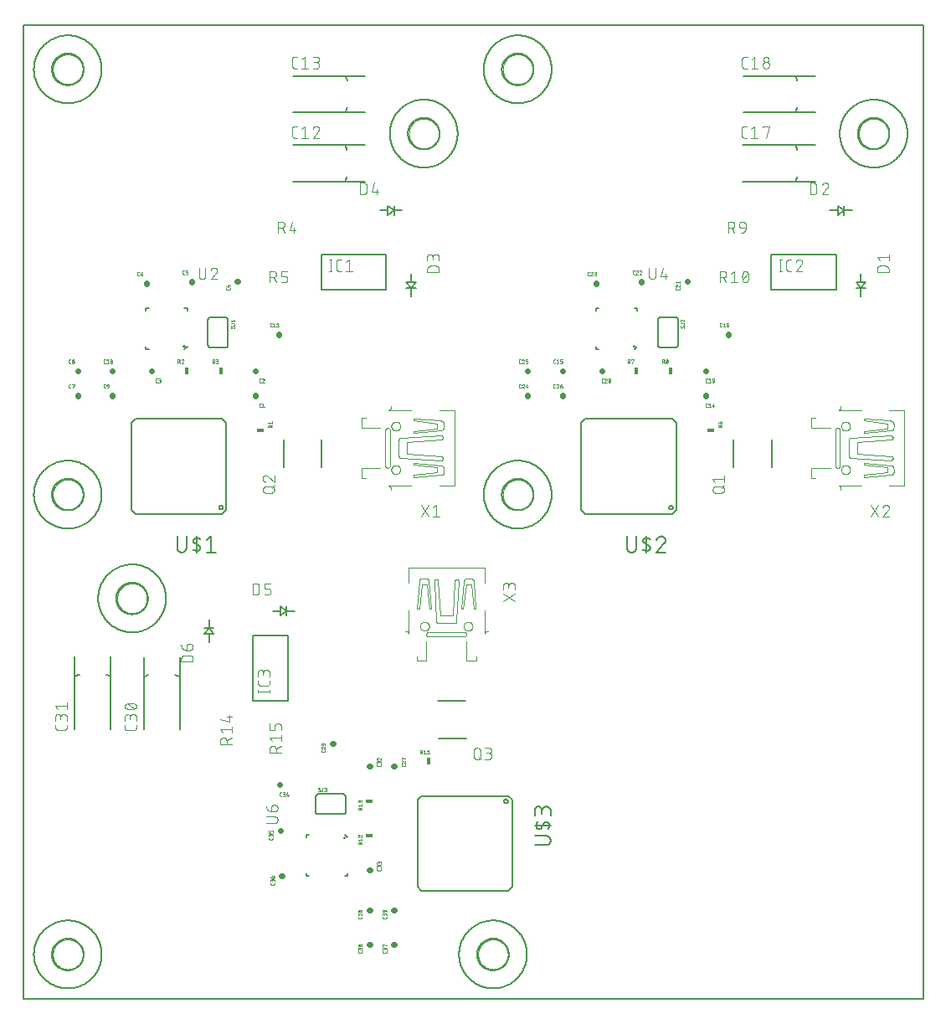
<source format=gto>
G75*
%MOIN*%
%OFA0B0*%
%FSLAX25Y25*%
%IPPOS*%
%LPD*%
%AMOC8*
5,1,8,0,0,1.08239X$1,22.5*
%
%ADD10C,0.00600*%
%ADD11C,0.02200*%
%ADD12C,0.00100*%
%ADD13C,0.00800*%
%ADD14C,0.00400*%
%ADD15C,0.00500*%
%ADD16R,0.03000X0.01800*%
%ADD17R,0.01800X0.03000*%
%ADD18C,0.00000*%
D10*
X0003739Y0003739D02*
X0003739Y0391534D01*
X0362007Y0391534D01*
X0362007Y0003739D01*
X0003739Y0003739D01*
X0007956Y0021456D02*
X0007960Y0021787D01*
X0007972Y0022118D01*
X0007993Y0022449D01*
X0008021Y0022779D01*
X0008058Y0023109D01*
X0008102Y0023437D01*
X0008155Y0023764D01*
X0008215Y0024090D01*
X0008284Y0024414D01*
X0008361Y0024736D01*
X0008445Y0025057D01*
X0008537Y0025375D01*
X0008637Y0025691D01*
X0008745Y0026004D01*
X0008861Y0026315D01*
X0008984Y0026622D01*
X0009114Y0026927D01*
X0009252Y0027228D01*
X0009397Y0027526D01*
X0009550Y0027820D01*
X0009710Y0028110D01*
X0009877Y0028396D01*
X0010050Y0028678D01*
X0010231Y0028956D01*
X0010419Y0029229D01*
X0010613Y0029498D01*
X0010813Y0029762D01*
X0011020Y0030020D01*
X0011234Y0030274D01*
X0011453Y0030522D01*
X0011679Y0030765D01*
X0011910Y0031002D01*
X0012147Y0031233D01*
X0012390Y0031459D01*
X0012638Y0031678D01*
X0012892Y0031892D01*
X0013150Y0032099D01*
X0013414Y0032299D01*
X0013683Y0032493D01*
X0013956Y0032681D01*
X0014234Y0032862D01*
X0014516Y0033035D01*
X0014802Y0033202D01*
X0015092Y0033362D01*
X0015386Y0033515D01*
X0015684Y0033660D01*
X0015985Y0033798D01*
X0016290Y0033928D01*
X0016597Y0034051D01*
X0016908Y0034167D01*
X0017221Y0034275D01*
X0017537Y0034375D01*
X0017855Y0034467D01*
X0018176Y0034551D01*
X0018498Y0034628D01*
X0018822Y0034697D01*
X0019148Y0034757D01*
X0019475Y0034810D01*
X0019803Y0034854D01*
X0020133Y0034891D01*
X0020463Y0034919D01*
X0020794Y0034940D01*
X0021125Y0034952D01*
X0021456Y0034956D01*
X0021787Y0034952D01*
X0022118Y0034940D01*
X0022449Y0034919D01*
X0022779Y0034891D01*
X0023109Y0034854D01*
X0023437Y0034810D01*
X0023764Y0034757D01*
X0024090Y0034697D01*
X0024414Y0034628D01*
X0024736Y0034551D01*
X0025057Y0034467D01*
X0025375Y0034375D01*
X0025691Y0034275D01*
X0026004Y0034167D01*
X0026315Y0034051D01*
X0026622Y0033928D01*
X0026927Y0033798D01*
X0027228Y0033660D01*
X0027526Y0033515D01*
X0027820Y0033362D01*
X0028110Y0033202D01*
X0028396Y0033035D01*
X0028678Y0032862D01*
X0028956Y0032681D01*
X0029229Y0032493D01*
X0029498Y0032299D01*
X0029762Y0032099D01*
X0030020Y0031892D01*
X0030274Y0031678D01*
X0030522Y0031459D01*
X0030765Y0031233D01*
X0031002Y0031002D01*
X0031233Y0030765D01*
X0031459Y0030522D01*
X0031678Y0030274D01*
X0031892Y0030020D01*
X0032099Y0029762D01*
X0032299Y0029498D01*
X0032493Y0029229D01*
X0032681Y0028956D01*
X0032862Y0028678D01*
X0033035Y0028396D01*
X0033202Y0028110D01*
X0033362Y0027820D01*
X0033515Y0027526D01*
X0033660Y0027228D01*
X0033798Y0026927D01*
X0033928Y0026622D01*
X0034051Y0026315D01*
X0034167Y0026004D01*
X0034275Y0025691D01*
X0034375Y0025375D01*
X0034467Y0025057D01*
X0034551Y0024736D01*
X0034628Y0024414D01*
X0034697Y0024090D01*
X0034757Y0023764D01*
X0034810Y0023437D01*
X0034854Y0023109D01*
X0034891Y0022779D01*
X0034919Y0022449D01*
X0034940Y0022118D01*
X0034952Y0021787D01*
X0034956Y0021456D01*
X0034952Y0021125D01*
X0034940Y0020794D01*
X0034919Y0020463D01*
X0034891Y0020133D01*
X0034854Y0019803D01*
X0034810Y0019475D01*
X0034757Y0019148D01*
X0034697Y0018822D01*
X0034628Y0018498D01*
X0034551Y0018176D01*
X0034467Y0017855D01*
X0034375Y0017537D01*
X0034275Y0017221D01*
X0034167Y0016908D01*
X0034051Y0016597D01*
X0033928Y0016290D01*
X0033798Y0015985D01*
X0033660Y0015684D01*
X0033515Y0015386D01*
X0033362Y0015092D01*
X0033202Y0014802D01*
X0033035Y0014516D01*
X0032862Y0014234D01*
X0032681Y0013956D01*
X0032493Y0013683D01*
X0032299Y0013414D01*
X0032099Y0013150D01*
X0031892Y0012892D01*
X0031678Y0012638D01*
X0031459Y0012390D01*
X0031233Y0012147D01*
X0031002Y0011910D01*
X0030765Y0011679D01*
X0030522Y0011453D01*
X0030274Y0011234D01*
X0030020Y0011020D01*
X0029762Y0010813D01*
X0029498Y0010613D01*
X0029229Y0010419D01*
X0028956Y0010231D01*
X0028678Y0010050D01*
X0028396Y0009877D01*
X0028110Y0009710D01*
X0027820Y0009550D01*
X0027526Y0009397D01*
X0027228Y0009252D01*
X0026927Y0009114D01*
X0026622Y0008984D01*
X0026315Y0008861D01*
X0026004Y0008745D01*
X0025691Y0008637D01*
X0025375Y0008537D01*
X0025057Y0008445D01*
X0024736Y0008361D01*
X0024414Y0008284D01*
X0024090Y0008215D01*
X0023764Y0008155D01*
X0023437Y0008102D01*
X0023109Y0008058D01*
X0022779Y0008021D01*
X0022449Y0007993D01*
X0022118Y0007972D01*
X0021787Y0007960D01*
X0021456Y0007956D01*
X0021125Y0007960D01*
X0020794Y0007972D01*
X0020463Y0007993D01*
X0020133Y0008021D01*
X0019803Y0008058D01*
X0019475Y0008102D01*
X0019148Y0008155D01*
X0018822Y0008215D01*
X0018498Y0008284D01*
X0018176Y0008361D01*
X0017855Y0008445D01*
X0017537Y0008537D01*
X0017221Y0008637D01*
X0016908Y0008745D01*
X0016597Y0008861D01*
X0016290Y0008984D01*
X0015985Y0009114D01*
X0015684Y0009252D01*
X0015386Y0009397D01*
X0015092Y0009550D01*
X0014802Y0009710D01*
X0014516Y0009877D01*
X0014234Y0010050D01*
X0013956Y0010231D01*
X0013683Y0010419D01*
X0013414Y0010613D01*
X0013150Y0010813D01*
X0012892Y0011020D01*
X0012638Y0011234D01*
X0012390Y0011453D01*
X0012147Y0011679D01*
X0011910Y0011910D01*
X0011679Y0012147D01*
X0011453Y0012390D01*
X0011234Y0012638D01*
X0011020Y0012892D01*
X0010813Y0013150D01*
X0010613Y0013414D01*
X0010419Y0013683D01*
X0010231Y0013956D01*
X0010050Y0014234D01*
X0009877Y0014516D01*
X0009710Y0014802D01*
X0009550Y0015092D01*
X0009397Y0015386D01*
X0009252Y0015684D01*
X0009114Y0015985D01*
X0008984Y0016290D01*
X0008861Y0016597D01*
X0008745Y0016908D01*
X0008637Y0017221D01*
X0008537Y0017537D01*
X0008445Y0017855D01*
X0008361Y0018176D01*
X0008284Y0018498D01*
X0008215Y0018822D01*
X0008155Y0019148D01*
X0008102Y0019475D01*
X0008058Y0019803D01*
X0008021Y0020133D01*
X0007993Y0020463D01*
X0007972Y0020794D01*
X0007960Y0021125D01*
X0007956Y0021456D01*
X0120141Y0078259D02*
X0120141Y0084259D01*
X0120143Y0084319D01*
X0120148Y0084380D01*
X0120157Y0084439D01*
X0120170Y0084498D01*
X0120186Y0084557D01*
X0120206Y0084614D01*
X0120229Y0084669D01*
X0120256Y0084724D01*
X0120285Y0084776D01*
X0120318Y0084827D01*
X0120354Y0084876D01*
X0120392Y0084922D01*
X0120434Y0084966D01*
X0120478Y0085008D01*
X0120524Y0085046D01*
X0120573Y0085082D01*
X0120624Y0085115D01*
X0120676Y0085144D01*
X0120731Y0085171D01*
X0120786Y0085194D01*
X0120843Y0085214D01*
X0120902Y0085230D01*
X0120961Y0085243D01*
X0121020Y0085252D01*
X0121081Y0085257D01*
X0121141Y0085259D01*
X0131141Y0085259D01*
X0131201Y0085257D01*
X0131262Y0085252D01*
X0131321Y0085243D01*
X0131380Y0085230D01*
X0131439Y0085214D01*
X0131496Y0085194D01*
X0131551Y0085171D01*
X0131606Y0085144D01*
X0131658Y0085115D01*
X0131709Y0085082D01*
X0131758Y0085046D01*
X0131804Y0085008D01*
X0131848Y0084966D01*
X0131890Y0084922D01*
X0131928Y0084876D01*
X0131964Y0084827D01*
X0131997Y0084776D01*
X0132026Y0084724D01*
X0132053Y0084669D01*
X0132076Y0084614D01*
X0132096Y0084557D01*
X0132112Y0084498D01*
X0132125Y0084439D01*
X0132134Y0084380D01*
X0132139Y0084319D01*
X0132141Y0084259D01*
X0132141Y0078259D01*
X0132139Y0078199D01*
X0132134Y0078138D01*
X0132125Y0078079D01*
X0132112Y0078020D01*
X0132096Y0077961D01*
X0132076Y0077904D01*
X0132053Y0077849D01*
X0132026Y0077794D01*
X0131997Y0077742D01*
X0131964Y0077691D01*
X0131928Y0077642D01*
X0131890Y0077596D01*
X0131848Y0077552D01*
X0131804Y0077510D01*
X0131758Y0077472D01*
X0131709Y0077436D01*
X0131658Y0077403D01*
X0131606Y0077374D01*
X0131551Y0077347D01*
X0131496Y0077324D01*
X0131439Y0077304D01*
X0131380Y0077288D01*
X0131321Y0077275D01*
X0131262Y0077266D01*
X0131201Y0077261D01*
X0131141Y0077259D01*
X0121141Y0077259D01*
X0121081Y0077261D01*
X0121020Y0077266D01*
X0120961Y0077275D01*
X0120902Y0077288D01*
X0120843Y0077304D01*
X0120786Y0077324D01*
X0120731Y0077347D01*
X0120676Y0077374D01*
X0120624Y0077403D01*
X0120573Y0077436D01*
X0120524Y0077472D01*
X0120478Y0077510D01*
X0120434Y0077552D01*
X0120392Y0077596D01*
X0120354Y0077642D01*
X0120318Y0077691D01*
X0120285Y0077742D01*
X0120256Y0077794D01*
X0120229Y0077849D01*
X0120206Y0077904D01*
X0120186Y0077961D01*
X0120170Y0078020D01*
X0120157Y0078079D01*
X0120148Y0078138D01*
X0120143Y0078199D01*
X0120141Y0078259D01*
X0177247Y0021456D02*
X0177251Y0021787D01*
X0177263Y0022118D01*
X0177284Y0022449D01*
X0177312Y0022779D01*
X0177349Y0023109D01*
X0177393Y0023437D01*
X0177446Y0023764D01*
X0177506Y0024090D01*
X0177575Y0024414D01*
X0177652Y0024736D01*
X0177736Y0025057D01*
X0177828Y0025375D01*
X0177928Y0025691D01*
X0178036Y0026004D01*
X0178152Y0026315D01*
X0178275Y0026622D01*
X0178405Y0026927D01*
X0178543Y0027228D01*
X0178688Y0027526D01*
X0178841Y0027820D01*
X0179001Y0028110D01*
X0179168Y0028396D01*
X0179341Y0028678D01*
X0179522Y0028956D01*
X0179710Y0029229D01*
X0179904Y0029498D01*
X0180104Y0029762D01*
X0180311Y0030020D01*
X0180525Y0030274D01*
X0180744Y0030522D01*
X0180970Y0030765D01*
X0181201Y0031002D01*
X0181438Y0031233D01*
X0181681Y0031459D01*
X0181929Y0031678D01*
X0182183Y0031892D01*
X0182441Y0032099D01*
X0182705Y0032299D01*
X0182974Y0032493D01*
X0183247Y0032681D01*
X0183525Y0032862D01*
X0183807Y0033035D01*
X0184093Y0033202D01*
X0184383Y0033362D01*
X0184677Y0033515D01*
X0184975Y0033660D01*
X0185276Y0033798D01*
X0185581Y0033928D01*
X0185888Y0034051D01*
X0186199Y0034167D01*
X0186512Y0034275D01*
X0186828Y0034375D01*
X0187146Y0034467D01*
X0187467Y0034551D01*
X0187789Y0034628D01*
X0188113Y0034697D01*
X0188439Y0034757D01*
X0188766Y0034810D01*
X0189094Y0034854D01*
X0189424Y0034891D01*
X0189754Y0034919D01*
X0190085Y0034940D01*
X0190416Y0034952D01*
X0190747Y0034956D01*
X0191078Y0034952D01*
X0191409Y0034940D01*
X0191740Y0034919D01*
X0192070Y0034891D01*
X0192400Y0034854D01*
X0192728Y0034810D01*
X0193055Y0034757D01*
X0193381Y0034697D01*
X0193705Y0034628D01*
X0194027Y0034551D01*
X0194348Y0034467D01*
X0194666Y0034375D01*
X0194982Y0034275D01*
X0195295Y0034167D01*
X0195606Y0034051D01*
X0195913Y0033928D01*
X0196218Y0033798D01*
X0196519Y0033660D01*
X0196817Y0033515D01*
X0197111Y0033362D01*
X0197401Y0033202D01*
X0197687Y0033035D01*
X0197969Y0032862D01*
X0198247Y0032681D01*
X0198520Y0032493D01*
X0198789Y0032299D01*
X0199053Y0032099D01*
X0199311Y0031892D01*
X0199565Y0031678D01*
X0199813Y0031459D01*
X0200056Y0031233D01*
X0200293Y0031002D01*
X0200524Y0030765D01*
X0200750Y0030522D01*
X0200969Y0030274D01*
X0201183Y0030020D01*
X0201390Y0029762D01*
X0201590Y0029498D01*
X0201784Y0029229D01*
X0201972Y0028956D01*
X0202153Y0028678D01*
X0202326Y0028396D01*
X0202493Y0028110D01*
X0202653Y0027820D01*
X0202806Y0027526D01*
X0202951Y0027228D01*
X0203089Y0026927D01*
X0203219Y0026622D01*
X0203342Y0026315D01*
X0203458Y0026004D01*
X0203566Y0025691D01*
X0203666Y0025375D01*
X0203758Y0025057D01*
X0203842Y0024736D01*
X0203919Y0024414D01*
X0203988Y0024090D01*
X0204048Y0023764D01*
X0204101Y0023437D01*
X0204145Y0023109D01*
X0204182Y0022779D01*
X0204210Y0022449D01*
X0204231Y0022118D01*
X0204243Y0021787D01*
X0204247Y0021456D01*
X0204243Y0021125D01*
X0204231Y0020794D01*
X0204210Y0020463D01*
X0204182Y0020133D01*
X0204145Y0019803D01*
X0204101Y0019475D01*
X0204048Y0019148D01*
X0203988Y0018822D01*
X0203919Y0018498D01*
X0203842Y0018176D01*
X0203758Y0017855D01*
X0203666Y0017537D01*
X0203566Y0017221D01*
X0203458Y0016908D01*
X0203342Y0016597D01*
X0203219Y0016290D01*
X0203089Y0015985D01*
X0202951Y0015684D01*
X0202806Y0015386D01*
X0202653Y0015092D01*
X0202493Y0014802D01*
X0202326Y0014516D01*
X0202153Y0014234D01*
X0201972Y0013956D01*
X0201784Y0013683D01*
X0201590Y0013414D01*
X0201390Y0013150D01*
X0201183Y0012892D01*
X0200969Y0012638D01*
X0200750Y0012390D01*
X0200524Y0012147D01*
X0200293Y0011910D01*
X0200056Y0011679D01*
X0199813Y0011453D01*
X0199565Y0011234D01*
X0199311Y0011020D01*
X0199053Y0010813D01*
X0198789Y0010613D01*
X0198520Y0010419D01*
X0198247Y0010231D01*
X0197969Y0010050D01*
X0197687Y0009877D01*
X0197401Y0009710D01*
X0197111Y0009550D01*
X0196817Y0009397D01*
X0196519Y0009252D01*
X0196218Y0009114D01*
X0195913Y0008984D01*
X0195606Y0008861D01*
X0195295Y0008745D01*
X0194982Y0008637D01*
X0194666Y0008537D01*
X0194348Y0008445D01*
X0194027Y0008361D01*
X0193705Y0008284D01*
X0193381Y0008215D01*
X0193055Y0008155D01*
X0192728Y0008102D01*
X0192400Y0008058D01*
X0192070Y0008021D01*
X0191740Y0007993D01*
X0191409Y0007972D01*
X0191078Y0007960D01*
X0190747Y0007956D01*
X0190416Y0007960D01*
X0190085Y0007972D01*
X0189754Y0007993D01*
X0189424Y0008021D01*
X0189094Y0008058D01*
X0188766Y0008102D01*
X0188439Y0008155D01*
X0188113Y0008215D01*
X0187789Y0008284D01*
X0187467Y0008361D01*
X0187146Y0008445D01*
X0186828Y0008537D01*
X0186512Y0008637D01*
X0186199Y0008745D01*
X0185888Y0008861D01*
X0185581Y0008984D01*
X0185276Y0009114D01*
X0184975Y0009252D01*
X0184677Y0009397D01*
X0184383Y0009550D01*
X0184093Y0009710D01*
X0183807Y0009877D01*
X0183525Y0010050D01*
X0183247Y0010231D01*
X0182974Y0010419D01*
X0182705Y0010613D01*
X0182441Y0010813D01*
X0182183Y0011020D01*
X0181929Y0011234D01*
X0181681Y0011453D01*
X0181438Y0011679D01*
X0181201Y0011910D01*
X0180970Y0012147D01*
X0180744Y0012390D01*
X0180525Y0012638D01*
X0180311Y0012892D01*
X0180104Y0013150D01*
X0179904Y0013414D01*
X0179710Y0013683D01*
X0179522Y0013956D01*
X0179341Y0014234D01*
X0179168Y0014516D01*
X0179001Y0014802D01*
X0178841Y0015092D01*
X0178688Y0015386D01*
X0178543Y0015684D01*
X0178405Y0015985D01*
X0178275Y0016290D01*
X0178152Y0016597D01*
X0178036Y0016908D01*
X0177928Y0017221D01*
X0177828Y0017537D01*
X0177736Y0017855D01*
X0177652Y0018176D01*
X0177575Y0018498D01*
X0177506Y0018822D01*
X0177446Y0019148D01*
X0177393Y0019475D01*
X0177349Y0019803D01*
X0177312Y0020133D01*
X0177284Y0020463D01*
X0177263Y0020794D01*
X0177251Y0021125D01*
X0177247Y0021456D01*
X0207366Y0065081D02*
X0211988Y0065081D01*
X0211988Y0065080D02*
X0212071Y0065082D01*
X0212154Y0065088D01*
X0212237Y0065098D01*
X0212320Y0065111D01*
X0212401Y0065129D01*
X0212482Y0065150D01*
X0212561Y0065175D01*
X0212639Y0065204D01*
X0212716Y0065236D01*
X0212791Y0065272D01*
X0212865Y0065311D01*
X0212936Y0065354D01*
X0213006Y0065400D01*
X0213073Y0065450D01*
X0213138Y0065502D01*
X0213200Y0065557D01*
X0213260Y0065616D01*
X0213317Y0065677D01*
X0213371Y0065740D01*
X0213422Y0065806D01*
X0213469Y0065875D01*
X0213514Y0065945D01*
X0213555Y0066018D01*
X0213592Y0066092D01*
X0213627Y0066168D01*
X0213657Y0066246D01*
X0213684Y0066324D01*
X0213707Y0066405D01*
X0213727Y0066486D01*
X0213742Y0066568D01*
X0213754Y0066650D01*
X0213762Y0066733D01*
X0213766Y0066816D01*
X0213766Y0066900D01*
X0213762Y0066983D01*
X0213754Y0067066D01*
X0213742Y0067148D01*
X0213727Y0067230D01*
X0213707Y0067311D01*
X0213684Y0067392D01*
X0213657Y0067470D01*
X0213627Y0067548D01*
X0213592Y0067624D01*
X0213555Y0067698D01*
X0213514Y0067771D01*
X0213469Y0067841D01*
X0213422Y0067910D01*
X0213371Y0067976D01*
X0213317Y0068039D01*
X0213260Y0068100D01*
X0213200Y0068159D01*
X0213138Y0068214D01*
X0213073Y0068266D01*
X0213006Y0068316D01*
X0212936Y0068362D01*
X0212865Y0068405D01*
X0212791Y0068444D01*
X0212716Y0068480D01*
X0212639Y0068512D01*
X0212561Y0068541D01*
X0212482Y0068566D01*
X0212401Y0068587D01*
X0212320Y0068605D01*
X0212237Y0068618D01*
X0212154Y0068628D01*
X0212071Y0068634D01*
X0211988Y0068636D01*
X0207366Y0068636D01*
X0207366Y0072807D02*
X0213766Y0072807D01*
X0213055Y0073341D02*
X0213041Y0073404D01*
X0213024Y0073466D01*
X0213003Y0073526D01*
X0212979Y0073586D01*
X0212950Y0073643D01*
X0212919Y0073699D01*
X0212884Y0073753D01*
X0212846Y0073805D01*
X0212805Y0073854D01*
X0212761Y0073901D01*
X0212714Y0073945D01*
X0212664Y0073986D01*
X0212613Y0074024D01*
X0212559Y0074059D01*
X0212503Y0074091D01*
X0212445Y0074119D01*
X0212385Y0074143D01*
X0212325Y0074164D01*
X0212263Y0074181D01*
X0212200Y0074195D01*
X0212136Y0074204D01*
X0212072Y0074210D01*
X0212008Y0074212D01*
X0211944Y0074210D01*
X0211880Y0074204D01*
X0211817Y0074194D01*
X0211754Y0074181D01*
X0211692Y0074163D01*
X0211631Y0074142D01*
X0211572Y0074117D01*
X0211514Y0074089D01*
X0211458Y0074057D01*
X0211404Y0074022D01*
X0211353Y0073984D01*
X0211304Y0073943D01*
X0211257Y0073899D01*
X0211213Y0073852D01*
X0211172Y0073802D01*
X0211134Y0073750D01*
X0211099Y0073696D01*
X0210566Y0072807D01*
X0210032Y0071918D01*
X0212700Y0071385D02*
X0212750Y0071473D01*
X0212798Y0071563D01*
X0212842Y0071654D01*
X0212883Y0071747D01*
X0212920Y0071841D01*
X0212954Y0071937D01*
X0212985Y0072034D01*
X0213012Y0072132D01*
X0213036Y0072231D01*
X0213056Y0072330D01*
X0213072Y0072430D01*
X0213085Y0072531D01*
X0213094Y0072632D01*
X0213099Y0072734D01*
X0213101Y0072835D01*
X0213099Y0072937D01*
X0213094Y0073038D01*
X0213084Y0073139D01*
X0213072Y0073240D01*
X0213055Y0073340D01*
X0208432Y0074229D02*
X0208382Y0074141D01*
X0208334Y0074052D01*
X0208290Y0073960D01*
X0208249Y0073867D01*
X0208212Y0073773D01*
X0208178Y0073677D01*
X0208147Y0073580D01*
X0208120Y0073482D01*
X0208096Y0073383D01*
X0208076Y0073284D01*
X0208060Y0073184D01*
X0208047Y0073083D01*
X0208038Y0072982D01*
X0208033Y0072880D01*
X0208031Y0072779D01*
X0208033Y0072677D01*
X0208038Y0072576D01*
X0208048Y0072475D01*
X0208060Y0072374D01*
X0208077Y0072274D01*
X0208091Y0072211D01*
X0208108Y0072149D01*
X0208129Y0072089D01*
X0208154Y0072029D01*
X0208182Y0071972D01*
X0208213Y0071916D01*
X0208248Y0071862D01*
X0208286Y0071810D01*
X0208327Y0071760D01*
X0208371Y0071714D01*
X0208418Y0071670D01*
X0208468Y0071629D01*
X0208519Y0071591D01*
X0208573Y0071556D01*
X0208629Y0071524D01*
X0208687Y0071496D01*
X0208747Y0071472D01*
X0208807Y0071451D01*
X0208869Y0071434D01*
X0208932Y0071420D01*
X0208996Y0071411D01*
X0209060Y0071405D01*
X0209124Y0071403D01*
X0209188Y0071405D01*
X0209252Y0071411D01*
X0209315Y0071421D01*
X0209378Y0071434D01*
X0209440Y0071452D01*
X0209501Y0071473D01*
X0209560Y0071498D01*
X0209618Y0071526D01*
X0209674Y0071558D01*
X0209728Y0071593D01*
X0209779Y0071631D01*
X0209828Y0071672D01*
X0209875Y0071716D01*
X0209919Y0071763D01*
X0209960Y0071813D01*
X0209998Y0071865D01*
X0210033Y0071919D01*
X0207366Y0076773D02*
X0207366Y0078907D01*
X0207368Y0078981D01*
X0207374Y0079056D01*
X0207384Y0079129D01*
X0207397Y0079203D01*
X0207414Y0079275D01*
X0207436Y0079346D01*
X0207460Y0079417D01*
X0207489Y0079485D01*
X0207521Y0079553D01*
X0207557Y0079618D01*
X0207595Y0079681D01*
X0207638Y0079743D01*
X0207683Y0079802D01*
X0207731Y0079859D01*
X0207782Y0079913D01*
X0207836Y0079964D01*
X0207893Y0080012D01*
X0207952Y0080057D01*
X0208014Y0080100D01*
X0208077Y0080138D01*
X0208142Y0080174D01*
X0208210Y0080206D01*
X0208278Y0080235D01*
X0208349Y0080259D01*
X0208420Y0080281D01*
X0208492Y0080298D01*
X0208566Y0080311D01*
X0208639Y0080321D01*
X0208714Y0080327D01*
X0208788Y0080329D01*
X0208862Y0080327D01*
X0208937Y0080321D01*
X0209010Y0080311D01*
X0209084Y0080298D01*
X0209156Y0080281D01*
X0209227Y0080259D01*
X0209298Y0080235D01*
X0209366Y0080206D01*
X0209434Y0080174D01*
X0209499Y0080138D01*
X0209562Y0080100D01*
X0209624Y0080057D01*
X0209683Y0080012D01*
X0209740Y0079964D01*
X0209794Y0079913D01*
X0209845Y0079859D01*
X0209893Y0079802D01*
X0209938Y0079743D01*
X0209981Y0079681D01*
X0210019Y0079618D01*
X0210055Y0079553D01*
X0210087Y0079485D01*
X0210116Y0079417D01*
X0210140Y0079346D01*
X0210162Y0079275D01*
X0210179Y0079203D01*
X0210192Y0079129D01*
X0210202Y0079056D01*
X0210208Y0078981D01*
X0210210Y0078907D01*
X0210210Y0077484D01*
X0210210Y0078551D02*
X0210212Y0078634D01*
X0210218Y0078717D01*
X0210228Y0078800D01*
X0210241Y0078883D01*
X0210259Y0078964D01*
X0210280Y0079045D01*
X0210305Y0079124D01*
X0210334Y0079202D01*
X0210366Y0079279D01*
X0210402Y0079354D01*
X0210441Y0079428D01*
X0210484Y0079499D01*
X0210530Y0079569D01*
X0210580Y0079636D01*
X0210632Y0079701D01*
X0210687Y0079763D01*
X0210746Y0079823D01*
X0210807Y0079880D01*
X0210870Y0079934D01*
X0210936Y0079985D01*
X0211005Y0080032D01*
X0211075Y0080077D01*
X0211148Y0080118D01*
X0211222Y0080155D01*
X0211298Y0080190D01*
X0211376Y0080220D01*
X0211454Y0080247D01*
X0211535Y0080270D01*
X0211616Y0080290D01*
X0211698Y0080305D01*
X0211780Y0080317D01*
X0211863Y0080325D01*
X0211946Y0080329D01*
X0212030Y0080329D01*
X0212113Y0080325D01*
X0212196Y0080317D01*
X0212278Y0080305D01*
X0212360Y0080290D01*
X0212441Y0080270D01*
X0212522Y0080247D01*
X0212600Y0080220D01*
X0212678Y0080190D01*
X0212754Y0080155D01*
X0212828Y0080118D01*
X0212901Y0080077D01*
X0212971Y0080032D01*
X0213040Y0079985D01*
X0213106Y0079934D01*
X0213169Y0079880D01*
X0213230Y0079823D01*
X0213289Y0079763D01*
X0213344Y0079701D01*
X0213396Y0079636D01*
X0213446Y0079569D01*
X0213492Y0079499D01*
X0213535Y0079428D01*
X0213574Y0079354D01*
X0213610Y0079279D01*
X0213642Y0079202D01*
X0213671Y0079124D01*
X0213696Y0079045D01*
X0213717Y0078964D01*
X0213735Y0078883D01*
X0213748Y0078800D01*
X0213758Y0078717D01*
X0213764Y0078634D01*
X0213766Y0078551D01*
X0213766Y0076773D01*
X0251941Y0181507D02*
X0251941Y0187907D01*
X0251408Y0187197D02*
X0251345Y0187183D01*
X0251283Y0187166D01*
X0251223Y0187145D01*
X0251163Y0187121D01*
X0251106Y0187092D01*
X0251050Y0187061D01*
X0250996Y0187026D01*
X0250944Y0186988D01*
X0250895Y0186947D01*
X0250848Y0186903D01*
X0250804Y0186856D01*
X0250763Y0186806D01*
X0250725Y0186755D01*
X0250690Y0186701D01*
X0250658Y0186645D01*
X0250630Y0186587D01*
X0250606Y0186527D01*
X0250585Y0186467D01*
X0250568Y0186405D01*
X0250554Y0186342D01*
X0250545Y0186278D01*
X0250539Y0186214D01*
X0250537Y0186150D01*
X0250539Y0186086D01*
X0250545Y0186022D01*
X0250555Y0185959D01*
X0250568Y0185896D01*
X0250586Y0185834D01*
X0250607Y0185773D01*
X0250632Y0185714D01*
X0250660Y0185656D01*
X0250692Y0185600D01*
X0250727Y0185546D01*
X0250765Y0185495D01*
X0250806Y0185446D01*
X0250850Y0185399D01*
X0250897Y0185355D01*
X0250947Y0185314D01*
X0250999Y0185276D01*
X0251053Y0185241D01*
X0251052Y0185241D02*
X0251941Y0184707D01*
X0252830Y0184174D01*
X0253363Y0186841D02*
X0253275Y0186891D01*
X0253185Y0186939D01*
X0253094Y0186983D01*
X0253001Y0187024D01*
X0252907Y0187061D01*
X0252811Y0187095D01*
X0252714Y0187126D01*
X0252616Y0187153D01*
X0252517Y0187177D01*
X0252418Y0187197D01*
X0252318Y0187213D01*
X0252217Y0187226D01*
X0252116Y0187235D01*
X0252014Y0187240D01*
X0251913Y0187242D01*
X0251811Y0187240D01*
X0251710Y0187235D01*
X0251609Y0187225D01*
X0251508Y0187213D01*
X0251408Y0187196D01*
X0250519Y0182574D02*
X0250607Y0182524D01*
X0250696Y0182476D01*
X0250788Y0182432D01*
X0250881Y0182391D01*
X0250975Y0182354D01*
X0251071Y0182320D01*
X0251168Y0182289D01*
X0251266Y0182262D01*
X0251365Y0182238D01*
X0251464Y0182218D01*
X0251564Y0182202D01*
X0251665Y0182189D01*
X0251766Y0182180D01*
X0251868Y0182175D01*
X0251969Y0182173D01*
X0252071Y0182175D01*
X0252172Y0182180D01*
X0252273Y0182190D01*
X0252374Y0182202D01*
X0252474Y0182219D01*
X0252475Y0182218D02*
X0252538Y0182232D01*
X0252600Y0182249D01*
X0252660Y0182270D01*
X0252720Y0182294D01*
X0252777Y0182323D01*
X0252833Y0182354D01*
X0252887Y0182389D01*
X0252939Y0182427D01*
X0252989Y0182468D01*
X0253035Y0182512D01*
X0253079Y0182559D01*
X0253120Y0182609D01*
X0253158Y0182660D01*
X0253193Y0182714D01*
X0253225Y0182770D01*
X0253253Y0182828D01*
X0253277Y0182888D01*
X0253298Y0182948D01*
X0253315Y0183010D01*
X0253329Y0183073D01*
X0253338Y0183137D01*
X0253344Y0183201D01*
X0253346Y0183265D01*
X0253344Y0183329D01*
X0253338Y0183393D01*
X0253328Y0183456D01*
X0253315Y0183519D01*
X0253297Y0183581D01*
X0253276Y0183642D01*
X0253251Y0183701D01*
X0253223Y0183759D01*
X0253191Y0183815D01*
X0253156Y0183869D01*
X0253118Y0183920D01*
X0253077Y0183969D01*
X0253033Y0184016D01*
X0252986Y0184060D01*
X0252936Y0184101D01*
X0252884Y0184139D01*
X0252830Y0184174D01*
X0255907Y0181507D02*
X0259463Y0181507D01*
X0255907Y0181507D02*
X0258929Y0185063D01*
X0257863Y0187908D02*
X0257774Y0187906D01*
X0257685Y0187900D01*
X0257596Y0187891D01*
X0257508Y0187877D01*
X0257421Y0187860D01*
X0257334Y0187839D01*
X0257248Y0187814D01*
X0257164Y0187786D01*
X0257081Y0187753D01*
X0256999Y0187718D01*
X0256919Y0187678D01*
X0256841Y0187636D01*
X0256764Y0187590D01*
X0256690Y0187541D01*
X0256618Y0187488D01*
X0256548Y0187433D01*
X0256481Y0187374D01*
X0256416Y0187313D01*
X0256354Y0187249D01*
X0256295Y0187182D01*
X0256239Y0187113D01*
X0256186Y0187041D01*
X0256136Y0186967D01*
X0256089Y0186891D01*
X0256046Y0186814D01*
X0256006Y0186734D01*
X0255969Y0186653D01*
X0255936Y0186570D01*
X0255907Y0186485D01*
X0258930Y0185062D02*
X0258987Y0185120D01*
X0259043Y0185181D01*
X0259095Y0185244D01*
X0259144Y0185309D01*
X0259190Y0185377D01*
X0259232Y0185447D01*
X0259272Y0185519D01*
X0259307Y0185592D01*
X0259340Y0185668D01*
X0259368Y0185744D01*
X0259393Y0185822D01*
X0259414Y0185901D01*
X0259432Y0185981D01*
X0259445Y0186062D01*
X0259455Y0186143D01*
X0259461Y0186225D01*
X0259463Y0186307D01*
X0259461Y0186386D01*
X0259455Y0186464D01*
X0259446Y0186542D01*
X0259432Y0186619D01*
X0259415Y0186696D01*
X0259394Y0186771D01*
X0259369Y0186846D01*
X0259341Y0186919D01*
X0259309Y0186991D01*
X0259274Y0187061D01*
X0259235Y0187130D01*
X0259193Y0187196D01*
X0259148Y0187260D01*
X0259100Y0187322D01*
X0259049Y0187381D01*
X0258994Y0187438D01*
X0258937Y0187493D01*
X0258878Y0187544D01*
X0258816Y0187592D01*
X0258752Y0187637D01*
X0258686Y0187679D01*
X0258617Y0187718D01*
X0258547Y0187753D01*
X0258475Y0187785D01*
X0258402Y0187813D01*
X0258327Y0187838D01*
X0258252Y0187859D01*
X0258175Y0187876D01*
X0258098Y0187890D01*
X0258020Y0187899D01*
X0257942Y0187905D01*
X0257863Y0187907D01*
X0247770Y0187907D02*
X0247770Y0183285D01*
X0247768Y0183202D01*
X0247762Y0183119D01*
X0247752Y0183036D01*
X0247739Y0182953D01*
X0247721Y0182872D01*
X0247700Y0182791D01*
X0247675Y0182712D01*
X0247646Y0182634D01*
X0247614Y0182557D01*
X0247578Y0182482D01*
X0247539Y0182408D01*
X0247496Y0182337D01*
X0247450Y0182267D01*
X0247400Y0182200D01*
X0247348Y0182135D01*
X0247293Y0182073D01*
X0247234Y0182013D01*
X0247173Y0181956D01*
X0247110Y0181902D01*
X0247044Y0181851D01*
X0246975Y0181804D01*
X0246905Y0181759D01*
X0246832Y0181718D01*
X0246758Y0181681D01*
X0246682Y0181646D01*
X0246604Y0181616D01*
X0246526Y0181589D01*
X0246445Y0181566D01*
X0246364Y0181546D01*
X0246282Y0181531D01*
X0246200Y0181519D01*
X0246117Y0181511D01*
X0246034Y0181507D01*
X0245950Y0181507D01*
X0245867Y0181511D01*
X0245784Y0181519D01*
X0245702Y0181531D01*
X0245620Y0181546D01*
X0245539Y0181566D01*
X0245458Y0181589D01*
X0245380Y0181616D01*
X0245302Y0181646D01*
X0245226Y0181681D01*
X0245152Y0181718D01*
X0245079Y0181759D01*
X0245009Y0181804D01*
X0244940Y0181851D01*
X0244874Y0181902D01*
X0244811Y0181956D01*
X0244750Y0182013D01*
X0244691Y0182073D01*
X0244636Y0182135D01*
X0244584Y0182200D01*
X0244534Y0182267D01*
X0244488Y0182337D01*
X0244445Y0182408D01*
X0244406Y0182482D01*
X0244370Y0182557D01*
X0244338Y0182634D01*
X0244309Y0182712D01*
X0244284Y0182791D01*
X0244263Y0182872D01*
X0244245Y0182953D01*
X0244232Y0183036D01*
X0244222Y0183119D01*
X0244216Y0183202D01*
X0244214Y0183285D01*
X0244214Y0187907D01*
X0187089Y0204526D02*
X0187093Y0204857D01*
X0187105Y0205188D01*
X0187126Y0205519D01*
X0187154Y0205849D01*
X0187191Y0206179D01*
X0187235Y0206507D01*
X0187288Y0206834D01*
X0187348Y0207160D01*
X0187417Y0207484D01*
X0187494Y0207806D01*
X0187578Y0208127D01*
X0187670Y0208445D01*
X0187770Y0208761D01*
X0187878Y0209074D01*
X0187994Y0209385D01*
X0188117Y0209692D01*
X0188247Y0209997D01*
X0188385Y0210298D01*
X0188530Y0210596D01*
X0188683Y0210890D01*
X0188843Y0211180D01*
X0189010Y0211466D01*
X0189183Y0211748D01*
X0189364Y0212026D01*
X0189552Y0212299D01*
X0189746Y0212568D01*
X0189946Y0212832D01*
X0190153Y0213090D01*
X0190367Y0213344D01*
X0190586Y0213592D01*
X0190812Y0213835D01*
X0191043Y0214072D01*
X0191280Y0214303D01*
X0191523Y0214529D01*
X0191771Y0214748D01*
X0192025Y0214962D01*
X0192283Y0215169D01*
X0192547Y0215369D01*
X0192816Y0215563D01*
X0193089Y0215751D01*
X0193367Y0215932D01*
X0193649Y0216105D01*
X0193935Y0216272D01*
X0194225Y0216432D01*
X0194519Y0216585D01*
X0194817Y0216730D01*
X0195118Y0216868D01*
X0195423Y0216998D01*
X0195730Y0217121D01*
X0196041Y0217237D01*
X0196354Y0217345D01*
X0196670Y0217445D01*
X0196988Y0217537D01*
X0197309Y0217621D01*
X0197631Y0217698D01*
X0197955Y0217767D01*
X0198281Y0217827D01*
X0198608Y0217880D01*
X0198936Y0217924D01*
X0199266Y0217961D01*
X0199596Y0217989D01*
X0199927Y0218010D01*
X0200258Y0218022D01*
X0200589Y0218026D01*
X0200920Y0218022D01*
X0201251Y0218010D01*
X0201582Y0217989D01*
X0201912Y0217961D01*
X0202242Y0217924D01*
X0202570Y0217880D01*
X0202897Y0217827D01*
X0203223Y0217767D01*
X0203547Y0217698D01*
X0203869Y0217621D01*
X0204190Y0217537D01*
X0204508Y0217445D01*
X0204824Y0217345D01*
X0205137Y0217237D01*
X0205448Y0217121D01*
X0205755Y0216998D01*
X0206060Y0216868D01*
X0206361Y0216730D01*
X0206659Y0216585D01*
X0206953Y0216432D01*
X0207243Y0216272D01*
X0207529Y0216105D01*
X0207811Y0215932D01*
X0208089Y0215751D01*
X0208362Y0215563D01*
X0208631Y0215369D01*
X0208895Y0215169D01*
X0209153Y0214962D01*
X0209407Y0214748D01*
X0209655Y0214529D01*
X0209898Y0214303D01*
X0210135Y0214072D01*
X0210366Y0213835D01*
X0210592Y0213592D01*
X0210811Y0213344D01*
X0211025Y0213090D01*
X0211232Y0212832D01*
X0211432Y0212568D01*
X0211626Y0212299D01*
X0211814Y0212026D01*
X0211995Y0211748D01*
X0212168Y0211466D01*
X0212335Y0211180D01*
X0212495Y0210890D01*
X0212648Y0210596D01*
X0212793Y0210298D01*
X0212931Y0209997D01*
X0213061Y0209692D01*
X0213184Y0209385D01*
X0213300Y0209074D01*
X0213408Y0208761D01*
X0213508Y0208445D01*
X0213600Y0208127D01*
X0213684Y0207806D01*
X0213761Y0207484D01*
X0213830Y0207160D01*
X0213890Y0206834D01*
X0213943Y0206507D01*
X0213987Y0206179D01*
X0214024Y0205849D01*
X0214052Y0205519D01*
X0214073Y0205188D01*
X0214085Y0204857D01*
X0214089Y0204526D01*
X0214085Y0204195D01*
X0214073Y0203864D01*
X0214052Y0203533D01*
X0214024Y0203203D01*
X0213987Y0202873D01*
X0213943Y0202545D01*
X0213890Y0202218D01*
X0213830Y0201892D01*
X0213761Y0201568D01*
X0213684Y0201246D01*
X0213600Y0200925D01*
X0213508Y0200607D01*
X0213408Y0200291D01*
X0213300Y0199978D01*
X0213184Y0199667D01*
X0213061Y0199360D01*
X0212931Y0199055D01*
X0212793Y0198754D01*
X0212648Y0198456D01*
X0212495Y0198162D01*
X0212335Y0197872D01*
X0212168Y0197586D01*
X0211995Y0197304D01*
X0211814Y0197026D01*
X0211626Y0196753D01*
X0211432Y0196484D01*
X0211232Y0196220D01*
X0211025Y0195962D01*
X0210811Y0195708D01*
X0210592Y0195460D01*
X0210366Y0195217D01*
X0210135Y0194980D01*
X0209898Y0194749D01*
X0209655Y0194523D01*
X0209407Y0194304D01*
X0209153Y0194090D01*
X0208895Y0193883D01*
X0208631Y0193683D01*
X0208362Y0193489D01*
X0208089Y0193301D01*
X0207811Y0193120D01*
X0207529Y0192947D01*
X0207243Y0192780D01*
X0206953Y0192620D01*
X0206659Y0192467D01*
X0206361Y0192322D01*
X0206060Y0192184D01*
X0205755Y0192054D01*
X0205448Y0191931D01*
X0205137Y0191815D01*
X0204824Y0191707D01*
X0204508Y0191607D01*
X0204190Y0191515D01*
X0203869Y0191431D01*
X0203547Y0191354D01*
X0203223Y0191285D01*
X0202897Y0191225D01*
X0202570Y0191172D01*
X0202242Y0191128D01*
X0201912Y0191091D01*
X0201582Y0191063D01*
X0201251Y0191042D01*
X0200920Y0191030D01*
X0200589Y0191026D01*
X0200258Y0191030D01*
X0199927Y0191042D01*
X0199596Y0191063D01*
X0199266Y0191091D01*
X0198936Y0191128D01*
X0198608Y0191172D01*
X0198281Y0191225D01*
X0197955Y0191285D01*
X0197631Y0191354D01*
X0197309Y0191431D01*
X0196988Y0191515D01*
X0196670Y0191607D01*
X0196354Y0191707D01*
X0196041Y0191815D01*
X0195730Y0191931D01*
X0195423Y0192054D01*
X0195118Y0192184D01*
X0194817Y0192322D01*
X0194519Y0192467D01*
X0194225Y0192620D01*
X0193935Y0192780D01*
X0193649Y0192947D01*
X0193367Y0193120D01*
X0193089Y0193301D01*
X0192816Y0193489D01*
X0192547Y0193683D01*
X0192283Y0193883D01*
X0192025Y0194090D01*
X0191771Y0194304D01*
X0191523Y0194523D01*
X0191280Y0194749D01*
X0191043Y0194980D01*
X0190812Y0195217D01*
X0190586Y0195460D01*
X0190367Y0195708D01*
X0190153Y0195962D01*
X0189946Y0196220D01*
X0189746Y0196484D01*
X0189552Y0196753D01*
X0189364Y0197026D01*
X0189183Y0197304D01*
X0189010Y0197586D01*
X0188843Y0197872D01*
X0188683Y0198162D01*
X0188530Y0198456D01*
X0188385Y0198754D01*
X0188247Y0199055D01*
X0188117Y0199360D01*
X0187994Y0199667D01*
X0187878Y0199978D01*
X0187770Y0200291D01*
X0187670Y0200607D01*
X0187578Y0200925D01*
X0187494Y0201246D01*
X0187417Y0201568D01*
X0187348Y0201892D01*
X0187288Y0202218D01*
X0187235Y0202545D01*
X0187191Y0202873D01*
X0187154Y0203203D01*
X0187126Y0203533D01*
X0187105Y0203864D01*
X0187093Y0204195D01*
X0187089Y0204526D01*
X0256393Y0264133D02*
X0256393Y0274133D01*
X0256395Y0274193D01*
X0256400Y0274254D01*
X0256409Y0274313D01*
X0256422Y0274372D01*
X0256438Y0274431D01*
X0256458Y0274488D01*
X0256481Y0274543D01*
X0256508Y0274598D01*
X0256537Y0274650D01*
X0256570Y0274701D01*
X0256606Y0274750D01*
X0256644Y0274796D01*
X0256686Y0274840D01*
X0256730Y0274882D01*
X0256776Y0274920D01*
X0256825Y0274956D01*
X0256876Y0274989D01*
X0256928Y0275018D01*
X0256983Y0275045D01*
X0257038Y0275068D01*
X0257095Y0275088D01*
X0257154Y0275104D01*
X0257213Y0275117D01*
X0257272Y0275126D01*
X0257333Y0275131D01*
X0257393Y0275133D01*
X0263393Y0275133D01*
X0263453Y0275131D01*
X0263514Y0275126D01*
X0263573Y0275117D01*
X0263632Y0275104D01*
X0263691Y0275088D01*
X0263748Y0275068D01*
X0263803Y0275045D01*
X0263858Y0275018D01*
X0263910Y0274989D01*
X0263961Y0274956D01*
X0264010Y0274920D01*
X0264056Y0274882D01*
X0264100Y0274840D01*
X0264142Y0274796D01*
X0264180Y0274750D01*
X0264216Y0274701D01*
X0264249Y0274650D01*
X0264278Y0274598D01*
X0264305Y0274543D01*
X0264328Y0274488D01*
X0264348Y0274431D01*
X0264364Y0274372D01*
X0264377Y0274313D01*
X0264386Y0274254D01*
X0264391Y0274193D01*
X0264393Y0274133D01*
X0264393Y0264133D01*
X0264391Y0264073D01*
X0264386Y0264012D01*
X0264377Y0263953D01*
X0264364Y0263894D01*
X0264348Y0263835D01*
X0264328Y0263778D01*
X0264305Y0263723D01*
X0264278Y0263668D01*
X0264249Y0263616D01*
X0264216Y0263565D01*
X0264180Y0263516D01*
X0264142Y0263470D01*
X0264100Y0263426D01*
X0264056Y0263384D01*
X0264010Y0263346D01*
X0263961Y0263310D01*
X0263910Y0263277D01*
X0263858Y0263248D01*
X0263803Y0263221D01*
X0263748Y0263198D01*
X0263691Y0263178D01*
X0263632Y0263162D01*
X0263573Y0263149D01*
X0263514Y0263140D01*
X0263453Y0263135D01*
X0263393Y0263133D01*
X0257393Y0263133D01*
X0257333Y0263135D01*
X0257272Y0263140D01*
X0257213Y0263149D01*
X0257154Y0263162D01*
X0257095Y0263178D01*
X0257038Y0263198D01*
X0256983Y0263221D01*
X0256928Y0263248D01*
X0256876Y0263277D01*
X0256825Y0263310D01*
X0256776Y0263346D01*
X0256730Y0263384D01*
X0256686Y0263426D01*
X0256644Y0263470D01*
X0256606Y0263516D01*
X0256570Y0263565D01*
X0256537Y0263616D01*
X0256508Y0263668D01*
X0256481Y0263723D01*
X0256458Y0263778D01*
X0256438Y0263835D01*
X0256422Y0263894D01*
X0256409Y0263953D01*
X0256400Y0264012D01*
X0256395Y0264073D01*
X0256393Y0264133D01*
X0328822Y0348227D02*
X0328826Y0348558D01*
X0328838Y0348889D01*
X0328859Y0349220D01*
X0328887Y0349550D01*
X0328924Y0349880D01*
X0328968Y0350208D01*
X0329021Y0350535D01*
X0329081Y0350861D01*
X0329150Y0351185D01*
X0329227Y0351507D01*
X0329311Y0351828D01*
X0329403Y0352146D01*
X0329503Y0352462D01*
X0329611Y0352775D01*
X0329727Y0353086D01*
X0329850Y0353393D01*
X0329980Y0353698D01*
X0330118Y0353999D01*
X0330263Y0354297D01*
X0330416Y0354591D01*
X0330576Y0354881D01*
X0330743Y0355167D01*
X0330916Y0355449D01*
X0331097Y0355727D01*
X0331285Y0356000D01*
X0331479Y0356269D01*
X0331679Y0356533D01*
X0331886Y0356791D01*
X0332100Y0357045D01*
X0332319Y0357293D01*
X0332545Y0357536D01*
X0332776Y0357773D01*
X0333013Y0358004D01*
X0333256Y0358230D01*
X0333504Y0358449D01*
X0333758Y0358663D01*
X0334016Y0358870D01*
X0334280Y0359070D01*
X0334549Y0359264D01*
X0334822Y0359452D01*
X0335100Y0359633D01*
X0335382Y0359806D01*
X0335668Y0359973D01*
X0335958Y0360133D01*
X0336252Y0360286D01*
X0336550Y0360431D01*
X0336851Y0360569D01*
X0337156Y0360699D01*
X0337463Y0360822D01*
X0337774Y0360938D01*
X0338087Y0361046D01*
X0338403Y0361146D01*
X0338721Y0361238D01*
X0339042Y0361322D01*
X0339364Y0361399D01*
X0339688Y0361468D01*
X0340014Y0361528D01*
X0340341Y0361581D01*
X0340669Y0361625D01*
X0340999Y0361662D01*
X0341329Y0361690D01*
X0341660Y0361711D01*
X0341991Y0361723D01*
X0342322Y0361727D01*
X0342653Y0361723D01*
X0342984Y0361711D01*
X0343315Y0361690D01*
X0343645Y0361662D01*
X0343975Y0361625D01*
X0344303Y0361581D01*
X0344630Y0361528D01*
X0344956Y0361468D01*
X0345280Y0361399D01*
X0345602Y0361322D01*
X0345923Y0361238D01*
X0346241Y0361146D01*
X0346557Y0361046D01*
X0346870Y0360938D01*
X0347181Y0360822D01*
X0347488Y0360699D01*
X0347793Y0360569D01*
X0348094Y0360431D01*
X0348392Y0360286D01*
X0348686Y0360133D01*
X0348976Y0359973D01*
X0349262Y0359806D01*
X0349544Y0359633D01*
X0349822Y0359452D01*
X0350095Y0359264D01*
X0350364Y0359070D01*
X0350628Y0358870D01*
X0350886Y0358663D01*
X0351140Y0358449D01*
X0351388Y0358230D01*
X0351631Y0358004D01*
X0351868Y0357773D01*
X0352099Y0357536D01*
X0352325Y0357293D01*
X0352544Y0357045D01*
X0352758Y0356791D01*
X0352965Y0356533D01*
X0353165Y0356269D01*
X0353359Y0356000D01*
X0353547Y0355727D01*
X0353728Y0355449D01*
X0353901Y0355167D01*
X0354068Y0354881D01*
X0354228Y0354591D01*
X0354381Y0354297D01*
X0354526Y0353999D01*
X0354664Y0353698D01*
X0354794Y0353393D01*
X0354917Y0353086D01*
X0355033Y0352775D01*
X0355141Y0352462D01*
X0355241Y0352146D01*
X0355333Y0351828D01*
X0355417Y0351507D01*
X0355494Y0351185D01*
X0355563Y0350861D01*
X0355623Y0350535D01*
X0355676Y0350208D01*
X0355720Y0349880D01*
X0355757Y0349550D01*
X0355785Y0349220D01*
X0355806Y0348889D01*
X0355818Y0348558D01*
X0355822Y0348227D01*
X0355818Y0347896D01*
X0355806Y0347565D01*
X0355785Y0347234D01*
X0355757Y0346904D01*
X0355720Y0346574D01*
X0355676Y0346246D01*
X0355623Y0345919D01*
X0355563Y0345593D01*
X0355494Y0345269D01*
X0355417Y0344947D01*
X0355333Y0344626D01*
X0355241Y0344308D01*
X0355141Y0343992D01*
X0355033Y0343679D01*
X0354917Y0343368D01*
X0354794Y0343061D01*
X0354664Y0342756D01*
X0354526Y0342455D01*
X0354381Y0342157D01*
X0354228Y0341863D01*
X0354068Y0341573D01*
X0353901Y0341287D01*
X0353728Y0341005D01*
X0353547Y0340727D01*
X0353359Y0340454D01*
X0353165Y0340185D01*
X0352965Y0339921D01*
X0352758Y0339663D01*
X0352544Y0339409D01*
X0352325Y0339161D01*
X0352099Y0338918D01*
X0351868Y0338681D01*
X0351631Y0338450D01*
X0351388Y0338224D01*
X0351140Y0338005D01*
X0350886Y0337791D01*
X0350628Y0337584D01*
X0350364Y0337384D01*
X0350095Y0337190D01*
X0349822Y0337002D01*
X0349544Y0336821D01*
X0349262Y0336648D01*
X0348976Y0336481D01*
X0348686Y0336321D01*
X0348392Y0336168D01*
X0348094Y0336023D01*
X0347793Y0335885D01*
X0347488Y0335755D01*
X0347181Y0335632D01*
X0346870Y0335516D01*
X0346557Y0335408D01*
X0346241Y0335308D01*
X0345923Y0335216D01*
X0345602Y0335132D01*
X0345280Y0335055D01*
X0344956Y0334986D01*
X0344630Y0334926D01*
X0344303Y0334873D01*
X0343975Y0334829D01*
X0343645Y0334792D01*
X0343315Y0334764D01*
X0342984Y0334743D01*
X0342653Y0334731D01*
X0342322Y0334727D01*
X0341991Y0334731D01*
X0341660Y0334743D01*
X0341329Y0334764D01*
X0340999Y0334792D01*
X0340669Y0334829D01*
X0340341Y0334873D01*
X0340014Y0334926D01*
X0339688Y0334986D01*
X0339364Y0335055D01*
X0339042Y0335132D01*
X0338721Y0335216D01*
X0338403Y0335308D01*
X0338087Y0335408D01*
X0337774Y0335516D01*
X0337463Y0335632D01*
X0337156Y0335755D01*
X0336851Y0335885D01*
X0336550Y0336023D01*
X0336252Y0336168D01*
X0335958Y0336321D01*
X0335668Y0336481D01*
X0335382Y0336648D01*
X0335100Y0336821D01*
X0334822Y0337002D01*
X0334549Y0337190D01*
X0334280Y0337384D01*
X0334016Y0337584D01*
X0333758Y0337791D01*
X0333504Y0338005D01*
X0333256Y0338224D01*
X0333013Y0338450D01*
X0332776Y0338681D01*
X0332545Y0338918D01*
X0332319Y0339161D01*
X0332100Y0339409D01*
X0331886Y0339663D01*
X0331679Y0339921D01*
X0331479Y0340185D01*
X0331285Y0340454D01*
X0331097Y0340727D01*
X0330916Y0341005D01*
X0330743Y0341287D01*
X0330576Y0341573D01*
X0330416Y0341863D01*
X0330263Y0342157D01*
X0330118Y0342455D01*
X0329980Y0342756D01*
X0329850Y0343061D01*
X0329727Y0343368D01*
X0329611Y0343679D01*
X0329503Y0343992D01*
X0329403Y0344308D01*
X0329311Y0344626D01*
X0329227Y0344947D01*
X0329150Y0345269D01*
X0329081Y0345593D01*
X0329021Y0345919D01*
X0328968Y0346246D01*
X0328924Y0346574D01*
X0328887Y0346904D01*
X0328859Y0347234D01*
X0328838Y0347565D01*
X0328826Y0347896D01*
X0328822Y0348227D01*
X0187089Y0373818D02*
X0187093Y0374149D01*
X0187105Y0374480D01*
X0187126Y0374811D01*
X0187154Y0375141D01*
X0187191Y0375471D01*
X0187235Y0375799D01*
X0187288Y0376126D01*
X0187348Y0376452D01*
X0187417Y0376776D01*
X0187494Y0377098D01*
X0187578Y0377419D01*
X0187670Y0377737D01*
X0187770Y0378053D01*
X0187878Y0378366D01*
X0187994Y0378677D01*
X0188117Y0378984D01*
X0188247Y0379289D01*
X0188385Y0379590D01*
X0188530Y0379888D01*
X0188683Y0380182D01*
X0188843Y0380472D01*
X0189010Y0380758D01*
X0189183Y0381040D01*
X0189364Y0381318D01*
X0189552Y0381591D01*
X0189746Y0381860D01*
X0189946Y0382124D01*
X0190153Y0382382D01*
X0190367Y0382636D01*
X0190586Y0382884D01*
X0190812Y0383127D01*
X0191043Y0383364D01*
X0191280Y0383595D01*
X0191523Y0383821D01*
X0191771Y0384040D01*
X0192025Y0384254D01*
X0192283Y0384461D01*
X0192547Y0384661D01*
X0192816Y0384855D01*
X0193089Y0385043D01*
X0193367Y0385224D01*
X0193649Y0385397D01*
X0193935Y0385564D01*
X0194225Y0385724D01*
X0194519Y0385877D01*
X0194817Y0386022D01*
X0195118Y0386160D01*
X0195423Y0386290D01*
X0195730Y0386413D01*
X0196041Y0386529D01*
X0196354Y0386637D01*
X0196670Y0386737D01*
X0196988Y0386829D01*
X0197309Y0386913D01*
X0197631Y0386990D01*
X0197955Y0387059D01*
X0198281Y0387119D01*
X0198608Y0387172D01*
X0198936Y0387216D01*
X0199266Y0387253D01*
X0199596Y0387281D01*
X0199927Y0387302D01*
X0200258Y0387314D01*
X0200589Y0387318D01*
X0200920Y0387314D01*
X0201251Y0387302D01*
X0201582Y0387281D01*
X0201912Y0387253D01*
X0202242Y0387216D01*
X0202570Y0387172D01*
X0202897Y0387119D01*
X0203223Y0387059D01*
X0203547Y0386990D01*
X0203869Y0386913D01*
X0204190Y0386829D01*
X0204508Y0386737D01*
X0204824Y0386637D01*
X0205137Y0386529D01*
X0205448Y0386413D01*
X0205755Y0386290D01*
X0206060Y0386160D01*
X0206361Y0386022D01*
X0206659Y0385877D01*
X0206953Y0385724D01*
X0207243Y0385564D01*
X0207529Y0385397D01*
X0207811Y0385224D01*
X0208089Y0385043D01*
X0208362Y0384855D01*
X0208631Y0384661D01*
X0208895Y0384461D01*
X0209153Y0384254D01*
X0209407Y0384040D01*
X0209655Y0383821D01*
X0209898Y0383595D01*
X0210135Y0383364D01*
X0210366Y0383127D01*
X0210592Y0382884D01*
X0210811Y0382636D01*
X0211025Y0382382D01*
X0211232Y0382124D01*
X0211432Y0381860D01*
X0211626Y0381591D01*
X0211814Y0381318D01*
X0211995Y0381040D01*
X0212168Y0380758D01*
X0212335Y0380472D01*
X0212495Y0380182D01*
X0212648Y0379888D01*
X0212793Y0379590D01*
X0212931Y0379289D01*
X0213061Y0378984D01*
X0213184Y0378677D01*
X0213300Y0378366D01*
X0213408Y0378053D01*
X0213508Y0377737D01*
X0213600Y0377419D01*
X0213684Y0377098D01*
X0213761Y0376776D01*
X0213830Y0376452D01*
X0213890Y0376126D01*
X0213943Y0375799D01*
X0213987Y0375471D01*
X0214024Y0375141D01*
X0214052Y0374811D01*
X0214073Y0374480D01*
X0214085Y0374149D01*
X0214089Y0373818D01*
X0214085Y0373487D01*
X0214073Y0373156D01*
X0214052Y0372825D01*
X0214024Y0372495D01*
X0213987Y0372165D01*
X0213943Y0371837D01*
X0213890Y0371510D01*
X0213830Y0371184D01*
X0213761Y0370860D01*
X0213684Y0370538D01*
X0213600Y0370217D01*
X0213508Y0369899D01*
X0213408Y0369583D01*
X0213300Y0369270D01*
X0213184Y0368959D01*
X0213061Y0368652D01*
X0212931Y0368347D01*
X0212793Y0368046D01*
X0212648Y0367748D01*
X0212495Y0367454D01*
X0212335Y0367164D01*
X0212168Y0366878D01*
X0211995Y0366596D01*
X0211814Y0366318D01*
X0211626Y0366045D01*
X0211432Y0365776D01*
X0211232Y0365512D01*
X0211025Y0365254D01*
X0210811Y0365000D01*
X0210592Y0364752D01*
X0210366Y0364509D01*
X0210135Y0364272D01*
X0209898Y0364041D01*
X0209655Y0363815D01*
X0209407Y0363596D01*
X0209153Y0363382D01*
X0208895Y0363175D01*
X0208631Y0362975D01*
X0208362Y0362781D01*
X0208089Y0362593D01*
X0207811Y0362412D01*
X0207529Y0362239D01*
X0207243Y0362072D01*
X0206953Y0361912D01*
X0206659Y0361759D01*
X0206361Y0361614D01*
X0206060Y0361476D01*
X0205755Y0361346D01*
X0205448Y0361223D01*
X0205137Y0361107D01*
X0204824Y0360999D01*
X0204508Y0360899D01*
X0204190Y0360807D01*
X0203869Y0360723D01*
X0203547Y0360646D01*
X0203223Y0360577D01*
X0202897Y0360517D01*
X0202570Y0360464D01*
X0202242Y0360420D01*
X0201912Y0360383D01*
X0201582Y0360355D01*
X0201251Y0360334D01*
X0200920Y0360322D01*
X0200589Y0360318D01*
X0200258Y0360322D01*
X0199927Y0360334D01*
X0199596Y0360355D01*
X0199266Y0360383D01*
X0198936Y0360420D01*
X0198608Y0360464D01*
X0198281Y0360517D01*
X0197955Y0360577D01*
X0197631Y0360646D01*
X0197309Y0360723D01*
X0196988Y0360807D01*
X0196670Y0360899D01*
X0196354Y0360999D01*
X0196041Y0361107D01*
X0195730Y0361223D01*
X0195423Y0361346D01*
X0195118Y0361476D01*
X0194817Y0361614D01*
X0194519Y0361759D01*
X0194225Y0361912D01*
X0193935Y0362072D01*
X0193649Y0362239D01*
X0193367Y0362412D01*
X0193089Y0362593D01*
X0192816Y0362781D01*
X0192547Y0362975D01*
X0192283Y0363175D01*
X0192025Y0363382D01*
X0191771Y0363596D01*
X0191523Y0363815D01*
X0191280Y0364041D01*
X0191043Y0364272D01*
X0190812Y0364509D01*
X0190586Y0364752D01*
X0190367Y0365000D01*
X0190153Y0365254D01*
X0189946Y0365512D01*
X0189746Y0365776D01*
X0189552Y0366045D01*
X0189364Y0366318D01*
X0189183Y0366596D01*
X0189010Y0366878D01*
X0188843Y0367164D01*
X0188683Y0367454D01*
X0188530Y0367748D01*
X0188385Y0368046D01*
X0188247Y0368347D01*
X0188117Y0368652D01*
X0187994Y0368959D01*
X0187878Y0369270D01*
X0187770Y0369583D01*
X0187670Y0369899D01*
X0187578Y0370217D01*
X0187494Y0370538D01*
X0187417Y0370860D01*
X0187348Y0371184D01*
X0187288Y0371510D01*
X0187235Y0371837D01*
X0187191Y0372165D01*
X0187154Y0372495D01*
X0187126Y0372825D01*
X0187105Y0373156D01*
X0187093Y0373487D01*
X0187089Y0373818D01*
X0149688Y0348227D02*
X0149692Y0348558D01*
X0149704Y0348889D01*
X0149725Y0349220D01*
X0149753Y0349550D01*
X0149790Y0349880D01*
X0149834Y0350208D01*
X0149887Y0350535D01*
X0149947Y0350861D01*
X0150016Y0351185D01*
X0150093Y0351507D01*
X0150177Y0351828D01*
X0150269Y0352146D01*
X0150369Y0352462D01*
X0150477Y0352775D01*
X0150593Y0353086D01*
X0150716Y0353393D01*
X0150846Y0353698D01*
X0150984Y0353999D01*
X0151129Y0354297D01*
X0151282Y0354591D01*
X0151442Y0354881D01*
X0151609Y0355167D01*
X0151782Y0355449D01*
X0151963Y0355727D01*
X0152151Y0356000D01*
X0152345Y0356269D01*
X0152545Y0356533D01*
X0152752Y0356791D01*
X0152966Y0357045D01*
X0153185Y0357293D01*
X0153411Y0357536D01*
X0153642Y0357773D01*
X0153879Y0358004D01*
X0154122Y0358230D01*
X0154370Y0358449D01*
X0154624Y0358663D01*
X0154882Y0358870D01*
X0155146Y0359070D01*
X0155415Y0359264D01*
X0155688Y0359452D01*
X0155966Y0359633D01*
X0156248Y0359806D01*
X0156534Y0359973D01*
X0156824Y0360133D01*
X0157118Y0360286D01*
X0157416Y0360431D01*
X0157717Y0360569D01*
X0158022Y0360699D01*
X0158329Y0360822D01*
X0158640Y0360938D01*
X0158953Y0361046D01*
X0159269Y0361146D01*
X0159587Y0361238D01*
X0159908Y0361322D01*
X0160230Y0361399D01*
X0160554Y0361468D01*
X0160880Y0361528D01*
X0161207Y0361581D01*
X0161535Y0361625D01*
X0161865Y0361662D01*
X0162195Y0361690D01*
X0162526Y0361711D01*
X0162857Y0361723D01*
X0163188Y0361727D01*
X0163519Y0361723D01*
X0163850Y0361711D01*
X0164181Y0361690D01*
X0164511Y0361662D01*
X0164841Y0361625D01*
X0165169Y0361581D01*
X0165496Y0361528D01*
X0165822Y0361468D01*
X0166146Y0361399D01*
X0166468Y0361322D01*
X0166789Y0361238D01*
X0167107Y0361146D01*
X0167423Y0361046D01*
X0167736Y0360938D01*
X0168047Y0360822D01*
X0168354Y0360699D01*
X0168659Y0360569D01*
X0168960Y0360431D01*
X0169258Y0360286D01*
X0169552Y0360133D01*
X0169842Y0359973D01*
X0170128Y0359806D01*
X0170410Y0359633D01*
X0170688Y0359452D01*
X0170961Y0359264D01*
X0171230Y0359070D01*
X0171494Y0358870D01*
X0171752Y0358663D01*
X0172006Y0358449D01*
X0172254Y0358230D01*
X0172497Y0358004D01*
X0172734Y0357773D01*
X0172965Y0357536D01*
X0173191Y0357293D01*
X0173410Y0357045D01*
X0173624Y0356791D01*
X0173831Y0356533D01*
X0174031Y0356269D01*
X0174225Y0356000D01*
X0174413Y0355727D01*
X0174594Y0355449D01*
X0174767Y0355167D01*
X0174934Y0354881D01*
X0175094Y0354591D01*
X0175247Y0354297D01*
X0175392Y0353999D01*
X0175530Y0353698D01*
X0175660Y0353393D01*
X0175783Y0353086D01*
X0175899Y0352775D01*
X0176007Y0352462D01*
X0176107Y0352146D01*
X0176199Y0351828D01*
X0176283Y0351507D01*
X0176360Y0351185D01*
X0176429Y0350861D01*
X0176489Y0350535D01*
X0176542Y0350208D01*
X0176586Y0349880D01*
X0176623Y0349550D01*
X0176651Y0349220D01*
X0176672Y0348889D01*
X0176684Y0348558D01*
X0176688Y0348227D01*
X0176684Y0347896D01*
X0176672Y0347565D01*
X0176651Y0347234D01*
X0176623Y0346904D01*
X0176586Y0346574D01*
X0176542Y0346246D01*
X0176489Y0345919D01*
X0176429Y0345593D01*
X0176360Y0345269D01*
X0176283Y0344947D01*
X0176199Y0344626D01*
X0176107Y0344308D01*
X0176007Y0343992D01*
X0175899Y0343679D01*
X0175783Y0343368D01*
X0175660Y0343061D01*
X0175530Y0342756D01*
X0175392Y0342455D01*
X0175247Y0342157D01*
X0175094Y0341863D01*
X0174934Y0341573D01*
X0174767Y0341287D01*
X0174594Y0341005D01*
X0174413Y0340727D01*
X0174225Y0340454D01*
X0174031Y0340185D01*
X0173831Y0339921D01*
X0173624Y0339663D01*
X0173410Y0339409D01*
X0173191Y0339161D01*
X0172965Y0338918D01*
X0172734Y0338681D01*
X0172497Y0338450D01*
X0172254Y0338224D01*
X0172006Y0338005D01*
X0171752Y0337791D01*
X0171494Y0337584D01*
X0171230Y0337384D01*
X0170961Y0337190D01*
X0170688Y0337002D01*
X0170410Y0336821D01*
X0170128Y0336648D01*
X0169842Y0336481D01*
X0169552Y0336321D01*
X0169258Y0336168D01*
X0168960Y0336023D01*
X0168659Y0335885D01*
X0168354Y0335755D01*
X0168047Y0335632D01*
X0167736Y0335516D01*
X0167423Y0335408D01*
X0167107Y0335308D01*
X0166789Y0335216D01*
X0166468Y0335132D01*
X0166146Y0335055D01*
X0165822Y0334986D01*
X0165496Y0334926D01*
X0165169Y0334873D01*
X0164841Y0334829D01*
X0164511Y0334792D01*
X0164181Y0334764D01*
X0163850Y0334743D01*
X0163519Y0334731D01*
X0163188Y0334727D01*
X0162857Y0334731D01*
X0162526Y0334743D01*
X0162195Y0334764D01*
X0161865Y0334792D01*
X0161535Y0334829D01*
X0161207Y0334873D01*
X0160880Y0334926D01*
X0160554Y0334986D01*
X0160230Y0335055D01*
X0159908Y0335132D01*
X0159587Y0335216D01*
X0159269Y0335308D01*
X0158953Y0335408D01*
X0158640Y0335516D01*
X0158329Y0335632D01*
X0158022Y0335755D01*
X0157717Y0335885D01*
X0157416Y0336023D01*
X0157118Y0336168D01*
X0156824Y0336321D01*
X0156534Y0336481D01*
X0156248Y0336648D01*
X0155966Y0336821D01*
X0155688Y0337002D01*
X0155415Y0337190D01*
X0155146Y0337384D01*
X0154882Y0337584D01*
X0154624Y0337791D01*
X0154370Y0338005D01*
X0154122Y0338224D01*
X0153879Y0338450D01*
X0153642Y0338681D01*
X0153411Y0338918D01*
X0153185Y0339161D01*
X0152966Y0339409D01*
X0152752Y0339663D01*
X0152545Y0339921D01*
X0152345Y0340185D01*
X0152151Y0340454D01*
X0151963Y0340727D01*
X0151782Y0341005D01*
X0151609Y0341287D01*
X0151442Y0341573D01*
X0151282Y0341863D01*
X0151129Y0342157D01*
X0150984Y0342455D01*
X0150846Y0342756D01*
X0150716Y0343061D01*
X0150593Y0343368D01*
X0150477Y0343679D01*
X0150369Y0343992D01*
X0150269Y0344308D01*
X0150177Y0344626D01*
X0150093Y0344947D01*
X0150016Y0345269D01*
X0149947Y0345593D01*
X0149887Y0345919D01*
X0149834Y0346246D01*
X0149790Y0346574D01*
X0149753Y0346904D01*
X0149725Y0347234D01*
X0149704Y0347565D01*
X0149692Y0347896D01*
X0149688Y0348227D01*
X0084259Y0275133D02*
X0078259Y0275133D01*
X0078199Y0275131D01*
X0078138Y0275126D01*
X0078079Y0275117D01*
X0078020Y0275104D01*
X0077961Y0275088D01*
X0077904Y0275068D01*
X0077849Y0275045D01*
X0077794Y0275018D01*
X0077742Y0274989D01*
X0077691Y0274956D01*
X0077642Y0274920D01*
X0077596Y0274882D01*
X0077552Y0274840D01*
X0077510Y0274796D01*
X0077472Y0274750D01*
X0077436Y0274701D01*
X0077403Y0274650D01*
X0077374Y0274598D01*
X0077347Y0274543D01*
X0077324Y0274488D01*
X0077304Y0274431D01*
X0077288Y0274372D01*
X0077275Y0274313D01*
X0077266Y0274254D01*
X0077261Y0274193D01*
X0077259Y0274133D01*
X0077259Y0264133D01*
X0077261Y0264073D01*
X0077266Y0264012D01*
X0077275Y0263953D01*
X0077288Y0263894D01*
X0077304Y0263835D01*
X0077324Y0263778D01*
X0077347Y0263723D01*
X0077374Y0263668D01*
X0077403Y0263616D01*
X0077436Y0263565D01*
X0077472Y0263516D01*
X0077510Y0263470D01*
X0077552Y0263426D01*
X0077596Y0263384D01*
X0077642Y0263346D01*
X0077691Y0263310D01*
X0077742Y0263277D01*
X0077794Y0263248D01*
X0077849Y0263221D01*
X0077904Y0263198D01*
X0077961Y0263178D01*
X0078020Y0263162D01*
X0078079Y0263149D01*
X0078138Y0263140D01*
X0078199Y0263135D01*
X0078259Y0263133D01*
X0084259Y0263133D01*
X0084319Y0263135D01*
X0084380Y0263140D01*
X0084439Y0263149D01*
X0084498Y0263162D01*
X0084557Y0263178D01*
X0084614Y0263198D01*
X0084669Y0263221D01*
X0084724Y0263248D01*
X0084776Y0263277D01*
X0084827Y0263310D01*
X0084876Y0263346D01*
X0084922Y0263384D01*
X0084966Y0263426D01*
X0085008Y0263470D01*
X0085046Y0263516D01*
X0085082Y0263565D01*
X0085115Y0263616D01*
X0085144Y0263668D01*
X0085171Y0263723D01*
X0085194Y0263778D01*
X0085214Y0263835D01*
X0085230Y0263894D01*
X0085243Y0263953D01*
X0085252Y0264012D01*
X0085257Y0264073D01*
X0085259Y0264133D01*
X0085259Y0274133D01*
X0085257Y0274193D01*
X0085252Y0274254D01*
X0085243Y0274313D01*
X0085230Y0274372D01*
X0085214Y0274431D01*
X0085194Y0274488D01*
X0085171Y0274543D01*
X0085144Y0274598D01*
X0085115Y0274650D01*
X0085082Y0274701D01*
X0085046Y0274750D01*
X0085008Y0274796D01*
X0084966Y0274840D01*
X0084922Y0274882D01*
X0084876Y0274920D01*
X0084827Y0274956D01*
X0084776Y0274989D01*
X0084724Y0275018D01*
X0084669Y0275045D01*
X0084614Y0275068D01*
X0084557Y0275088D01*
X0084498Y0275104D01*
X0084439Y0275117D01*
X0084380Y0275126D01*
X0084319Y0275131D01*
X0084259Y0275133D01*
X0007956Y0204526D02*
X0007960Y0204857D01*
X0007972Y0205188D01*
X0007993Y0205519D01*
X0008021Y0205849D01*
X0008058Y0206179D01*
X0008102Y0206507D01*
X0008155Y0206834D01*
X0008215Y0207160D01*
X0008284Y0207484D01*
X0008361Y0207806D01*
X0008445Y0208127D01*
X0008537Y0208445D01*
X0008637Y0208761D01*
X0008745Y0209074D01*
X0008861Y0209385D01*
X0008984Y0209692D01*
X0009114Y0209997D01*
X0009252Y0210298D01*
X0009397Y0210596D01*
X0009550Y0210890D01*
X0009710Y0211180D01*
X0009877Y0211466D01*
X0010050Y0211748D01*
X0010231Y0212026D01*
X0010419Y0212299D01*
X0010613Y0212568D01*
X0010813Y0212832D01*
X0011020Y0213090D01*
X0011234Y0213344D01*
X0011453Y0213592D01*
X0011679Y0213835D01*
X0011910Y0214072D01*
X0012147Y0214303D01*
X0012390Y0214529D01*
X0012638Y0214748D01*
X0012892Y0214962D01*
X0013150Y0215169D01*
X0013414Y0215369D01*
X0013683Y0215563D01*
X0013956Y0215751D01*
X0014234Y0215932D01*
X0014516Y0216105D01*
X0014802Y0216272D01*
X0015092Y0216432D01*
X0015386Y0216585D01*
X0015684Y0216730D01*
X0015985Y0216868D01*
X0016290Y0216998D01*
X0016597Y0217121D01*
X0016908Y0217237D01*
X0017221Y0217345D01*
X0017537Y0217445D01*
X0017855Y0217537D01*
X0018176Y0217621D01*
X0018498Y0217698D01*
X0018822Y0217767D01*
X0019148Y0217827D01*
X0019475Y0217880D01*
X0019803Y0217924D01*
X0020133Y0217961D01*
X0020463Y0217989D01*
X0020794Y0218010D01*
X0021125Y0218022D01*
X0021456Y0218026D01*
X0021787Y0218022D01*
X0022118Y0218010D01*
X0022449Y0217989D01*
X0022779Y0217961D01*
X0023109Y0217924D01*
X0023437Y0217880D01*
X0023764Y0217827D01*
X0024090Y0217767D01*
X0024414Y0217698D01*
X0024736Y0217621D01*
X0025057Y0217537D01*
X0025375Y0217445D01*
X0025691Y0217345D01*
X0026004Y0217237D01*
X0026315Y0217121D01*
X0026622Y0216998D01*
X0026927Y0216868D01*
X0027228Y0216730D01*
X0027526Y0216585D01*
X0027820Y0216432D01*
X0028110Y0216272D01*
X0028396Y0216105D01*
X0028678Y0215932D01*
X0028956Y0215751D01*
X0029229Y0215563D01*
X0029498Y0215369D01*
X0029762Y0215169D01*
X0030020Y0214962D01*
X0030274Y0214748D01*
X0030522Y0214529D01*
X0030765Y0214303D01*
X0031002Y0214072D01*
X0031233Y0213835D01*
X0031459Y0213592D01*
X0031678Y0213344D01*
X0031892Y0213090D01*
X0032099Y0212832D01*
X0032299Y0212568D01*
X0032493Y0212299D01*
X0032681Y0212026D01*
X0032862Y0211748D01*
X0033035Y0211466D01*
X0033202Y0211180D01*
X0033362Y0210890D01*
X0033515Y0210596D01*
X0033660Y0210298D01*
X0033798Y0209997D01*
X0033928Y0209692D01*
X0034051Y0209385D01*
X0034167Y0209074D01*
X0034275Y0208761D01*
X0034375Y0208445D01*
X0034467Y0208127D01*
X0034551Y0207806D01*
X0034628Y0207484D01*
X0034697Y0207160D01*
X0034757Y0206834D01*
X0034810Y0206507D01*
X0034854Y0206179D01*
X0034891Y0205849D01*
X0034919Y0205519D01*
X0034940Y0205188D01*
X0034952Y0204857D01*
X0034956Y0204526D01*
X0034952Y0204195D01*
X0034940Y0203864D01*
X0034919Y0203533D01*
X0034891Y0203203D01*
X0034854Y0202873D01*
X0034810Y0202545D01*
X0034757Y0202218D01*
X0034697Y0201892D01*
X0034628Y0201568D01*
X0034551Y0201246D01*
X0034467Y0200925D01*
X0034375Y0200607D01*
X0034275Y0200291D01*
X0034167Y0199978D01*
X0034051Y0199667D01*
X0033928Y0199360D01*
X0033798Y0199055D01*
X0033660Y0198754D01*
X0033515Y0198456D01*
X0033362Y0198162D01*
X0033202Y0197872D01*
X0033035Y0197586D01*
X0032862Y0197304D01*
X0032681Y0197026D01*
X0032493Y0196753D01*
X0032299Y0196484D01*
X0032099Y0196220D01*
X0031892Y0195962D01*
X0031678Y0195708D01*
X0031459Y0195460D01*
X0031233Y0195217D01*
X0031002Y0194980D01*
X0030765Y0194749D01*
X0030522Y0194523D01*
X0030274Y0194304D01*
X0030020Y0194090D01*
X0029762Y0193883D01*
X0029498Y0193683D01*
X0029229Y0193489D01*
X0028956Y0193301D01*
X0028678Y0193120D01*
X0028396Y0192947D01*
X0028110Y0192780D01*
X0027820Y0192620D01*
X0027526Y0192467D01*
X0027228Y0192322D01*
X0026927Y0192184D01*
X0026622Y0192054D01*
X0026315Y0191931D01*
X0026004Y0191815D01*
X0025691Y0191707D01*
X0025375Y0191607D01*
X0025057Y0191515D01*
X0024736Y0191431D01*
X0024414Y0191354D01*
X0024090Y0191285D01*
X0023764Y0191225D01*
X0023437Y0191172D01*
X0023109Y0191128D01*
X0022779Y0191091D01*
X0022449Y0191063D01*
X0022118Y0191042D01*
X0021787Y0191030D01*
X0021456Y0191026D01*
X0021125Y0191030D01*
X0020794Y0191042D01*
X0020463Y0191063D01*
X0020133Y0191091D01*
X0019803Y0191128D01*
X0019475Y0191172D01*
X0019148Y0191225D01*
X0018822Y0191285D01*
X0018498Y0191354D01*
X0018176Y0191431D01*
X0017855Y0191515D01*
X0017537Y0191607D01*
X0017221Y0191707D01*
X0016908Y0191815D01*
X0016597Y0191931D01*
X0016290Y0192054D01*
X0015985Y0192184D01*
X0015684Y0192322D01*
X0015386Y0192467D01*
X0015092Y0192620D01*
X0014802Y0192780D01*
X0014516Y0192947D01*
X0014234Y0193120D01*
X0013956Y0193301D01*
X0013683Y0193489D01*
X0013414Y0193683D01*
X0013150Y0193883D01*
X0012892Y0194090D01*
X0012638Y0194304D01*
X0012390Y0194523D01*
X0012147Y0194749D01*
X0011910Y0194980D01*
X0011679Y0195217D01*
X0011453Y0195460D01*
X0011234Y0195708D01*
X0011020Y0195962D01*
X0010813Y0196220D01*
X0010613Y0196484D01*
X0010419Y0196753D01*
X0010231Y0197026D01*
X0010050Y0197304D01*
X0009877Y0197586D01*
X0009710Y0197872D01*
X0009550Y0198162D01*
X0009397Y0198456D01*
X0009252Y0198754D01*
X0009114Y0199055D01*
X0008984Y0199360D01*
X0008861Y0199667D01*
X0008745Y0199978D01*
X0008637Y0200291D01*
X0008537Y0200607D01*
X0008445Y0200925D01*
X0008361Y0201246D01*
X0008284Y0201568D01*
X0008215Y0201892D01*
X0008155Y0202218D01*
X0008102Y0202545D01*
X0008058Y0202873D01*
X0008021Y0203203D01*
X0007993Y0203533D01*
X0007972Y0203864D01*
X0007960Y0204195D01*
X0007956Y0204526D01*
X0033546Y0163188D02*
X0033550Y0163519D01*
X0033562Y0163850D01*
X0033583Y0164181D01*
X0033611Y0164511D01*
X0033648Y0164841D01*
X0033692Y0165169D01*
X0033745Y0165496D01*
X0033805Y0165822D01*
X0033874Y0166146D01*
X0033951Y0166468D01*
X0034035Y0166789D01*
X0034127Y0167107D01*
X0034227Y0167423D01*
X0034335Y0167736D01*
X0034451Y0168047D01*
X0034574Y0168354D01*
X0034704Y0168659D01*
X0034842Y0168960D01*
X0034987Y0169258D01*
X0035140Y0169552D01*
X0035300Y0169842D01*
X0035467Y0170128D01*
X0035640Y0170410D01*
X0035821Y0170688D01*
X0036009Y0170961D01*
X0036203Y0171230D01*
X0036403Y0171494D01*
X0036610Y0171752D01*
X0036824Y0172006D01*
X0037043Y0172254D01*
X0037269Y0172497D01*
X0037500Y0172734D01*
X0037737Y0172965D01*
X0037980Y0173191D01*
X0038228Y0173410D01*
X0038482Y0173624D01*
X0038740Y0173831D01*
X0039004Y0174031D01*
X0039273Y0174225D01*
X0039546Y0174413D01*
X0039824Y0174594D01*
X0040106Y0174767D01*
X0040392Y0174934D01*
X0040682Y0175094D01*
X0040976Y0175247D01*
X0041274Y0175392D01*
X0041575Y0175530D01*
X0041880Y0175660D01*
X0042187Y0175783D01*
X0042498Y0175899D01*
X0042811Y0176007D01*
X0043127Y0176107D01*
X0043445Y0176199D01*
X0043766Y0176283D01*
X0044088Y0176360D01*
X0044412Y0176429D01*
X0044738Y0176489D01*
X0045065Y0176542D01*
X0045393Y0176586D01*
X0045723Y0176623D01*
X0046053Y0176651D01*
X0046384Y0176672D01*
X0046715Y0176684D01*
X0047046Y0176688D01*
X0047377Y0176684D01*
X0047708Y0176672D01*
X0048039Y0176651D01*
X0048369Y0176623D01*
X0048699Y0176586D01*
X0049027Y0176542D01*
X0049354Y0176489D01*
X0049680Y0176429D01*
X0050004Y0176360D01*
X0050326Y0176283D01*
X0050647Y0176199D01*
X0050965Y0176107D01*
X0051281Y0176007D01*
X0051594Y0175899D01*
X0051905Y0175783D01*
X0052212Y0175660D01*
X0052517Y0175530D01*
X0052818Y0175392D01*
X0053116Y0175247D01*
X0053410Y0175094D01*
X0053700Y0174934D01*
X0053986Y0174767D01*
X0054268Y0174594D01*
X0054546Y0174413D01*
X0054819Y0174225D01*
X0055088Y0174031D01*
X0055352Y0173831D01*
X0055610Y0173624D01*
X0055864Y0173410D01*
X0056112Y0173191D01*
X0056355Y0172965D01*
X0056592Y0172734D01*
X0056823Y0172497D01*
X0057049Y0172254D01*
X0057268Y0172006D01*
X0057482Y0171752D01*
X0057689Y0171494D01*
X0057889Y0171230D01*
X0058083Y0170961D01*
X0058271Y0170688D01*
X0058452Y0170410D01*
X0058625Y0170128D01*
X0058792Y0169842D01*
X0058952Y0169552D01*
X0059105Y0169258D01*
X0059250Y0168960D01*
X0059388Y0168659D01*
X0059518Y0168354D01*
X0059641Y0168047D01*
X0059757Y0167736D01*
X0059865Y0167423D01*
X0059965Y0167107D01*
X0060057Y0166789D01*
X0060141Y0166468D01*
X0060218Y0166146D01*
X0060287Y0165822D01*
X0060347Y0165496D01*
X0060400Y0165169D01*
X0060444Y0164841D01*
X0060481Y0164511D01*
X0060509Y0164181D01*
X0060530Y0163850D01*
X0060542Y0163519D01*
X0060546Y0163188D01*
X0060542Y0162857D01*
X0060530Y0162526D01*
X0060509Y0162195D01*
X0060481Y0161865D01*
X0060444Y0161535D01*
X0060400Y0161207D01*
X0060347Y0160880D01*
X0060287Y0160554D01*
X0060218Y0160230D01*
X0060141Y0159908D01*
X0060057Y0159587D01*
X0059965Y0159269D01*
X0059865Y0158953D01*
X0059757Y0158640D01*
X0059641Y0158329D01*
X0059518Y0158022D01*
X0059388Y0157717D01*
X0059250Y0157416D01*
X0059105Y0157118D01*
X0058952Y0156824D01*
X0058792Y0156534D01*
X0058625Y0156248D01*
X0058452Y0155966D01*
X0058271Y0155688D01*
X0058083Y0155415D01*
X0057889Y0155146D01*
X0057689Y0154882D01*
X0057482Y0154624D01*
X0057268Y0154370D01*
X0057049Y0154122D01*
X0056823Y0153879D01*
X0056592Y0153642D01*
X0056355Y0153411D01*
X0056112Y0153185D01*
X0055864Y0152966D01*
X0055610Y0152752D01*
X0055352Y0152545D01*
X0055088Y0152345D01*
X0054819Y0152151D01*
X0054546Y0151963D01*
X0054268Y0151782D01*
X0053986Y0151609D01*
X0053700Y0151442D01*
X0053410Y0151282D01*
X0053116Y0151129D01*
X0052818Y0150984D01*
X0052517Y0150846D01*
X0052212Y0150716D01*
X0051905Y0150593D01*
X0051594Y0150477D01*
X0051281Y0150369D01*
X0050965Y0150269D01*
X0050647Y0150177D01*
X0050326Y0150093D01*
X0050004Y0150016D01*
X0049680Y0149947D01*
X0049354Y0149887D01*
X0049027Y0149834D01*
X0048699Y0149790D01*
X0048369Y0149753D01*
X0048039Y0149725D01*
X0047708Y0149704D01*
X0047377Y0149692D01*
X0047046Y0149688D01*
X0046715Y0149692D01*
X0046384Y0149704D01*
X0046053Y0149725D01*
X0045723Y0149753D01*
X0045393Y0149790D01*
X0045065Y0149834D01*
X0044738Y0149887D01*
X0044412Y0149947D01*
X0044088Y0150016D01*
X0043766Y0150093D01*
X0043445Y0150177D01*
X0043127Y0150269D01*
X0042811Y0150369D01*
X0042498Y0150477D01*
X0042187Y0150593D01*
X0041880Y0150716D01*
X0041575Y0150846D01*
X0041274Y0150984D01*
X0040976Y0151129D01*
X0040682Y0151282D01*
X0040392Y0151442D01*
X0040106Y0151609D01*
X0039824Y0151782D01*
X0039546Y0151963D01*
X0039273Y0152151D01*
X0039004Y0152345D01*
X0038740Y0152545D01*
X0038482Y0152752D01*
X0038228Y0152966D01*
X0037980Y0153185D01*
X0037737Y0153411D01*
X0037500Y0153642D01*
X0037269Y0153879D01*
X0037043Y0154122D01*
X0036824Y0154370D01*
X0036610Y0154624D01*
X0036403Y0154882D01*
X0036203Y0155146D01*
X0036009Y0155415D01*
X0035821Y0155688D01*
X0035640Y0155966D01*
X0035467Y0156248D01*
X0035300Y0156534D01*
X0035140Y0156824D01*
X0034987Y0157118D01*
X0034842Y0157416D01*
X0034704Y0157717D01*
X0034574Y0158022D01*
X0034451Y0158329D01*
X0034335Y0158640D01*
X0034227Y0158953D01*
X0034127Y0159269D01*
X0034035Y0159587D01*
X0033951Y0159908D01*
X0033874Y0160230D01*
X0033805Y0160554D01*
X0033745Y0160880D01*
X0033692Y0161207D01*
X0033648Y0161535D01*
X0033611Y0161865D01*
X0033583Y0162195D01*
X0033562Y0162526D01*
X0033550Y0162857D01*
X0033546Y0163188D01*
X0065081Y0183285D02*
X0065081Y0187907D01*
X0068636Y0187907D02*
X0068636Y0183285D01*
X0068634Y0183202D01*
X0068628Y0183119D01*
X0068618Y0183036D01*
X0068605Y0182953D01*
X0068587Y0182872D01*
X0068566Y0182791D01*
X0068541Y0182712D01*
X0068512Y0182634D01*
X0068480Y0182557D01*
X0068444Y0182482D01*
X0068405Y0182408D01*
X0068362Y0182337D01*
X0068316Y0182267D01*
X0068266Y0182200D01*
X0068214Y0182135D01*
X0068159Y0182073D01*
X0068100Y0182013D01*
X0068039Y0181956D01*
X0067976Y0181902D01*
X0067910Y0181851D01*
X0067841Y0181804D01*
X0067771Y0181759D01*
X0067698Y0181718D01*
X0067624Y0181681D01*
X0067548Y0181646D01*
X0067470Y0181616D01*
X0067392Y0181589D01*
X0067311Y0181566D01*
X0067230Y0181546D01*
X0067148Y0181531D01*
X0067066Y0181519D01*
X0066983Y0181511D01*
X0066900Y0181507D01*
X0066816Y0181507D01*
X0066733Y0181511D01*
X0066650Y0181519D01*
X0066568Y0181531D01*
X0066486Y0181546D01*
X0066405Y0181566D01*
X0066324Y0181589D01*
X0066246Y0181616D01*
X0066168Y0181646D01*
X0066092Y0181681D01*
X0066018Y0181718D01*
X0065945Y0181759D01*
X0065875Y0181804D01*
X0065806Y0181851D01*
X0065740Y0181902D01*
X0065677Y0181956D01*
X0065616Y0182013D01*
X0065557Y0182073D01*
X0065502Y0182135D01*
X0065450Y0182200D01*
X0065400Y0182267D01*
X0065354Y0182337D01*
X0065311Y0182408D01*
X0065272Y0182482D01*
X0065236Y0182557D01*
X0065204Y0182634D01*
X0065175Y0182712D01*
X0065150Y0182791D01*
X0065129Y0182872D01*
X0065111Y0182953D01*
X0065098Y0183036D01*
X0065088Y0183119D01*
X0065082Y0183202D01*
X0065080Y0183285D01*
X0071918Y0185241D02*
X0072807Y0184707D01*
X0073696Y0184174D01*
X0074229Y0186841D02*
X0074141Y0186891D01*
X0074051Y0186939D01*
X0073960Y0186983D01*
X0073867Y0187024D01*
X0073773Y0187061D01*
X0073677Y0187095D01*
X0073580Y0187126D01*
X0073482Y0187153D01*
X0073383Y0187177D01*
X0073284Y0187197D01*
X0073184Y0187213D01*
X0073083Y0187226D01*
X0072982Y0187235D01*
X0072880Y0187240D01*
X0072779Y0187242D01*
X0072677Y0187240D01*
X0072576Y0187235D01*
X0072475Y0187225D01*
X0072374Y0187213D01*
X0072274Y0187196D01*
X0072807Y0187907D02*
X0072807Y0181507D01*
X0073341Y0182218D02*
X0073404Y0182232D01*
X0073466Y0182249D01*
X0073526Y0182270D01*
X0073586Y0182294D01*
X0073643Y0182323D01*
X0073699Y0182354D01*
X0073753Y0182389D01*
X0073805Y0182427D01*
X0073855Y0182468D01*
X0073901Y0182512D01*
X0073945Y0182559D01*
X0073986Y0182609D01*
X0074024Y0182660D01*
X0074059Y0182714D01*
X0074091Y0182770D01*
X0074119Y0182828D01*
X0074143Y0182888D01*
X0074164Y0182948D01*
X0074181Y0183010D01*
X0074195Y0183073D01*
X0074204Y0183137D01*
X0074210Y0183201D01*
X0074212Y0183265D01*
X0074210Y0183329D01*
X0074204Y0183393D01*
X0074194Y0183456D01*
X0074181Y0183519D01*
X0074163Y0183581D01*
X0074142Y0183642D01*
X0074117Y0183701D01*
X0074089Y0183759D01*
X0074057Y0183815D01*
X0074022Y0183869D01*
X0073984Y0183920D01*
X0073943Y0183969D01*
X0073899Y0184016D01*
X0073852Y0184060D01*
X0073802Y0184101D01*
X0073750Y0184139D01*
X0073696Y0184174D01*
X0073340Y0182219D02*
X0073240Y0182202D01*
X0073139Y0182190D01*
X0073038Y0182180D01*
X0072937Y0182175D01*
X0072835Y0182173D01*
X0072734Y0182175D01*
X0072632Y0182180D01*
X0072531Y0182189D01*
X0072430Y0182202D01*
X0072330Y0182218D01*
X0072231Y0182238D01*
X0072132Y0182262D01*
X0072034Y0182289D01*
X0071937Y0182320D01*
X0071841Y0182354D01*
X0071747Y0182391D01*
X0071654Y0182432D01*
X0071562Y0182476D01*
X0071473Y0182524D01*
X0071385Y0182574D01*
X0071919Y0185241D02*
X0071865Y0185276D01*
X0071813Y0185314D01*
X0071763Y0185355D01*
X0071716Y0185399D01*
X0071672Y0185446D01*
X0071631Y0185495D01*
X0071593Y0185546D01*
X0071558Y0185600D01*
X0071526Y0185656D01*
X0071498Y0185714D01*
X0071473Y0185773D01*
X0071452Y0185834D01*
X0071434Y0185896D01*
X0071421Y0185959D01*
X0071411Y0186022D01*
X0071405Y0186086D01*
X0071403Y0186150D01*
X0071405Y0186214D01*
X0071411Y0186278D01*
X0071420Y0186342D01*
X0071434Y0186405D01*
X0071451Y0186467D01*
X0071472Y0186527D01*
X0071496Y0186587D01*
X0071524Y0186645D01*
X0071556Y0186701D01*
X0071591Y0186755D01*
X0071629Y0186806D01*
X0071670Y0186856D01*
X0071714Y0186903D01*
X0071761Y0186947D01*
X0071810Y0186988D01*
X0071862Y0187026D01*
X0071916Y0187061D01*
X0071972Y0187092D01*
X0072029Y0187121D01*
X0072089Y0187145D01*
X0072149Y0187166D01*
X0072211Y0187183D01*
X0072274Y0187197D01*
X0076773Y0186485D02*
X0078551Y0187907D01*
X0078551Y0181507D01*
X0076773Y0181507D02*
X0080329Y0181507D01*
X0007956Y0373818D02*
X0007960Y0374149D01*
X0007972Y0374480D01*
X0007993Y0374811D01*
X0008021Y0375141D01*
X0008058Y0375471D01*
X0008102Y0375799D01*
X0008155Y0376126D01*
X0008215Y0376452D01*
X0008284Y0376776D01*
X0008361Y0377098D01*
X0008445Y0377419D01*
X0008537Y0377737D01*
X0008637Y0378053D01*
X0008745Y0378366D01*
X0008861Y0378677D01*
X0008984Y0378984D01*
X0009114Y0379289D01*
X0009252Y0379590D01*
X0009397Y0379888D01*
X0009550Y0380182D01*
X0009710Y0380472D01*
X0009877Y0380758D01*
X0010050Y0381040D01*
X0010231Y0381318D01*
X0010419Y0381591D01*
X0010613Y0381860D01*
X0010813Y0382124D01*
X0011020Y0382382D01*
X0011234Y0382636D01*
X0011453Y0382884D01*
X0011679Y0383127D01*
X0011910Y0383364D01*
X0012147Y0383595D01*
X0012390Y0383821D01*
X0012638Y0384040D01*
X0012892Y0384254D01*
X0013150Y0384461D01*
X0013414Y0384661D01*
X0013683Y0384855D01*
X0013956Y0385043D01*
X0014234Y0385224D01*
X0014516Y0385397D01*
X0014802Y0385564D01*
X0015092Y0385724D01*
X0015386Y0385877D01*
X0015684Y0386022D01*
X0015985Y0386160D01*
X0016290Y0386290D01*
X0016597Y0386413D01*
X0016908Y0386529D01*
X0017221Y0386637D01*
X0017537Y0386737D01*
X0017855Y0386829D01*
X0018176Y0386913D01*
X0018498Y0386990D01*
X0018822Y0387059D01*
X0019148Y0387119D01*
X0019475Y0387172D01*
X0019803Y0387216D01*
X0020133Y0387253D01*
X0020463Y0387281D01*
X0020794Y0387302D01*
X0021125Y0387314D01*
X0021456Y0387318D01*
X0021787Y0387314D01*
X0022118Y0387302D01*
X0022449Y0387281D01*
X0022779Y0387253D01*
X0023109Y0387216D01*
X0023437Y0387172D01*
X0023764Y0387119D01*
X0024090Y0387059D01*
X0024414Y0386990D01*
X0024736Y0386913D01*
X0025057Y0386829D01*
X0025375Y0386737D01*
X0025691Y0386637D01*
X0026004Y0386529D01*
X0026315Y0386413D01*
X0026622Y0386290D01*
X0026927Y0386160D01*
X0027228Y0386022D01*
X0027526Y0385877D01*
X0027820Y0385724D01*
X0028110Y0385564D01*
X0028396Y0385397D01*
X0028678Y0385224D01*
X0028956Y0385043D01*
X0029229Y0384855D01*
X0029498Y0384661D01*
X0029762Y0384461D01*
X0030020Y0384254D01*
X0030274Y0384040D01*
X0030522Y0383821D01*
X0030765Y0383595D01*
X0031002Y0383364D01*
X0031233Y0383127D01*
X0031459Y0382884D01*
X0031678Y0382636D01*
X0031892Y0382382D01*
X0032099Y0382124D01*
X0032299Y0381860D01*
X0032493Y0381591D01*
X0032681Y0381318D01*
X0032862Y0381040D01*
X0033035Y0380758D01*
X0033202Y0380472D01*
X0033362Y0380182D01*
X0033515Y0379888D01*
X0033660Y0379590D01*
X0033798Y0379289D01*
X0033928Y0378984D01*
X0034051Y0378677D01*
X0034167Y0378366D01*
X0034275Y0378053D01*
X0034375Y0377737D01*
X0034467Y0377419D01*
X0034551Y0377098D01*
X0034628Y0376776D01*
X0034697Y0376452D01*
X0034757Y0376126D01*
X0034810Y0375799D01*
X0034854Y0375471D01*
X0034891Y0375141D01*
X0034919Y0374811D01*
X0034940Y0374480D01*
X0034952Y0374149D01*
X0034956Y0373818D01*
X0034952Y0373487D01*
X0034940Y0373156D01*
X0034919Y0372825D01*
X0034891Y0372495D01*
X0034854Y0372165D01*
X0034810Y0371837D01*
X0034757Y0371510D01*
X0034697Y0371184D01*
X0034628Y0370860D01*
X0034551Y0370538D01*
X0034467Y0370217D01*
X0034375Y0369899D01*
X0034275Y0369583D01*
X0034167Y0369270D01*
X0034051Y0368959D01*
X0033928Y0368652D01*
X0033798Y0368347D01*
X0033660Y0368046D01*
X0033515Y0367748D01*
X0033362Y0367454D01*
X0033202Y0367164D01*
X0033035Y0366878D01*
X0032862Y0366596D01*
X0032681Y0366318D01*
X0032493Y0366045D01*
X0032299Y0365776D01*
X0032099Y0365512D01*
X0031892Y0365254D01*
X0031678Y0365000D01*
X0031459Y0364752D01*
X0031233Y0364509D01*
X0031002Y0364272D01*
X0030765Y0364041D01*
X0030522Y0363815D01*
X0030274Y0363596D01*
X0030020Y0363382D01*
X0029762Y0363175D01*
X0029498Y0362975D01*
X0029229Y0362781D01*
X0028956Y0362593D01*
X0028678Y0362412D01*
X0028396Y0362239D01*
X0028110Y0362072D01*
X0027820Y0361912D01*
X0027526Y0361759D01*
X0027228Y0361614D01*
X0026927Y0361476D01*
X0026622Y0361346D01*
X0026315Y0361223D01*
X0026004Y0361107D01*
X0025691Y0360999D01*
X0025375Y0360899D01*
X0025057Y0360807D01*
X0024736Y0360723D01*
X0024414Y0360646D01*
X0024090Y0360577D01*
X0023764Y0360517D01*
X0023437Y0360464D01*
X0023109Y0360420D01*
X0022779Y0360383D01*
X0022449Y0360355D01*
X0022118Y0360334D01*
X0021787Y0360322D01*
X0021456Y0360318D01*
X0021125Y0360322D01*
X0020794Y0360334D01*
X0020463Y0360355D01*
X0020133Y0360383D01*
X0019803Y0360420D01*
X0019475Y0360464D01*
X0019148Y0360517D01*
X0018822Y0360577D01*
X0018498Y0360646D01*
X0018176Y0360723D01*
X0017855Y0360807D01*
X0017537Y0360899D01*
X0017221Y0360999D01*
X0016908Y0361107D01*
X0016597Y0361223D01*
X0016290Y0361346D01*
X0015985Y0361476D01*
X0015684Y0361614D01*
X0015386Y0361759D01*
X0015092Y0361912D01*
X0014802Y0362072D01*
X0014516Y0362239D01*
X0014234Y0362412D01*
X0013956Y0362593D01*
X0013683Y0362781D01*
X0013414Y0362975D01*
X0013150Y0363175D01*
X0012892Y0363382D01*
X0012638Y0363596D01*
X0012390Y0363815D01*
X0012147Y0364041D01*
X0011910Y0364272D01*
X0011679Y0364509D01*
X0011453Y0364752D01*
X0011234Y0365000D01*
X0011020Y0365254D01*
X0010813Y0365512D01*
X0010613Y0365776D01*
X0010419Y0366045D01*
X0010231Y0366318D01*
X0010050Y0366596D01*
X0009877Y0366878D01*
X0009710Y0367164D01*
X0009550Y0367454D01*
X0009397Y0367748D01*
X0009252Y0368046D01*
X0009114Y0368347D01*
X0008984Y0368652D01*
X0008861Y0368959D01*
X0008745Y0369270D01*
X0008637Y0369583D01*
X0008537Y0369899D01*
X0008445Y0370217D01*
X0008361Y0370538D01*
X0008284Y0370860D01*
X0008215Y0371184D01*
X0008155Y0371510D01*
X0008102Y0371837D01*
X0008058Y0372165D01*
X0008021Y0372495D01*
X0007993Y0372825D01*
X0007972Y0373156D01*
X0007960Y0373487D01*
X0007956Y0373818D01*
D11*
X0052676Y0288662D02*
X0052676Y0288422D01*
X0070668Y0289052D02*
X0070668Y0289292D01*
X0088895Y0289369D02*
X0089135Y0289369D01*
X0105432Y0268387D02*
X0105432Y0268146D01*
X0096259Y0253859D02*
X0096259Y0253619D01*
X0096259Y0244017D02*
X0096259Y0243776D01*
X0054920Y0253619D02*
X0054920Y0253859D01*
X0039172Y0253859D02*
X0039172Y0253619D01*
X0039172Y0244017D02*
X0039172Y0243776D01*
X0025393Y0243776D02*
X0025393Y0244017D01*
X0025393Y0253619D02*
X0025393Y0253859D01*
X0126887Y0105432D02*
X0127127Y0105432D01*
X0141414Y0096259D02*
X0141654Y0096259D01*
X0151257Y0096259D02*
X0151497Y0096259D01*
X0141654Y0054920D02*
X0141414Y0054920D01*
X0141414Y0039172D02*
X0141654Y0039172D01*
X0151257Y0039172D02*
X0151497Y0039172D01*
X0151497Y0025393D02*
X0151257Y0025393D01*
X0141654Y0025393D02*
X0141414Y0025393D01*
X0106851Y0052676D02*
X0106611Y0052676D01*
X0106221Y0070668D02*
X0105981Y0070668D01*
X0105904Y0088895D02*
X0105904Y0089135D01*
X0204526Y0243776D02*
X0204526Y0244017D01*
X0204526Y0253619D02*
X0204526Y0253859D01*
X0218306Y0253859D02*
X0218306Y0253619D01*
X0218306Y0244017D02*
X0218306Y0243776D01*
X0234054Y0253619D02*
X0234054Y0253859D01*
X0231810Y0288422D02*
X0231810Y0288662D01*
X0249802Y0289052D02*
X0249802Y0289292D01*
X0268028Y0289369D02*
X0268269Y0289369D01*
X0284566Y0268387D02*
X0284566Y0268146D01*
X0275393Y0253859D02*
X0275393Y0253619D01*
X0275393Y0244017D02*
X0275393Y0243776D01*
D12*
X0275699Y0240846D02*
X0276032Y0240846D01*
X0275699Y0240846D02*
X0275664Y0240844D01*
X0275630Y0240839D01*
X0275596Y0240830D01*
X0275564Y0240817D01*
X0275532Y0240801D01*
X0275503Y0240782D01*
X0275476Y0240760D01*
X0275452Y0240736D01*
X0275430Y0240709D01*
X0275411Y0240679D01*
X0275395Y0240648D01*
X0275382Y0240616D01*
X0275373Y0240582D01*
X0275368Y0240548D01*
X0275366Y0240513D01*
X0275365Y0240513D02*
X0275365Y0239680D01*
X0275366Y0239680D02*
X0275368Y0239645D01*
X0275373Y0239611D01*
X0275382Y0239577D01*
X0275395Y0239545D01*
X0275411Y0239514D01*
X0275430Y0239484D01*
X0275452Y0239457D01*
X0275476Y0239433D01*
X0275503Y0239411D01*
X0275533Y0239392D01*
X0275564Y0239376D01*
X0275596Y0239363D01*
X0275630Y0239354D01*
X0275664Y0239349D01*
X0275699Y0239347D01*
X0275699Y0239346D02*
X0276032Y0239346D01*
X0276569Y0239346D02*
X0277403Y0239346D01*
X0276986Y0239346D02*
X0276986Y0240846D01*
X0276569Y0240513D01*
X0278009Y0239680D02*
X0278343Y0240846D01*
X0278593Y0240013D02*
X0278593Y0239346D01*
X0278843Y0239680D02*
X0278009Y0239680D01*
X0280411Y0233400D02*
X0280413Y0233350D01*
X0280418Y0233301D01*
X0280428Y0233252D01*
X0280441Y0233203D01*
X0280457Y0233156D01*
X0280477Y0233111D01*
X0280500Y0233066D01*
X0280527Y0233024D01*
X0280557Y0232984D01*
X0280589Y0232946D01*
X0280624Y0232911D01*
X0280662Y0232879D01*
X0280702Y0232849D01*
X0280745Y0232822D01*
X0280789Y0232799D01*
X0280834Y0232779D01*
X0280881Y0232763D01*
X0280930Y0232750D01*
X0280979Y0232740D01*
X0281028Y0232735D01*
X0281078Y0232733D01*
X0281078Y0232734D02*
X0281494Y0232734D01*
X0281494Y0232733D02*
X0281534Y0232735D01*
X0281573Y0232741D01*
X0281611Y0232750D01*
X0281649Y0232763D01*
X0281685Y0232779D01*
X0281719Y0232799D01*
X0281752Y0232822D01*
X0281782Y0232848D01*
X0281809Y0232877D01*
X0281834Y0232908D01*
X0281855Y0232942D01*
X0281873Y0232977D01*
X0281888Y0233014D01*
X0281899Y0233052D01*
X0281907Y0233091D01*
X0281911Y0233130D01*
X0281911Y0233170D01*
X0281907Y0233209D01*
X0281899Y0233248D01*
X0281888Y0233286D01*
X0281873Y0233323D01*
X0281855Y0233359D01*
X0281834Y0233392D01*
X0281809Y0233423D01*
X0281782Y0233452D01*
X0281752Y0233478D01*
X0281719Y0233501D01*
X0281685Y0233521D01*
X0281649Y0233537D01*
X0281611Y0233550D01*
X0281573Y0233559D01*
X0281534Y0233565D01*
X0281494Y0233567D01*
X0281411Y0233567D01*
X0281376Y0233565D01*
X0281342Y0233560D01*
X0281308Y0233551D01*
X0281276Y0233538D01*
X0281245Y0233522D01*
X0281215Y0233503D01*
X0281188Y0233481D01*
X0281164Y0233457D01*
X0281142Y0233430D01*
X0281123Y0233401D01*
X0281107Y0233369D01*
X0281094Y0233337D01*
X0281085Y0233303D01*
X0281080Y0233269D01*
X0281078Y0233234D01*
X0281078Y0232734D01*
X0281244Y0231802D02*
X0281911Y0232135D01*
X0281244Y0231719D02*
X0281244Y0231302D01*
X0281245Y0231719D02*
X0281243Y0231759D01*
X0281237Y0231798D01*
X0281228Y0231836D01*
X0281215Y0231874D01*
X0281199Y0231910D01*
X0281179Y0231944D01*
X0281156Y0231977D01*
X0281130Y0232007D01*
X0281101Y0232034D01*
X0281070Y0232059D01*
X0281037Y0232080D01*
X0281001Y0232098D01*
X0280964Y0232113D01*
X0280926Y0232124D01*
X0280887Y0232132D01*
X0280848Y0232136D01*
X0280808Y0232136D01*
X0280769Y0232132D01*
X0280730Y0232124D01*
X0280692Y0232113D01*
X0280655Y0232098D01*
X0280620Y0232080D01*
X0280586Y0232059D01*
X0280555Y0232034D01*
X0280526Y0232007D01*
X0280500Y0231977D01*
X0280477Y0231944D01*
X0280457Y0231910D01*
X0280441Y0231874D01*
X0280428Y0231836D01*
X0280419Y0231798D01*
X0280413Y0231759D01*
X0280411Y0231719D01*
X0280411Y0231302D01*
X0281911Y0231302D01*
X0277403Y0249189D02*
X0276569Y0249189D01*
X0276986Y0249189D02*
X0276986Y0250689D01*
X0276569Y0250356D01*
X0276032Y0250689D02*
X0275699Y0250689D01*
X0275664Y0250687D01*
X0275630Y0250682D01*
X0275596Y0250673D01*
X0275564Y0250660D01*
X0275532Y0250644D01*
X0275503Y0250625D01*
X0275476Y0250603D01*
X0275452Y0250579D01*
X0275430Y0250552D01*
X0275411Y0250522D01*
X0275395Y0250491D01*
X0275382Y0250459D01*
X0275373Y0250425D01*
X0275368Y0250391D01*
X0275366Y0250356D01*
X0275365Y0250356D02*
X0275365Y0249522D01*
X0275366Y0249522D02*
X0275368Y0249487D01*
X0275373Y0249453D01*
X0275382Y0249419D01*
X0275395Y0249387D01*
X0275411Y0249356D01*
X0275430Y0249326D01*
X0275452Y0249299D01*
X0275476Y0249275D01*
X0275503Y0249253D01*
X0275533Y0249234D01*
X0275564Y0249218D01*
X0275596Y0249205D01*
X0275630Y0249196D01*
X0275664Y0249191D01*
X0275699Y0249189D01*
X0276032Y0249189D01*
X0278009Y0250189D02*
X0278009Y0250272D01*
X0278010Y0250189D02*
X0278012Y0250154D01*
X0278017Y0250120D01*
X0278026Y0250086D01*
X0278039Y0250054D01*
X0278055Y0250023D01*
X0278074Y0249993D01*
X0278096Y0249966D01*
X0278120Y0249942D01*
X0278147Y0249920D01*
X0278177Y0249901D01*
X0278208Y0249885D01*
X0278240Y0249872D01*
X0278274Y0249863D01*
X0278308Y0249858D01*
X0278343Y0249856D01*
X0278843Y0249856D01*
X0278843Y0250272D01*
X0278841Y0250312D01*
X0278835Y0250351D01*
X0278826Y0250389D01*
X0278813Y0250427D01*
X0278797Y0250463D01*
X0278777Y0250497D01*
X0278754Y0250530D01*
X0278728Y0250560D01*
X0278699Y0250587D01*
X0278668Y0250612D01*
X0278635Y0250633D01*
X0278599Y0250651D01*
X0278562Y0250666D01*
X0278524Y0250677D01*
X0278485Y0250685D01*
X0278446Y0250689D01*
X0278406Y0250689D01*
X0278367Y0250685D01*
X0278328Y0250677D01*
X0278290Y0250666D01*
X0278253Y0250651D01*
X0278218Y0250633D01*
X0278184Y0250612D01*
X0278153Y0250587D01*
X0278124Y0250560D01*
X0278098Y0250530D01*
X0278075Y0250497D01*
X0278055Y0250463D01*
X0278039Y0250427D01*
X0278026Y0250389D01*
X0278017Y0250351D01*
X0278011Y0250312D01*
X0278009Y0250272D01*
X0278843Y0249856D02*
X0278841Y0249806D01*
X0278836Y0249757D01*
X0278826Y0249708D01*
X0278813Y0249659D01*
X0278797Y0249612D01*
X0278777Y0249567D01*
X0278754Y0249523D01*
X0278727Y0249480D01*
X0278697Y0249440D01*
X0278665Y0249402D01*
X0278630Y0249367D01*
X0278592Y0249335D01*
X0278552Y0249305D01*
X0278510Y0249278D01*
X0278465Y0249255D01*
X0278420Y0249235D01*
X0278373Y0249219D01*
X0278324Y0249206D01*
X0278275Y0249196D01*
X0278226Y0249191D01*
X0278176Y0249189D01*
X0260428Y0257206D02*
X0260426Y0257166D01*
X0260420Y0257127D01*
X0260411Y0257089D01*
X0260398Y0257051D01*
X0260382Y0257015D01*
X0260362Y0256981D01*
X0260339Y0256948D01*
X0260313Y0256918D01*
X0260284Y0256891D01*
X0260253Y0256866D01*
X0260220Y0256845D01*
X0260184Y0256827D01*
X0260147Y0256812D01*
X0260109Y0256801D01*
X0260070Y0256793D01*
X0260031Y0256789D01*
X0259991Y0256789D01*
X0259952Y0256793D01*
X0259913Y0256801D01*
X0259875Y0256812D01*
X0259838Y0256827D01*
X0259803Y0256845D01*
X0259769Y0256866D01*
X0259738Y0256891D01*
X0259709Y0256918D01*
X0259683Y0256948D01*
X0259660Y0256981D01*
X0259640Y0257015D01*
X0259624Y0257051D01*
X0259611Y0257089D01*
X0259602Y0257127D01*
X0259596Y0257166D01*
X0259594Y0257206D01*
X0259596Y0257246D01*
X0259602Y0257285D01*
X0259611Y0257323D01*
X0259624Y0257361D01*
X0259640Y0257397D01*
X0259660Y0257431D01*
X0259683Y0257464D01*
X0259709Y0257494D01*
X0259738Y0257521D01*
X0259769Y0257546D01*
X0259803Y0257567D01*
X0259838Y0257585D01*
X0259875Y0257600D01*
X0259913Y0257611D01*
X0259952Y0257619D01*
X0259991Y0257623D01*
X0260031Y0257623D01*
X0260070Y0257619D01*
X0260109Y0257611D01*
X0260147Y0257600D01*
X0260184Y0257585D01*
X0260220Y0257567D01*
X0260253Y0257546D01*
X0260284Y0257521D01*
X0260313Y0257494D01*
X0260339Y0257464D01*
X0260362Y0257431D01*
X0260382Y0257397D01*
X0260398Y0257361D01*
X0260411Y0257323D01*
X0260420Y0257285D01*
X0260426Y0257246D01*
X0260428Y0257206D01*
X0260344Y0257956D02*
X0260342Y0257921D01*
X0260337Y0257887D01*
X0260328Y0257853D01*
X0260315Y0257821D01*
X0260299Y0257790D01*
X0260280Y0257760D01*
X0260258Y0257733D01*
X0260234Y0257709D01*
X0260207Y0257687D01*
X0260178Y0257668D01*
X0260146Y0257652D01*
X0260114Y0257639D01*
X0260080Y0257630D01*
X0260046Y0257625D01*
X0260011Y0257623D01*
X0259976Y0257625D01*
X0259942Y0257630D01*
X0259908Y0257639D01*
X0259876Y0257652D01*
X0259845Y0257668D01*
X0259815Y0257687D01*
X0259788Y0257709D01*
X0259764Y0257733D01*
X0259742Y0257760D01*
X0259723Y0257790D01*
X0259707Y0257821D01*
X0259694Y0257853D01*
X0259685Y0257887D01*
X0259680Y0257921D01*
X0259678Y0257956D01*
X0259680Y0257991D01*
X0259685Y0258025D01*
X0259694Y0258059D01*
X0259707Y0258091D01*
X0259723Y0258123D01*
X0259742Y0258152D01*
X0259764Y0258179D01*
X0259788Y0258203D01*
X0259815Y0258225D01*
X0259845Y0258244D01*
X0259876Y0258260D01*
X0259908Y0258273D01*
X0259942Y0258282D01*
X0259976Y0258287D01*
X0260011Y0258289D01*
X0260046Y0258287D01*
X0260080Y0258282D01*
X0260114Y0258273D01*
X0260146Y0258260D01*
X0260178Y0258244D01*
X0260207Y0258225D01*
X0260234Y0258203D01*
X0260258Y0258179D01*
X0260280Y0258152D01*
X0260299Y0258123D01*
X0260315Y0258091D01*
X0260328Y0258059D01*
X0260337Y0258025D01*
X0260342Y0257991D01*
X0260344Y0257956D01*
X0258663Y0257456D02*
X0258996Y0256789D01*
X0258580Y0257456D02*
X0258163Y0257456D01*
X0258580Y0257455D02*
X0258620Y0257457D01*
X0258659Y0257463D01*
X0258697Y0257472D01*
X0258735Y0257485D01*
X0258771Y0257501D01*
X0258805Y0257521D01*
X0258838Y0257544D01*
X0258868Y0257570D01*
X0258895Y0257599D01*
X0258920Y0257630D01*
X0258941Y0257664D01*
X0258959Y0257699D01*
X0258974Y0257736D01*
X0258985Y0257774D01*
X0258993Y0257813D01*
X0258997Y0257852D01*
X0258997Y0257892D01*
X0258993Y0257931D01*
X0258985Y0257970D01*
X0258974Y0258008D01*
X0258959Y0258045D01*
X0258941Y0258081D01*
X0258920Y0258114D01*
X0258895Y0258145D01*
X0258868Y0258174D01*
X0258838Y0258200D01*
X0258805Y0258223D01*
X0258771Y0258243D01*
X0258735Y0258259D01*
X0258697Y0258272D01*
X0258659Y0258281D01*
X0258620Y0258287D01*
X0258580Y0258289D01*
X0258163Y0258289D01*
X0258163Y0256789D01*
X0246649Y0258289D02*
X0246232Y0256789D01*
X0245217Y0256789D02*
X0244883Y0257456D01*
X0244800Y0257456D02*
X0244383Y0257456D01*
X0244800Y0257455D02*
X0244840Y0257457D01*
X0244879Y0257463D01*
X0244917Y0257472D01*
X0244955Y0257485D01*
X0244991Y0257501D01*
X0245025Y0257521D01*
X0245058Y0257544D01*
X0245088Y0257570D01*
X0245115Y0257599D01*
X0245140Y0257630D01*
X0245161Y0257664D01*
X0245179Y0257699D01*
X0245194Y0257736D01*
X0245205Y0257774D01*
X0245213Y0257813D01*
X0245217Y0257852D01*
X0245217Y0257892D01*
X0245213Y0257931D01*
X0245205Y0257970D01*
X0245194Y0258008D01*
X0245179Y0258045D01*
X0245161Y0258081D01*
X0245140Y0258114D01*
X0245115Y0258145D01*
X0245088Y0258174D01*
X0245058Y0258200D01*
X0245025Y0258223D01*
X0244991Y0258243D01*
X0244955Y0258259D01*
X0244917Y0258272D01*
X0244879Y0258281D01*
X0244840Y0258287D01*
X0244800Y0258289D01*
X0244383Y0258289D01*
X0244383Y0256789D01*
X0245815Y0258122D02*
X0245815Y0258289D01*
X0246649Y0258289D01*
X0236671Y0249939D02*
X0236673Y0249877D01*
X0236677Y0249815D01*
X0236685Y0249753D01*
X0236696Y0249692D01*
X0236710Y0249631D01*
X0236727Y0249571D01*
X0236747Y0249512D01*
X0236770Y0249454D01*
X0236796Y0249397D01*
X0236754Y0249522D02*
X0237421Y0250356D01*
X0237378Y0250481D02*
X0237366Y0250510D01*
X0237352Y0250539D01*
X0237334Y0250565D01*
X0237314Y0250590D01*
X0237291Y0250612D01*
X0237266Y0250632D01*
X0237239Y0250649D01*
X0237211Y0250663D01*
X0237181Y0250674D01*
X0237150Y0250682D01*
X0237119Y0250687D01*
X0237087Y0250689D01*
X0237055Y0250687D01*
X0237024Y0250682D01*
X0236993Y0250674D01*
X0236963Y0250663D01*
X0236935Y0250649D01*
X0236908Y0250632D01*
X0236883Y0250612D01*
X0236860Y0250590D01*
X0236840Y0250565D01*
X0236822Y0250539D01*
X0236808Y0250510D01*
X0236796Y0250481D01*
X0237379Y0250481D02*
X0237405Y0250424D01*
X0237428Y0250366D01*
X0237448Y0250307D01*
X0237465Y0250247D01*
X0237479Y0250186D01*
X0237490Y0250125D01*
X0237498Y0250063D01*
X0237502Y0250001D01*
X0237504Y0249939D01*
X0236671Y0249939D02*
X0236673Y0250001D01*
X0236677Y0250063D01*
X0236685Y0250125D01*
X0236696Y0250186D01*
X0236710Y0250247D01*
X0236727Y0250307D01*
X0236747Y0250366D01*
X0236770Y0250424D01*
X0236796Y0250481D01*
X0237504Y0249939D02*
X0237502Y0249877D01*
X0237498Y0249815D01*
X0237490Y0249753D01*
X0237479Y0249692D01*
X0237465Y0249631D01*
X0237448Y0249571D01*
X0237428Y0249512D01*
X0237405Y0249454D01*
X0237379Y0249397D01*
X0237378Y0249397D02*
X0237366Y0249368D01*
X0237352Y0249339D01*
X0237334Y0249313D01*
X0237314Y0249288D01*
X0237291Y0249266D01*
X0237266Y0249246D01*
X0237239Y0249229D01*
X0237211Y0249215D01*
X0237181Y0249204D01*
X0237150Y0249196D01*
X0237119Y0249191D01*
X0237087Y0249189D01*
X0237055Y0249191D01*
X0237024Y0249196D01*
X0236993Y0249204D01*
X0236963Y0249215D01*
X0236935Y0249229D01*
X0236908Y0249246D01*
X0236883Y0249266D01*
X0236860Y0249288D01*
X0236840Y0249313D01*
X0236822Y0249339D01*
X0236808Y0249368D01*
X0236796Y0249397D01*
X0236064Y0249189D02*
X0235231Y0249189D01*
X0235939Y0250022D01*
X0235689Y0250689D02*
X0235649Y0250687D01*
X0235609Y0250682D01*
X0235569Y0250674D01*
X0235530Y0250662D01*
X0235493Y0250647D01*
X0235457Y0250629D01*
X0235422Y0250608D01*
X0235389Y0250585D01*
X0235359Y0250558D01*
X0235331Y0250529D01*
X0235305Y0250498D01*
X0235282Y0250465D01*
X0235262Y0250430D01*
X0235244Y0250393D01*
X0235230Y0250355D01*
X0235939Y0250022D02*
X0235964Y0250048D01*
X0235987Y0250077D01*
X0236007Y0250107D01*
X0236024Y0250139D01*
X0236038Y0250172D01*
X0236049Y0250207D01*
X0236057Y0250242D01*
X0236062Y0250278D01*
X0236064Y0250314D01*
X0236062Y0250351D01*
X0236057Y0250387D01*
X0236048Y0250423D01*
X0236035Y0250458D01*
X0236020Y0250491D01*
X0236001Y0250522D01*
X0235979Y0250552D01*
X0235954Y0250579D01*
X0235927Y0250604D01*
X0235897Y0250626D01*
X0235866Y0250645D01*
X0235833Y0250660D01*
X0235798Y0250673D01*
X0235762Y0250682D01*
X0235726Y0250687D01*
X0235689Y0250689D01*
X0234694Y0250689D02*
X0234360Y0250689D01*
X0234325Y0250687D01*
X0234291Y0250682D01*
X0234257Y0250673D01*
X0234225Y0250660D01*
X0234193Y0250644D01*
X0234164Y0250625D01*
X0234137Y0250603D01*
X0234113Y0250579D01*
X0234091Y0250552D01*
X0234072Y0250522D01*
X0234056Y0250491D01*
X0234043Y0250459D01*
X0234034Y0250425D01*
X0234029Y0250391D01*
X0234027Y0250356D01*
X0234027Y0249522D01*
X0234029Y0249487D01*
X0234034Y0249453D01*
X0234043Y0249419D01*
X0234056Y0249387D01*
X0234072Y0249356D01*
X0234091Y0249326D01*
X0234113Y0249299D01*
X0234137Y0249275D01*
X0234164Y0249253D01*
X0234194Y0249234D01*
X0234225Y0249218D01*
X0234257Y0249205D01*
X0234291Y0249196D01*
X0234325Y0249191D01*
X0234360Y0249189D01*
X0234694Y0249189D01*
X0218333Y0247446D02*
X0218333Y0247363D01*
X0218333Y0247446D02*
X0218331Y0247481D01*
X0218326Y0247515D01*
X0218317Y0247549D01*
X0218304Y0247581D01*
X0218288Y0247613D01*
X0218269Y0247642D01*
X0218247Y0247669D01*
X0218223Y0247693D01*
X0218196Y0247715D01*
X0218167Y0247734D01*
X0218135Y0247750D01*
X0218103Y0247763D01*
X0218069Y0247772D01*
X0218035Y0247777D01*
X0218000Y0247779D01*
X0218000Y0247780D02*
X0217500Y0247780D01*
X0217500Y0247363D01*
X0217499Y0247363D02*
X0217501Y0247323D01*
X0217507Y0247284D01*
X0217516Y0247246D01*
X0217529Y0247208D01*
X0217545Y0247172D01*
X0217565Y0247138D01*
X0217588Y0247105D01*
X0217614Y0247075D01*
X0217643Y0247048D01*
X0217674Y0247023D01*
X0217708Y0247002D01*
X0217743Y0246984D01*
X0217780Y0246969D01*
X0217818Y0246958D01*
X0217857Y0246950D01*
X0217896Y0246946D01*
X0217936Y0246946D01*
X0217975Y0246950D01*
X0218014Y0246958D01*
X0218052Y0246969D01*
X0218089Y0246984D01*
X0218125Y0247002D01*
X0218158Y0247023D01*
X0218189Y0247048D01*
X0218218Y0247075D01*
X0218244Y0247105D01*
X0218267Y0247138D01*
X0218287Y0247172D01*
X0218303Y0247208D01*
X0218316Y0247246D01*
X0218325Y0247284D01*
X0218331Y0247323D01*
X0218333Y0247363D01*
X0217499Y0247780D02*
X0217501Y0247830D01*
X0217506Y0247879D01*
X0217516Y0247928D01*
X0217529Y0247977D01*
X0217545Y0248024D01*
X0217565Y0248069D01*
X0217588Y0248113D01*
X0217615Y0248156D01*
X0217645Y0248196D01*
X0217677Y0248234D01*
X0217712Y0248269D01*
X0217750Y0248301D01*
X0217790Y0248331D01*
X0217832Y0248358D01*
X0217877Y0248381D01*
X0217922Y0248401D01*
X0217969Y0248417D01*
X0218018Y0248430D01*
X0218067Y0248440D01*
X0218116Y0248445D01*
X0218166Y0248447D01*
X0216768Y0247780D02*
X0216060Y0246946D01*
X0216893Y0246946D01*
X0216059Y0248113D02*
X0216073Y0248151D01*
X0216091Y0248188D01*
X0216111Y0248223D01*
X0216134Y0248256D01*
X0216160Y0248287D01*
X0216188Y0248316D01*
X0216218Y0248343D01*
X0216251Y0248366D01*
X0216286Y0248387D01*
X0216322Y0248405D01*
X0216359Y0248420D01*
X0216398Y0248432D01*
X0216438Y0248440D01*
X0216478Y0248445D01*
X0216518Y0248447D01*
X0216518Y0248446D02*
X0216555Y0248444D01*
X0216591Y0248439D01*
X0216627Y0248430D01*
X0216662Y0248417D01*
X0216695Y0248402D01*
X0216726Y0248383D01*
X0216756Y0248361D01*
X0216783Y0248336D01*
X0216808Y0248309D01*
X0216830Y0248279D01*
X0216849Y0248248D01*
X0216864Y0248215D01*
X0216877Y0248180D01*
X0216886Y0248144D01*
X0216891Y0248108D01*
X0216893Y0248071D01*
X0216891Y0248035D01*
X0216886Y0247999D01*
X0216878Y0247964D01*
X0216867Y0247929D01*
X0216853Y0247896D01*
X0216836Y0247864D01*
X0216816Y0247834D01*
X0216793Y0247805D01*
X0216768Y0247779D01*
X0215523Y0248446D02*
X0215189Y0248446D01*
X0215154Y0248444D01*
X0215120Y0248439D01*
X0215086Y0248430D01*
X0215054Y0248417D01*
X0215022Y0248401D01*
X0214993Y0248382D01*
X0214966Y0248360D01*
X0214942Y0248336D01*
X0214920Y0248309D01*
X0214901Y0248279D01*
X0214885Y0248248D01*
X0214872Y0248216D01*
X0214863Y0248182D01*
X0214858Y0248148D01*
X0214856Y0248113D01*
X0214856Y0247280D01*
X0214858Y0247245D01*
X0214863Y0247211D01*
X0214872Y0247177D01*
X0214885Y0247145D01*
X0214901Y0247114D01*
X0214920Y0247084D01*
X0214942Y0247057D01*
X0214966Y0247033D01*
X0214993Y0247011D01*
X0215023Y0246992D01*
X0215054Y0246976D01*
X0215086Y0246963D01*
X0215120Y0246954D01*
X0215154Y0246949D01*
X0215189Y0246947D01*
X0215189Y0246946D02*
X0215523Y0246946D01*
X0215523Y0256789D02*
X0215189Y0256789D01*
X0215154Y0256791D01*
X0215120Y0256796D01*
X0215086Y0256805D01*
X0215054Y0256818D01*
X0215023Y0256834D01*
X0214993Y0256853D01*
X0214966Y0256875D01*
X0214942Y0256899D01*
X0214920Y0256926D01*
X0214901Y0256956D01*
X0214885Y0256987D01*
X0214872Y0257019D01*
X0214863Y0257053D01*
X0214858Y0257087D01*
X0214856Y0257122D01*
X0214856Y0257956D01*
X0214858Y0257991D01*
X0214863Y0258025D01*
X0214872Y0258059D01*
X0214885Y0258091D01*
X0214901Y0258122D01*
X0214920Y0258152D01*
X0214942Y0258179D01*
X0214966Y0258203D01*
X0214993Y0258225D01*
X0215022Y0258244D01*
X0215054Y0258260D01*
X0215086Y0258273D01*
X0215120Y0258282D01*
X0215154Y0258287D01*
X0215189Y0258289D01*
X0215523Y0258289D01*
X0216060Y0257956D02*
X0216476Y0258289D01*
X0216476Y0256789D01*
X0216060Y0256789D02*
X0216893Y0256789D01*
X0217500Y0256789D02*
X0218000Y0256789D01*
X0218035Y0256791D01*
X0218069Y0256796D01*
X0218103Y0256805D01*
X0218135Y0256818D01*
X0218167Y0256834D01*
X0218196Y0256853D01*
X0218223Y0256875D01*
X0218247Y0256899D01*
X0218269Y0256926D01*
X0218288Y0256956D01*
X0218304Y0256987D01*
X0218317Y0257019D01*
X0218326Y0257053D01*
X0218331Y0257087D01*
X0218333Y0257122D01*
X0218333Y0257289D01*
X0218331Y0257324D01*
X0218326Y0257358D01*
X0218317Y0257392D01*
X0218304Y0257424D01*
X0218288Y0257456D01*
X0218269Y0257485D01*
X0218247Y0257512D01*
X0218223Y0257536D01*
X0218196Y0257558D01*
X0218167Y0257577D01*
X0218135Y0257593D01*
X0218103Y0257606D01*
X0218069Y0257615D01*
X0218035Y0257620D01*
X0218000Y0257622D01*
X0217500Y0257622D01*
X0217500Y0258289D01*
X0218333Y0258289D01*
X0204553Y0258289D02*
X0203720Y0258289D01*
X0203720Y0257622D01*
X0204220Y0257622D01*
X0204255Y0257620D01*
X0204289Y0257615D01*
X0204323Y0257606D01*
X0204355Y0257593D01*
X0204387Y0257577D01*
X0204416Y0257558D01*
X0204443Y0257536D01*
X0204467Y0257512D01*
X0204489Y0257485D01*
X0204508Y0257456D01*
X0204524Y0257424D01*
X0204537Y0257392D01*
X0204546Y0257358D01*
X0204551Y0257324D01*
X0204553Y0257289D01*
X0204553Y0257122D01*
X0204551Y0257087D01*
X0204546Y0257053D01*
X0204537Y0257019D01*
X0204524Y0256987D01*
X0204508Y0256956D01*
X0204489Y0256926D01*
X0204467Y0256899D01*
X0204443Y0256875D01*
X0204416Y0256853D01*
X0204387Y0256834D01*
X0204355Y0256818D01*
X0204323Y0256805D01*
X0204289Y0256796D01*
X0204255Y0256791D01*
X0204220Y0256789D01*
X0203720Y0256789D01*
X0203113Y0256789D02*
X0202280Y0256789D01*
X0202988Y0257622D01*
X0202738Y0258289D02*
X0202698Y0258287D01*
X0202658Y0258282D01*
X0202618Y0258274D01*
X0202579Y0258262D01*
X0202542Y0258247D01*
X0202506Y0258229D01*
X0202471Y0258208D01*
X0202438Y0258185D01*
X0202408Y0258158D01*
X0202380Y0258129D01*
X0202354Y0258098D01*
X0202331Y0258065D01*
X0202311Y0258030D01*
X0202293Y0257993D01*
X0202279Y0257955D01*
X0202989Y0257622D02*
X0203014Y0257648D01*
X0203037Y0257677D01*
X0203057Y0257707D01*
X0203074Y0257739D01*
X0203088Y0257772D01*
X0203099Y0257807D01*
X0203107Y0257842D01*
X0203112Y0257878D01*
X0203114Y0257914D01*
X0203113Y0257914D02*
X0203111Y0257951D01*
X0203106Y0257987D01*
X0203097Y0258023D01*
X0203084Y0258058D01*
X0203069Y0258091D01*
X0203050Y0258122D01*
X0203028Y0258152D01*
X0203003Y0258179D01*
X0202976Y0258204D01*
X0202946Y0258226D01*
X0202915Y0258245D01*
X0202882Y0258260D01*
X0202847Y0258273D01*
X0202811Y0258282D01*
X0202775Y0258287D01*
X0202738Y0258289D01*
X0201743Y0258289D02*
X0201410Y0258289D01*
X0201375Y0258287D01*
X0201341Y0258282D01*
X0201307Y0258273D01*
X0201275Y0258260D01*
X0201243Y0258244D01*
X0201214Y0258225D01*
X0201187Y0258203D01*
X0201163Y0258179D01*
X0201141Y0258152D01*
X0201122Y0258122D01*
X0201106Y0258091D01*
X0201093Y0258059D01*
X0201084Y0258025D01*
X0201079Y0257991D01*
X0201077Y0257956D01*
X0201076Y0257956D02*
X0201076Y0257122D01*
X0201077Y0257122D02*
X0201079Y0257087D01*
X0201084Y0257053D01*
X0201093Y0257019D01*
X0201106Y0256987D01*
X0201122Y0256956D01*
X0201141Y0256926D01*
X0201163Y0256899D01*
X0201187Y0256875D01*
X0201214Y0256853D01*
X0201244Y0256834D01*
X0201275Y0256818D01*
X0201307Y0256805D01*
X0201341Y0256796D01*
X0201375Y0256791D01*
X0201410Y0256789D01*
X0201743Y0256789D01*
X0201743Y0248446D02*
X0201410Y0248446D01*
X0201375Y0248444D01*
X0201341Y0248439D01*
X0201307Y0248430D01*
X0201275Y0248417D01*
X0201243Y0248401D01*
X0201214Y0248382D01*
X0201187Y0248360D01*
X0201163Y0248336D01*
X0201141Y0248309D01*
X0201122Y0248279D01*
X0201106Y0248248D01*
X0201093Y0248216D01*
X0201084Y0248182D01*
X0201079Y0248148D01*
X0201077Y0248113D01*
X0201076Y0248113D02*
X0201076Y0247280D01*
X0201077Y0247280D02*
X0201079Y0247245D01*
X0201084Y0247211D01*
X0201093Y0247177D01*
X0201106Y0247145D01*
X0201122Y0247114D01*
X0201141Y0247084D01*
X0201163Y0247057D01*
X0201187Y0247033D01*
X0201214Y0247011D01*
X0201244Y0246992D01*
X0201275Y0246976D01*
X0201307Y0246963D01*
X0201341Y0246954D01*
X0201375Y0246949D01*
X0201410Y0246947D01*
X0201410Y0246946D02*
X0201743Y0246946D01*
X0202280Y0246946D02*
X0203113Y0246946D01*
X0203720Y0247280D02*
X0204553Y0247280D01*
X0204303Y0247613D02*
X0204303Y0246946D01*
X0203720Y0247280D02*
X0204053Y0248446D01*
X0202988Y0247780D02*
X0202280Y0246946D01*
X0202279Y0248113D02*
X0202293Y0248151D01*
X0202311Y0248188D01*
X0202331Y0248223D01*
X0202354Y0248256D01*
X0202380Y0248287D01*
X0202408Y0248316D01*
X0202438Y0248343D01*
X0202471Y0248366D01*
X0202506Y0248387D01*
X0202542Y0248405D01*
X0202579Y0248420D01*
X0202618Y0248432D01*
X0202658Y0248440D01*
X0202698Y0248445D01*
X0202738Y0248447D01*
X0202738Y0248446D02*
X0202775Y0248444D01*
X0202811Y0248439D01*
X0202847Y0248430D01*
X0202882Y0248417D01*
X0202915Y0248402D01*
X0202946Y0248383D01*
X0202976Y0248361D01*
X0203003Y0248336D01*
X0203028Y0248309D01*
X0203050Y0248279D01*
X0203069Y0248248D01*
X0203084Y0248215D01*
X0203097Y0248180D01*
X0203106Y0248144D01*
X0203111Y0248108D01*
X0203113Y0248071D01*
X0203114Y0248071D02*
X0203112Y0248035D01*
X0203107Y0247999D01*
X0203099Y0247964D01*
X0203088Y0247929D01*
X0203074Y0247896D01*
X0203057Y0247864D01*
X0203037Y0247834D01*
X0203014Y0247805D01*
X0202989Y0247779D01*
X0228693Y0291592D02*
X0229027Y0291592D01*
X0228693Y0291592D02*
X0228658Y0291594D01*
X0228624Y0291599D01*
X0228590Y0291608D01*
X0228558Y0291621D01*
X0228527Y0291637D01*
X0228497Y0291656D01*
X0228470Y0291678D01*
X0228446Y0291702D01*
X0228424Y0291729D01*
X0228405Y0291759D01*
X0228389Y0291790D01*
X0228376Y0291822D01*
X0228367Y0291856D01*
X0228362Y0291890D01*
X0228360Y0291925D01*
X0228360Y0292759D01*
X0228362Y0292794D01*
X0228367Y0292828D01*
X0228376Y0292862D01*
X0228389Y0292894D01*
X0228405Y0292925D01*
X0228424Y0292955D01*
X0228446Y0292982D01*
X0228470Y0293006D01*
X0228497Y0293028D01*
X0228526Y0293047D01*
X0228558Y0293063D01*
X0228590Y0293076D01*
X0228624Y0293085D01*
X0228658Y0293090D01*
X0228693Y0293092D01*
X0229027Y0293092D01*
X0230272Y0292425D02*
X0230297Y0292451D01*
X0230320Y0292480D01*
X0230340Y0292510D01*
X0230357Y0292542D01*
X0230371Y0292575D01*
X0230382Y0292610D01*
X0230390Y0292645D01*
X0230395Y0292681D01*
X0230397Y0292717D01*
X0230272Y0292425D02*
X0229564Y0291592D01*
X0230397Y0291592D01*
X0231004Y0291592D02*
X0231420Y0291592D01*
X0231460Y0291594D01*
X0231499Y0291600D01*
X0231537Y0291609D01*
X0231575Y0291622D01*
X0231611Y0291638D01*
X0231645Y0291658D01*
X0231678Y0291681D01*
X0231708Y0291707D01*
X0231735Y0291736D01*
X0231760Y0291767D01*
X0231781Y0291801D01*
X0231799Y0291836D01*
X0231814Y0291873D01*
X0231825Y0291911D01*
X0231833Y0291950D01*
X0231837Y0291989D01*
X0231837Y0292029D01*
X0231833Y0292068D01*
X0231825Y0292107D01*
X0231814Y0292145D01*
X0231799Y0292182D01*
X0231781Y0292218D01*
X0231760Y0292251D01*
X0231735Y0292282D01*
X0231708Y0292311D01*
X0231678Y0292337D01*
X0231645Y0292360D01*
X0231611Y0292380D01*
X0231575Y0292396D01*
X0231537Y0292409D01*
X0231499Y0292418D01*
X0231460Y0292424D01*
X0231420Y0292426D01*
X0231504Y0292425D02*
X0231170Y0292425D01*
X0231504Y0292426D02*
X0231539Y0292428D01*
X0231573Y0292433D01*
X0231607Y0292442D01*
X0231639Y0292455D01*
X0231671Y0292471D01*
X0231700Y0292490D01*
X0231727Y0292512D01*
X0231751Y0292536D01*
X0231773Y0292563D01*
X0231792Y0292593D01*
X0231808Y0292624D01*
X0231821Y0292656D01*
X0231830Y0292690D01*
X0231835Y0292724D01*
X0231837Y0292759D01*
X0231835Y0292794D01*
X0231830Y0292828D01*
X0231821Y0292862D01*
X0231808Y0292894D01*
X0231792Y0292926D01*
X0231773Y0292955D01*
X0231751Y0292982D01*
X0231727Y0293006D01*
X0231700Y0293028D01*
X0231671Y0293047D01*
X0231639Y0293063D01*
X0231607Y0293076D01*
X0231573Y0293085D01*
X0231539Y0293090D01*
X0231504Y0293092D01*
X0231004Y0293092D01*
X0230397Y0292717D02*
X0230395Y0292754D01*
X0230390Y0292790D01*
X0230381Y0292826D01*
X0230368Y0292861D01*
X0230353Y0292894D01*
X0230334Y0292925D01*
X0230312Y0292955D01*
X0230287Y0292982D01*
X0230260Y0293007D01*
X0230230Y0293029D01*
X0230199Y0293048D01*
X0230166Y0293063D01*
X0230131Y0293076D01*
X0230095Y0293085D01*
X0230059Y0293090D01*
X0230022Y0293092D01*
X0229982Y0293090D01*
X0229942Y0293085D01*
X0229902Y0293077D01*
X0229863Y0293065D01*
X0229826Y0293050D01*
X0229790Y0293032D01*
X0229755Y0293011D01*
X0229722Y0292988D01*
X0229692Y0292961D01*
X0229664Y0292932D01*
X0229638Y0292901D01*
X0229615Y0292868D01*
X0229595Y0292833D01*
X0229577Y0292796D01*
X0229563Y0292758D01*
X0246352Y0292555D02*
X0246352Y0293389D01*
X0246354Y0293424D01*
X0246359Y0293458D01*
X0246368Y0293492D01*
X0246381Y0293524D01*
X0246397Y0293555D01*
X0246416Y0293585D01*
X0246438Y0293612D01*
X0246462Y0293636D01*
X0246489Y0293658D01*
X0246518Y0293677D01*
X0246550Y0293693D01*
X0246582Y0293706D01*
X0246616Y0293715D01*
X0246650Y0293720D01*
X0246685Y0293722D01*
X0247019Y0293722D01*
X0248264Y0293055D02*
X0248289Y0293081D01*
X0248312Y0293110D01*
X0248332Y0293140D01*
X0248349Y0293172D01*
X0248363Y0293205D01*
X0248374Y0293240D01*
X0248382Y0293275D01*
X0248387Y0293311D01*
X0248389Y0293347D01*
X0248264Y0293055D02*
X0247556Y0292222D01*
X0248389Y0292222D01*
X0248996Y0292222D02*
X0249829Y0292222D01*
X0248996Y0292222D02*
X0249704Y0293055D01*
X0249454Y0293722D02*
X0249414Y0293720D01*
X0249374Y0293715D01*
X0249334Y0293707D01*
X0249295Y0293695D01*
X0249258Y0293680D01*
X0249222Y0293662D01*
X0249187Y0293641D01*
X0249154Y0293618D01*
X0249124Y0293591D01*
X0249096Y0293562D01*
X0249070Y0293531D01*
X0249047Y0293498D01*
X0249027Y0293463D01*
X0249009Y0293426D01*
X0248995Y0293388D01*
X0249704Y0293055D02*
X0249729Y0293081D01*
X0249752Y0293110D01*
X0249772Y0293140D01*
X0249789Y0293172D01*
X0249803Y0293205D01*
X0249814Y0293240D01*
X0249822Y0293275D01*
X0249827Y0293311D01*
X0249829Y0293347D01*
X0249827Y0293384D01*
X0249822Y0293420D01*
X0249813Y0293456D01*
X0249800Y0293491D01*
X0249785Y0293524D01*
X0249766Y0293555D01*
X0249744Y0293585D01*
X0249719Y0293612D01*
X0249692Y0293637D01*
X0249662Y0293659D01*
X0249631Y0293678D01*
X0249598Y0293693D01*
X0249563Y0293706D01*
X0249527Y0293715D01*
X0249491Y0293720D01*
X0249454Y0293722D01*
X0248389Y0293347D02*
X0248387Y0293384D01*
X0248382Y0293420D01*
X0248373Y0293456D01*
X0248360Y0293491D01*
X0248345Y0293524D01*
X0248326Y0293555D01*
X0248304Y0293585D01*
X0248279Y0293612D01*
X0248252Y0293637D01*
X0248222Y0293659D01*
X0248191Y0293678D01*
X0248158Y0293693D01*
X0248123Y0293706D01*
X0248087Y0293715D01*
X0248051Y0293720D01*
X0248014Y0293722D01*
X0247974Y0293720D01*
X0247934Y0293715D01*
X0247894Y0293707D01*
X0247855Y0293695D01*
X0247818Y0293680D01*
X0247782Y0293662D01*
X0247747Y0293641D01*
X0247714Y0293618D01*
X0247684Y0293591D01*
X0247656Y0293562D01*
X0247630Y0293531D01*
X0247607Y0293498D01*
X0247587Y0293463D01*
X0247569Y0293426D01*
X0247555Y0293388D01*
X0246685Y0292222D02*
X0246650Y0292224D01*
X0246616Y0292229D01*
X0246582Y0292238D01*
X0246550Y0292251D01*
X0246519Y0292267D01*
X0246489Y0292286D01*
X0246462Y0292308D01*
X0246438Y0292332D01*
X0246416Y0292359D01*
X0246397Y0292389D01*
X0246381Y0292420D01*
X0246368Y0292452D01*
X0246359Y0292486D01*
X0246354Y0292520D01*
X0246352Y0292555D01*
X0246685Y0292222D02*
X0247019Y0292222D01*
X0263598Y0288979D02*
X0265098Y0288979D01*
X0265098Y0288563D02*
X0265098Y0289396D01*
X0263932Y0288563D02*
X0263598Y0288979D01*
X0264265Y0287831D02*
X0265098Y0287123D01*
X0265098Y0287956D01*
X0263932Y0287122D02*
X0263894Y0287136D01*
X0263857Y0287154D01*
X0263822Y0287174D01*
X0263789Y0287197D01*
X0263758Y0287223D01*
X0263729Y0287251D01*
X0263702Y0287281D01*
X0263679Y0287314D01*
X0263658Y0287349D01*
X0263640Y0287385D01*
X0263625Y0287422D01*
X0263613Y0287461D01*
X0263605Y0287501D01*
X0263600Y0287541D01*
X0263598Y0287581D01*
X0263600Y0287618D01*
X0263605Y0287654D01*
X0263614Y0287690D01*
X0263627Y0287725D01*
X0263642Y0287758D01*
X0263661Y0287789D01*
X0263683Y0287819D01*
X0263708Y0287846D01*
X0263735Y0287871D01*
X0263765Y0287893D01*
X0263796Y0287912D01*
X0263829Y0287927D01*
X0263864Y0287940D01*
X0263900Y0287949D01*
X0263936Y0287954D01*
X0263973Y0287956D01*
X0264009Y0287954D01*
X0264045Y0287949D01*
X0264080Y0287941D01*
X0264115Y0287930D01*
X0264148Y0287916D01*
X0264180Y0287899D01*
X0264210Y0287879D01*
X0264239Y0287856D01*
X0264265Y0287831D01*
X0263598Y0286586D02*
X0263598Y0286252D01*
X0263599Y0286252D02*
X0263601Y0286217D01*
X0263606Y0286183D01*
X0263615Y0286149D01*
X0263628Y0286117D01*
X0263644Y0286085D01*
X0263663Y0286056D01*
X0263685Y0286029D01*
X0263709Y0286005D01*
X0263736Y0285983D01*
X0263766Y0285964D01*
X0263797Y0285948D01*
X0263829Y0285935D01*
X0263863Y0285926D01*
X0263897Y0285921D01*
X0263932Y0285919D01*
X0264765Y0285919D01*
X0264800Y0285921D01*
X0264834Y0285926D01*
X0264868Y0285935D01*
X0264900Y0285948D01*
X0264932Y0285964D01*
X0264961Y0285983D01*
X0264988Y0286005D01*
X0265012Y0286029D01*
X0265034Y0286056D01*
X0265053Y0286086D01*
X0265069Y0286117D01*
X0265082Y0286149D01*
X0265091Y0286183D01*
X0265096Y0286217D01*
X0265098Y0286252D01*
X0265098Y0286586D01*
X0266943Y0274083D02*
X0266943Y0273249D01*
X0266109Y0273958D01*
X0265442Y0273708D02*
X0265444Y0273668D01*
X0265449Y0273628D01*
X0265457Y0273588D01*
X0265469Y0273549D01*
X0265484Y0273512D01*
X0265502Y0273476D01*
X0265523Y0273441D01*
X0265546Y0273408D01*
X0265573Y0273378D01*
X0265602Y0273350D01*
X0265633Y0273324D01*
X0265666Y0273301D01*
X0265701Y0273281D01*
X0265738Y0273263D01*
X0265776Y0273249D01*
X0266110Y0273958D02*
X0266084Y0273983D01*
X0266055Y0274006D01*
X0266025Y0274026D01*
X0265993Y0274043D01*
X0265960Y0274057D01*
X0265925Y0274068D01*
X0265890Y0274076D01*
X0265854Y0274081D01*
X0265818Y0274083D01*
X0265781Y0274081D01*
X0265745Y0274076D01*
X0265709Y0274067D01*
X0265674Y0274054D01*
X0265641Y0274039D01*
X0265610Y0274020D01*
X0265580Y0273998D01*
X0265553Y0273973D01*
X0265528Y0273946D01*
X0265506Y0273916D01*
X0265487Y0273885D01*
X0265472Y0273852D01*
X0265459Y0273817D01*
X0265450Y0273781D01*
X0265445Y0273745D01*
X0265443Y0273708D01*
X0265443Y0272600D02*
X0266609Y0272600D01*
X0266644Y0272598D01*
X0266678Y0272593D01*
X0266712Y0272584D01*
X0266744Y0272571D01*
X0266776Y0272555D01*
X0266805Y0272536D01*
X0266832Y0272514D01*
X0266856Y0272490D01*
X0266878Y0272463D01*
X0266897Y0272433D01*
X0266913Y0272402D01*
X0266926Y0272370D01*
X0266935Y0272336D01*
X0266940Y0272302D01*
X0266942Y0272267D01*
X0266943Y0272267D02*
X0266943Y0272100D01*
X0266609Y0271682D02*
X0266644Y0271680D01*
X0266678Y0271675D01*
X0266712Y0271666D01*
X0266744Y0271653D01*
X0266776Y0271637D01*
X0266805Y0271618D01*
X0266832Y0271596D01*
X0266856Y0271572D01*
X0266878Y0271545D01*
X0266897Y0271516D01*
X0266913Y0271484D01*
X0266926Y0271452D01*
X0266935Y0271418D01*
X0266940Y0271384D01*
X0266942Y0271349D01*
X0266609Y0271683D02*
X0266574Y0271681D01*
X0266539Y0271676D01*
X0266505Y0271667D01*
X0266472Y0271654D01*
X0266441Y0271638D01*
X0266411Y0271619D01*
X0266384Y0271597D01*
X0266359Y0271573D01*
X0266336Y0271545D01*
X0266317Y0271516D01*
X0266318Y0271516D02*
X0266068Y0271058D01*
X0265443Y0271224D02*
X0265445Y0271269D01*
X0265449Y0271313D01*
X0265457Y0271357D01*
X0265468Y0271400D01*
X0265483Y0271443D01*
X0265500Y0271484D01*
X0265520Y0271524D01*
X0265542Y0271562D01*
X0265568Y0271599D01*
X0266068Y0271058D02*
X0266049Y0271029D01*
X0266026Y0271001D01*
X0266001Y0270977D01*
X0265974Y0270955D01*
X0265944Y0270936D01*
X0265913Y0270920D01*
X0265880Y0270907D01*
X0265846Y0270898D01*
X0265811Y0270893D01*
X0265776Y0270891D01*
X0265741Y0270893D01*
X0265707Y0270898D01*
X0265673Y0270907D01*
X0265641Y0270920D01*
X0265610Y0270936D01*
X0265580Y0270955D01*
X0265553Y0270977D01*
X0265529Y0271001D01*
X0265507Y0271028D01*
X0265488Y0271058D01*
X0265472Y0271089D01*
X0265459Y0271121D01*
X0265450Y0271155D01*
X0265445Y0271189D01*
X0265443Y0271224D01*
X0266734Y0270849D02*
X0266768Y0270886D01*
X0266800Y0270925D01*
X0266829Y0270967D01*
X0266855Y0271010D01*
X0266878Y0271055D01*
X0266897Y0271102D01*
X0266913Y0271150D01*
X0266926Y0271199D01*
X0266935Y0271248D01*
X0266940Y0271299D01*
X0266942Y0271349D01*
X0281116Y0271650D02*
X0281116Y0272483D01*
X0281118Y0272518D01*
X0281123Y0272552D01*
X0281132Y0272586D01*
X0281145Y0272618D01*
X0281161Y0272649D01*
X0281180Y0272679D01*
X0281202Y0272706D01*
X0281226Y0272730D01*
X0281253Y0272752D01*
X0281282Y0272771D01*
X0281314Y0272787D01*
X0281346Y0272800D01*
X0281380Y0272809D01*
X0281414Y0272814D01*
X0281449Y0272816D01*
X0281449Y0272817D02*
X0281782Y0272817D01*
X0282319Y0272483D02*
X0282736Y0272817D01*
X0282736Y0271317D01*
X0282319Y0271317D02*
X0283153Y0271317D01*
X0283759Y0271733D02*
X0283759Y0272150D01*
X0284259Y0272150D01*
X0283759Y0272150D02*
X0283761Y0272200D01*
X0283766Y0272249D01*
X0283776Y0272298D01*
X0283789Y0272347D01*
X0283805Y0272394D01*
X0283825Y0272439D01*
X0283848Y0272483D01*
X0283875Y0272526D01*
X0283905Y0272566D01*
X0283937Y0272604D01*
X0283972Y0272639D01*
X0284010Y0272671D01*
X0284050Y0272701D01*
X0284092Y0272728D01*
X0284137Y0272751D01*
X0284182Y0272771D01*
X0284229Y0272787D01*
X0284278Y0272800D01*
X0284327Y0272810D01*
X0284376Y0272815D01*
X0284426Y0272817D01*
X0284259Y0272150D02*
X0284294Y0272148D01*
X0284328Y0272143D01*
X0284362Y0272134D01*
X0284394Y0272121D01*
X0284426Y0272105D01*
X0284455Y0272086D01*
X0284482Y0272064D01*
X0284506Y0272040D01*
X0284528Y0272013D01*
X0284547Y0271984D01*
X0284563Y0271952D01*
X0284576Y0271920D01*
X0284585Y0271886D01*
X0284590Y0271852D01*
X0284592Y0271817D01*
X0284593Y0271817D02*
X0284593Y0271733D01*
X0284591Y0271693D01*
X0284585Y0271654D01*
X0284576Y0271616D01*
X0284563Y0271578D01*
X0284547Y0271542D01*
X0284527Y0271508D01*
X0284504Y0271475D01*
X0284478Y0271445D01*
X0284449Y0271418D01*
X0284418Y0271393D01*
X0284385Y0271372D01*
X0284349Y0271354D01*
X0284312Y0271339D01*
X0284274Y0271328D01*
X0284235Y0271320D01*
X0284196Y0271316D01*
X0284156Y0271316D01*
X0284117Y0271320D01*
X0284078Y0271328D01*
X0284040Y0271339D01*
X0284003Y0271354D01*
X0283968Y0271372D01*
X0283934Y0271393D01*
X0283903Y0271418D01*
X0283874Y0271445D01*
X0283848Y0271475D01*
X0283825Y0271508D01*
X0283805Y0271542D01*
X0283789Y0271578D01*
X0283776Y0271616D01*
X0283767Y0271654D01*
X0283761Y0271693D01*
X0283759Y0271733D01*
X0281782Y0271317D02*
X0281449Y0271317D01*
X0281414Y0271319D01*
X0281380Y0271324D01*
X0281346Y0271333D01*
X0281314Y0271346D01*
X0281283Y0271362D01*
X0281253Y0271381D01*
X0281226Y0271403D01*
X0281202Y0271427D01*
X0281180Y0271454D01*
X0281161Y0271484D01*
X0281145Y0271515D01*
X0281132Y0271547D01*
X0281123Y0271581D01*
X0281118Y0271615D01*
X0281116Y0271650D01*
X0164995Y0102777D02*
X0164995Y0101277D01*
X0165411Y0101277D02*
X0164578Y0101277D01*
X0163971Y0101277D02*
X0163138Y0101277D01*
X0163555Y0101277D02*
X0163555Y0102777D01*
X0163138Y0102444D01*
X0162123Y0102778D02*
X0162163Y0102776D01*
X0162202Y0102770D01*
X0162240Y0102761D01*
X0162278Y0102748D01*
X0162314Y0102732D01*
X0162348Y0102712D01*
X0162381Y0102689D01*
X0162411Y0102663D01*
X0162438Y0102634D01*
X0162463Y0102603D01*
X0162484Y0102570D01*
X0162502Y0102534D01*
X0162517Y0102497D01*
X0162528Y0102459D01*
X0162536Y0102420D01*
X0162540Y0102381D01*
X0162540Y0102341D01*
X0162536Y0102302D01*
X0162528Y0102263D01*
X0162517Y0102225D01*
X0162502Y0102188D01*
X0162484Y0102153D01*
X0162463Y0102119D01*
X0162438Y0102088D01*
X0162411Y0102059D01*
X0162381Y0102033D01*
X0162348Y0102010D01*
X0162314Y0101990D01*
X0162278Y0101974D01*
X0162240Y0101961D01*
X0162202Y0101952D01*
X0162163Y0101946D01*
X0162123Y0101944D01*
X0161706Y0101944D01*
X0162206Y0101944D02*
X0162540Y0101277D01*
X0161706Y0101277D02*
X0161706Y0102777D01*
X0162123Y0102777D01*
X0164578Y0102444D02*
X0164995Y0102777D01*
X0155927Y0099292D02*
X0154427Y0099709D01*
X0154427Y0098875D01*
X0154593Y0098875D01*
X0155093Y0098144D02*
X0155927Y0097435D01*
X0155927Y0098269D01*
X0154761Y0097435D02*
X0154723Y0097449D01*
X0154686Y0097467D01*
X0154651Y0097487D01*
X0154618Y0097510D01*
X0154587Y0097536D01*
X0154558Y0097564D01*
X0154531Y0097594D01*
X0154508Y0097627D01*
X0154487Y0097662D01*
X0154469Y0097698D01*
X0154454Y0097735D01*
X0154442Y0097774D01*
X0154434Y0097814D01*
X0154429Y0097854D01*
X0154427Y0097894D01*
X0154429Y0097931D01*
X0154434Y0097967D01*
X0154443Y0098003D01*
X0154456Y0098038D01*
X0154471Y0098071D01*
X0154490Y0098102D01*
X0154512Y0098132D01*
X0154537Y0098159D01*
X0154564Y0098184D01*
X0154594Y0098206D01*
X0154625Y0098225D01*
X0154658Y0098240D01*
X0154693Y0098253D01*
X0154729Y0098262D01*
X0154765Y0098267D01*
X0154802Y0098269D01*
X0154838Y0098267D01*
X0154874Y0098262D01*
X0154909Y0098254D01*
X0154944Y0098243D01*
X0154977Y0098229D01*
X0155009Y0098212D01*
X0155039Y0098192D01*
X0155068Y0098169D01*
X0155094Y0098144D01*
X0154427Y0096898D02*
X0154427Y0096565D01*
X0154429Y0096530D01*
X0154434Y0096496D01*
X0154443Y0096462D01*
X0154456Y0096430D01*
X0154472Y0096398D01*
X0154491Y0096369D01*
X0154513Y0096342D01*
X0154537Y0096318D01*
X0154564Y0096296D01*
X0154594Y0096277D01*
X0154625Y0096261D01*
X0154657Y0096248D01*
X0154691Y0096239D01*
X0154725Y0096234D01*
X0154760Y0096232D01*
X0155593Y0096232D01*
X0155628Y0096234D01*
X0155662Y0096239D01*
X0155696Y0096248D01*
X0155728Y0096261D01*
X0155760Y0096277D01*
X0155789Y0096296D01*
X0155816Y0096318D01*
X0155840Y0096342D01*
X0155862Y0096369D01*
X0155881Y0096399D01*
X0155897Y0096430D01*
X0155910Y0096462D01*
X0155919Y0096496D01*
X0155924Y0096530D01*
X0155926Y0096565D01*
X0155927Y0096565D02*
X0155927Y0096898D01*
X0146084Y0096898D02*
X0146084Y0096565D01*
X0146082Y0096530D01*
X0146077Y0096496D01*
X0146068Y0096462D01*
X0146055Y0096430D01*
X0146039Y0096399D01*
X0146020Y0096369D01*
X0145998Y0096342D01*
X0145974Y0096318D01*
X0145947Y0096296D01*
X0145918Y0096277D01*
X0145886Y0096261D01*
X0145854Y0096248D01*
X0145820Y0096239D01*
X0145786Y0096234D01*
X0145751Y0096232D01*
X0144918Y0096232D01*
X0144883Y0096234D01*
X0144849Y0096239D01*
X0144815Y0096248D01*
X0144783Y0096261D01*
X0144752Y0096277D01*
X0144722Y0096296D01*
X0144695Y0096318D01*
X0144671Y0096342D01*
X0144649Y0096369D01*
X0144630Y0096398D01*
X0144614Y0096430D01*
X0144601Y0096462D01*
X0144592Y0096496D01*
X0144587Y0096530D01*
X0144585Y0096565D01*
X0144584Y0096565D02*
X0144584Y0096898D01*
X0144584Y0097435D02*
X0144584Y0097935D01*
X0144585Y0097935D02*
X0144587Y0097970D01*
X0144592Y0098004D01*
X0144601Y0098038D01*
X0144614Y0098070D01*
X0144630Y0098102D01*
X0144649Y0098131D01*
X0144671Y0098158D01*
X0144695Y0098182D01*
X0144722Y0098204D01*
X0144752Y0098223D01*
X0144783Y0098239D01*
X0144815Y0098252D01*
X0144849Y0098261D01*
X0144883Y0098266D01*
X0144918Y0098268D01*
X0144953Y0098266D01*
X0144987Y0098261D01*
X0145021Y0098252D01*
X0145053Y0098239D01*
X0145085Y0098223D01*
X0145114Y0098204D01*
X0145141Y0098182D01*
X0145165Y0098158D01*
X0145187Y0098131D01*
X0145206Y0098102D01*
X0145222Y0098070D01*
X0145235Y0098038D01*
X0145244Y0098004D01*
X0145249Y0097970D01*
X0145251Y0097935D01*
X0145251Y0097602D01*
X0145251Y0097852D02*
X0145253Y0097892D01*
X0145259Y0097931D01*
X0145268Y0097969D01*
X0145281Y0098007D01*
X0145297Y0098043D01*
X0145317Y0098077D01*
X0145340Y0098110D01*
X0145366Y0098140D01*
X0145395Y0098167D01*
X0145426Y0098192D01*
X0145460Y0098213D01*
X0145495Y0098231D01*
X0145532Y0098246D01*
X0145570Y0098257D01*
X0145609Y0098265D01*
X0145648Y0098269D01*
X0145688Y0098269D01*
X0145727Y0098265D01*
X0145766Y0098257D01*
X0145804Y0098246D01*
X0145841Y0098231D01*
X0145877Y0098213D01*
X0145910Y0098192D01*
X0145941Y0098167D01*
X0145970Y0098140D01*
X0145996Y0098110D01*
X0146019Y0098077D01*
X0146039Y0098043D01*
X0146055Y0098007D01*
X0146068Y0097969D01*
X0146077Y0097931D01*
X0146083Y0097892D01*
X0146085Y0097852D01*
X0146084Y0097852D02*
X0146084Y0097435D01*
X0146084Y0098875D02*
X0145251Y0099584D01*
X0144584Y0099334D02*
X0144586Y0099294D01*
X0144591Y0099254D01*
X0144599Y0099214D01*
X0144611Y0099175D01*
X0144626Y0099138D01*
X0144644Y0099102D01*
X0144665Y0099067D01*
X0144688Y0099034D01*
X0144715Y0099004D01*
X0144744Y0098976D01*
X0144775Y0098950D01*
X0144808Y0098927D01*
X0144843Y0098907D01*
X0144880Y0098889D01*
X0144918Y0098875D01*
X0145251Y0099584D02*
X0145225Y0099609D01*
X0145196Y0099632D01*
X0145166Y0099652D01*
X0145134Y0099669D01*
X0145101Y0099683D01*
X0145066Y0099694D01*
X0145031Y0099702D01*
X0144995Y0099707D01*
X0144959Y0099709D01*
X0144922Y0099707D01*
X0144886Y0099702D01*
X0144850Y0099693D01*
X0144815Y0099680D01*
X0144782Y0099665D01*
X0144751Y0099646D01*
X0144721Y0099624D01*
X0144694Y0099599D01*
X0144669Y0099572D01*
X0144647Y0099542D01*
X0144628Y0099511D01*
X0144613Y0099478D01*
X0144600Y0099443D01*
X0144591Y0099407D01*
X0144586Y0099371D01*
X0144584Y0099334D01*
X0146084Y0099709D02*
X0146084Y0098875D01*
X0138484Y0082318D02*
X0138484Y0081901D01*
X0138485Y0082318D02*
X0138483Y0082358D01*
X0138477Y0082397D01*
X0138468Y0082435D01*
X0138455Y0082473D01*
X0138439Y0082509D01*
X0138419Y0082543D01*
X0138396Y0082576D01*
X0138370Y0082606D01*
X0138341Y0082633D01*
X0138310Y0082658D01*
X0138277Y0082679D01*
X0138241Y0082697D01*
X0138204Y0082712D01*
X0138166Y0082723D01*
X0138127Y0082731D01*
X0138088Y0082735D01*
X0138048Y0082735D01*
X0138009Y0082731D01*
X0137970Y0082723D01*
X0137932Y0082712D01*
X0137895Y0082697D01*
X0137860Y0082679D01*
X0137826Y0082658D01*
X0137795Y0082633D01*
X0137766Y0082606D01*
X0137740Y0082576D01*
X0137717Y0082543D01*
X0137697Y0082509D01*
X0137681Y0082473D01*
X0137668Y0082435D01*
X0137659Y0082397D01*
X0137653Y0082358D01*
X0137651Y0082318D01*
X0137651Y0082401D02*
X0137651Y0082068D01*
X0137651Y0082401D02*
X0137649Y0082436D01*
X0137644Y0082470D01*
X0137635Y0082504D01*
X0137622Y0082536D01*
X0137606Y0082568D01*
X0137587Y0082597D01*
X0137565Y0082624D01*
X0137541Y0082648D01*
X0137514Y0082670D01*
X0137485Y0082689D01*
X0137453Y0082705D01*
X0137421Y0082718D01*
X0137387Y0082727D01*
X0137353Y0082732D01*
X0137318Y0082734D01*
X0137283Y0082732D01*
X0137249Y0082727D01*
X0137215Y0082718D01*
X0137183Y0082705D01*
X0137152Y0082689D01*
X0137122Y0082670D01*
X0137095Y0082648D01*
X0137071Y0082624D01*
X0137049Y0082597D01*
X0137030Y0082568D01*
X0137014Y0082536D01*
X0137001Y0082504D01*
X0136992Y0082470D01*
X0136987Y0082436D01*
X0136985Y0082401D01*
X0136984Y0082401D02*
X0136984Y0081901D01*
X0136984Y0080878D02*
X0138484Y0080878D01*
X0138484Y0081294D02*
X0138484Y0080461D01*
X0138484Y0079862D02*
X0137818Y0079529D01*
X0137818Y0079446D02*
X0137818Y0079029D01*
X0137818Y0079446D02*
X0137816Y0079486D01*
X0137810Y0079525D01*
X0137801Y0079563D01*
X0137788Y0079601D01*
X0137772Y0079637D01*
X0137752Y0079671D01*
X0137729Y0079704D01*
X0137703Y0079734D01*
X0137674Y0079761D01*
X0137643Y0079786D01*
X0137610Y0079807D01*
X0137574Y0079825D01*
X0137537Y0079840D01*
X0137499Y0079851D01*
X0137460Y0079859D01*
X0137421Y0079863D01*
X0137381Y0079863D01*
X0137342Y0079859D01*
X0137303Y0079851D01*
X0137265Y0079840D01*
X0137228Y0079825D01*
X0137193Y0079807D01*
X0137159Y0079786D01*
X0137128Y0079761D01*
X0137099Y0079734D01*
X0137073Y0079704D01*
X0137050Y0079671D01*
X0137030Y0079637D01*
X0137014Y0079601D01*
X0137001Y0079563D01*
X0136992Y0079525D01*
X0136986Y0079486D01*
X0136984Y0079446D01*
X0136984Y0079029D01*
X0138484Y0079029D01*
X0137318Y0080461D02*
X0136984Y0080878D01*
X0138484Y0068955D02*
X0138484Y0068121D01*
X0137651Y0068830D01*
X0136984Y0068580D02*
X0136986Y0068540D01*
X0136991Y0068500D01*
X0136999Y0068460D01*
X0137011Y0068421D01*
X0137026Y0068384D01*
X0137044Y0068348D01*
X0137065Y0068313D01*
X0137088Y0068280D01*
X0137115Y0068250D01*
X0137144Y0068222D01*
X0137175Y0068196D01*
X0137208Y0068173D01*
X0137243Y0068153D01*
X0137280Y0068135D01*
X0137318Y0068121D01*
X0137651Y0068830D02*
X0137625Y0068855D01*
X0137596Y0068878D01*
X0137566Y0068898D01*
X0137534Y0068915D01*
X0137501Y0068929D01*
X0137466Y0068940D01*
X0137431Y0068948D01*
X0137395Y0068953D01*
X0137359Y0068955D01*
X0137322Y0068953D01*
X0137286Y0068948D01*
X0137250Y0068939D01*
X0137215Y0068926D01*
X0137182Y0068911D01*
X0137151Y0068892D01*
X0137121Y0068870D01*
X0137094Y0068845D01*
X0137069Y0068818D01*
X0137047Y0068788D01*
X0137028Y0068757D01*
X0137013Y0068724D01*
X0137000Y0068689D01*
X0136991Y0068653D01*
X0136986Y0068617D01*
X0136984Y0068580D01*
X0136984Y0067098D02*
X0138484Y0067098D01*
X0138484Y0066681D02*
X0138484Y0067515D01*
X0138484Y0066083D02*
X0137818Y0065750D01*
X0137818Y0065666D02*
X0137818Y0065250D01*
X0137818Y0065666D02*
X0137816Y0065706D01*
X0137810Y0065745D01*
X0137801Y0065783D01*
X0137788Y0065821D01*
X0137772Y0065857D01*
X0137752Y0065891D01*
X0137729Y0065924D01*
X0137703Y0065954D01*
X0137674Y0065981D01*
X0137643Y0066006D01*
X0137610Y0066027D01*
X0137574Y0066045D01*
X0137537Y0066060D01*
X0137499Y0066071D01*
X0137460Y0066079D01*
X0137421Y0066083D01*
X0137381Y0066083D01*
X0137342Y0066079D01*
X0137303Y0066071D01*
X0137265Y0066060D01*
X0137228Y0066045D01*
X0137193Y0066027D01*
X0137159Y0066006D01*
X0137128Y0065981D01*
X0137099Y0065954D01*
X0137073Y0065924D01*
X0137050Y0065891D01*
X0137030Y0065857D01*
X0137014Y0065821D01*
X0137001Y0065783D01*
X0136992Y0065745D01*
X0136986Y0065706D01*
X0136984Y0065666D01*
X0136984Y0065250D01*
X0138484Y0065250D01*
X0137318Y0066681D02*
X0136984Y0067098D01*
X0144584Y0058037D02*
X0144584Y0057537D01*
X0144585Y0058037D02*
X0144587Y0058072D01*
X0144592Y0058106D01*
X0144601Y0058140D01*
X0144614Y0058172D01*
X0144630Y0058204D01*
X0144649Y0058233D01*
X0144671Y0058260D01*
X0144695Y0058284D01*
X0144722Y0058306D01*
X0144752Y0058325D01*
X0144783Y0058341D01*
X0144815Y0058354D01*
X0144849Y0058363D01*
X0144883Y0058368D01*
X0144918Y0058370D01*
X0144953Y0058368D01*
X0144987Y0058363D01*
X0145021Y0058354D01*
X0145053Y0058341D01*
X0145085Y0058325D01*
X0145114Y0058306D01*
X0145141Y0058284D01*
X0145165Y0058260D01*
X0145187Y0058233D01*
X0145206Y0058204D01*
X0145222Y0058172D01*
X0145235Y0058140D01*
X0145244Y0058106D01*
X0145249Y0058072D01*
X0145251Y0058037D01*
X0145251Y0057703D01*
X0145251Y0057953D02*
X0145253Y0057993D01*
X0145259Y0058032D01*
X0145268Y0058070D01*
X0145281Y0058108D01*
X0145297Y0058144D01*
X0145317Y0058178D01*
X0145340Y0058211D01*
X0145366Y0058241D01*
X0145395Y0058268D01*
X0145426Y0058293D01*
X0145460Y0058314D01*
X0145495Y0058332D01*
X0145532Y0058347D01*
X0145570Y0058358D01*
X0145609Y0058366D01*
X0145648Y0058370D01*
X0145688Y0058370D01*
X0145727Y0058366D01*
X0145766Y0058358D01*
X0145804Y0058347D01*
X0145841Y0058332D01*
X0145877Y0058314D01*
X0145910Y0058293D01*
X0145941Y0058268D01*
X0145970Y0058241D01*
X0145996Y0058211D01*
X0146019Y0058178D01*
X0146039Y0058144D01*
X0146055Y0058108D01*
X0146068Y0058070D01*
X0146077Y0058032D01*
X0146083Y0057993D01*
X0146085Y0057953D01*
X0146084Y0057953D02*
X0146084Y0057537D01*
X0146084Y0056513D02*
X0146084Y0056097D01*
X0146084Y0055560D02*
X0146084Y0055226D01*
X0146082Y0055191D01*
X0146077Y0055157D01*
X0146068Y0055123D01*
X0146055Y0055091D01*
X0146039Y0055060D01*
X0146020Y0055030D01*
X0145998Y0055003D01*
X0145974Y0054979D01*
X0145947Y0054957D01*
X0145918Y0054938D01*
X0145886Y0054922D01*
X0145854Y0054909D01*
X0145820Y0054900D01*
X0145786Y0054895D01*
X0145751Y0054893D01*
X0144918Y0054893D01*
X0144883Y0054895D01*
X0144849Y0054900D01*
X0144815Y0054909D01*
X0144783Y0054922D01*
X0144752Y0054938D01*
X0144722Y0054957D01*
X0144695Y0054979D01*
X0144671Y0055003D01*
X0144649Y0055030D01*
X0144630Y0055059D01*
X0144614Y0055091D01*
X0144601Y0055123D01*
X0144592Y0055157D01*
X0144587Y0055191D01*
X0144585Y0055226D01*
X0144584Y0055226D02*
X0144584Y0055560D01*
X0144584Y0056097D02*
X0144584Y0056597D01*
X0144585Y0056597D02*
X0144587Y0056632D01*
X0144592Y0056666D01*
X0144601Y0056700D01*
X0144614Y0056732D01*
X0144630Y0056764D01*
X0144649Y0056793D01*
X0144671Y0056820D01*
X0144695Y0056844D01*
X0144722Y0056866D01*
X0144752Y0056885D01*
X0144783Y0056901D01*
X0144815Y0056914D01*
X0144849Y0056923D01*
X0144883Y0056928D01*
X0144918Y0056930D01*
X0144953Y0056928D01*
X0144987Y0056923D01*
X0145021Y0056914D01*
X0145053Y0056901D01*
X0145085Y0056885D01*
X0145114Y0056866D01*
X0145141Y0056844D01*
X0145165Y0056820D01*
X0145187Y0056793D01*
X0145206Y0056764D01*
X0145222Y0056732D01*
X0145235Y0056700D01*
X0145244Y0056666D01*
X0145249Y0056632D01*
X0145251Y0056597D01*
X0145251Y0056263D01*
X0145251Y0056513D02*
X0145253Y0056553D01*
X0145259Y0056592D01*
X0145268Y0056630D01*
X0145281Y0056668D01*
X0145297Y0056704D01*
X0145317Y0056738D01*
X0145340Y0056771D01*
X0145366Y0056801D01*
X0145395Y0056828D01*
X0145426Y0056853D01*
X0145460Y0056874D01*
X0145495Y0056892D01*
X0145532Y0056907D01*
X0145570Y0056918D01*
X0145609Y0056926D01*
X0145648Y0056930D01*
X0145688Y0056930D01*
X0145727Y0056926D01*
X0145766Y0056918D01*
X0145804Y0056907D01*
X0145841Y0056892D01*
X0145877Y0056874D01*
X0145910Y0056853D01*
X0145941Y0056828D01*
X0145970Y0056801D01*
X0145996Y0056771D01*
X0146019Y0056738D01*
X0146039Y0056704D01*
X0146055Y0056668D01*
X0146068Y0056630D01*
X0146077Y0056592D01*
X0146083Y0056553D01*
X0146085Y0056513D01*
X0147243Y0039199D02*
X0147660Y0039199D01*
X0147660Y0038699D01*
X0147660Y0039199D02*
X0147710Y0039197D01*
X0147759Y0039192D01*
X0147808Y0039182D01*
X0147857Y0039169D01*
X0147904Y0039153D01*
X0147949Y0039133D01*
X0147994Y0039110D01*
X0148036Y0039083D01*
X0148076Y0039053D01*
X0148114Y0039021D01*
X0148149Y0038986D01*
X0148181Y0038948D01*
X0148211Y0038908D01*
X0148238Y0038866D01*
X0148261Y0038821D01*
X0148281Y0038776D01*
X0148297Y0038729D01*
X0148310Y0038680D01*
X0148320Y0038631D01*
X0148325Y0038582D01*
X0148327Y0038532D01*
X0147327Y0038366D02*
X0147243Y0038366D01*
X0147327Y0038366D02*
X0147362Y0038368D01*
X0147396Y0038373D01*
X0147430Y0038382D01*
X0147462Y0038395D01*
X0147493Y0038411D01*
X0147523Y0038430D01*
X0147550Y0038452D01*
X0147574Y0038476D01*
X0147596Y0038503D01*
X0147615Y0038532D01*
X0147631Y0038564D01*
X0147644Y0038596D01*
X0147653Y0038630D01*
X0147658Y0038664D01*
X0147660Y0038699D01*
X0147243Y0038365D02*
X0147203Y0038367D01*
X0147164Y0038373D01*
X0147126Y0038382D01*
X0147088Y0038395D01*
X0147052Y0038411D01*
X0147018Y0038431D01*
X0146985Y0038454D01*
X0146955Y0038480D01*
X0146928Y0038509D01*
X0146903Y0038540D01*
X0146882Y0038574D01*
X0146864Y0038609D01*
X0146849Y0038646D01*
X0146838Y0038684D01*
X0146830Y0038723D01*
X0146826Y0038762D01*
X0146826Y0038802D01*
X0146830Y0038841D01*
X0146838Y0038880D01*
X0146849Y0038918D01*
X0146864Y0038955D01*
X0146882Y0038991D01*
X0146903Y0039024D01*
X0146928Y0039055D01*
X0146955Y0039084D01*
X0146985Y0039110D01*
X0147018Y0039133D01*
X0147052Y0039153D01*
X0147088Y0039169D01*
X0147126Y0039182D01*
X0147164Y0039191D01*
X0147203Y0039197D01*
X0147243Y0039199D01*
X0147493Y0037426D02*
X0147491Y0037461D01*
X0147486Y0037495D01*
X0147477Y0037529D01*
X0147464Y0037561D01*
X0147448Y0037593D01*
X0147429Y0037622D01*
X0147407Y0037649D01*
X0147383Y0037673D01*
X0147356Y0037695D01*
X0147327Y0037714D01*
X0147295Y0037730D01*
X0147263Y0037743D01*
X0147229Y0037752D01*
X0147195Y0037757D01*
X0147160Y0037759D01*
X0147125Y0037757D01*
X0147091Y0037752D01*
X0147057Y0037743D01*
X0147025Y0037730D01*
X0146994Y0037714D01*
X0146964Y0037695D01*
X0146937Y0037673D01*
X0146913Y0037649D01*
X0146891Y0037622D01*
X0146872Y0037593D01*
X0146856Y0037561D01*
X0146843Y0037529D01*
X0146834Y0037495D01*
X0146829Y0037461D01*
X0146827Y0037426D01*
X0146827Y0036926D01*
X0146827Y0036389D02*
X0146827Y0036055D01*
X0146829Y0036020D01*
X0146834Y0035986D01*
X0146843Y0035952D01*
X0146856Y0035920D01*
X0146872Y0035888D01*
X0146891Y0035859D01*
X0146913Y0035832D01*
X0146937Y0035808D01*
X0146964Y0035786D01*
X0146994Y0035767D01*
X0147025Y0035751D01*
X0147057Y0035738D01*
X0147091Y0035729D01*
X0147125Y0035724D01*
X0147160Y0035722D01*
X0147993Y0035722D01*
X0148028Y0035724D01*
X0148062Y0035729D01*
X0148096Y0035738D01*
X0148128Y0035751D01*
X0148160Y0035767D01*
X0148189Y0035786D01*
X0148216Y0035808D01*
X0148240Y0035832D01*
X0148262Y0035859D01*
X0148281Y0035889D01*
X0148297Y0035920D01*
X0148310Y0035952D01*
X0148319Y0035986D01*
X0148324Y0036020D01*
X0148326Y0036055D01*
X0148327Y0036055D02*
X0148327Y0036389D01*
X0148327Y0036926D02*
X0148327Y0037342D01*
X0148325Y0037382D01*
X0148319Y0037421D01*
X0148310Y0037459D01*
X0148297Y0037497D01*
X0148281Y0037533D01*
X0148261Y0037567D01*
X0148238Y0037600D01*
X0148212Y0037630D01*
X0148183Y0037657D01*
X0148152Y0037682D01*
X0148119Y0037703D01*
X0148083Y0037721D01*
X0148046Y0037736D01*
X0148008Y0037747D01*
X0147969Y0037755D01*
X0147930Y0037759D01*
X0147890Y0037759D01*
X0147851Y0037755D01*
X0147812Y0037747D01*
X0147774Y0037736D01*
X0147737Y0037721D01*
X0147702Y0037703D01*
X0147668Y0037682D01*
X0147637Y0037657D01*
X0147608Y0037630D01*
X0147582Y0037600D01*
X0147559Y0037567D01*
X0147539Y0037533D01*
X0147523Y0037497D01*
X0147510Y0037459D01*
X0147501Y0037421D01*
X0147495Y0037382D01*
X0147493Y0037342D01*
X0147493Y0037426D02*
X0147493Y0037092D01*
X0138484Y0036926D02*
X0138484Y0037759D01*
X0138484Y0036926D02*
X0137651Y0037634D01*
X0136984Y0037384D02*
X0136986Y0037344D01*
X0136991Y0037304D01*
X0136999Y0037264D01*
X0137011Y0037225D01*
X0137026Y0037188D01*
X0137044Y0037152D01*
X0137065Y0037117D01*
X0137088Y0037084D01*
X0137115Y0037054D01*
X0137144Y0037026D01*
X0137175Y0037000D01*
X0137208Y0036977D01*
X0137243Y0036957D01*
X0137280Y0036939D01*
X0137318Y0036925D01*
X0137651Y0037634D02*
X0137625Y0037659D01*
X0137596Y0037682D01*
X0137566Y0037702D01*
X0137534Y0037719D01*
X0137501Y0037733D01*
X0137466Y0037744D01*
X0137431Y0037752D01*
X0137395Y0037757D01*
X0137359Y0037759D01*
X0137322Y0037757D01*
X0137286Y0037752D01*
X0137250Y0037743D01*
X0137215Y0037730D01*
X0137182Y0037715D01*
X0137151Y0037696D01*
X0137121Y0037674D01*
X0137094Y0037649D01*
X0137069Y0037622D01*
X0137047Y0037592D01*
X0137028Y0037561D01*
X0137013Y0037528D01*
X0137000Y0037493D01*
X0136991Y0037457D01*
X0136986Y0037421D01*
X0136984Y0037384D01*
X0136984Y0036389D02*
X0136984Y0036055D01*
X0136985Y0036055D02*
X0136987Y0036020D01*
X0136992Y0035986D01*
X0137001Y0035952D01*
X0137014Y0035920D01*
X0137030Y0035888D01*
X0137049Y0035859D01*
X0137071Y0035832D01*
X0137095Y0035808D01*
X0137122Y0035786D01*
X0137152Y0035767D01*
X0137183Y0035751D01*
X0137215Y0035738D01*
X0137249Y0035729D01*
X0137283Y0035724D01*
X0137318Y0035722D01*
X0138151Y0035722D01*
X0138186Y0035724D01*
X0138220Y0035729D01*
X0138254Y0035738D01*
X0138286Y0035751D01*
X0138318Y0035767D01*
X0138347Y0035786D01*
X0138374Y0035808D01*
X0138398Y0035832D01*
X0138420Y0035859D01*
X0138439Y0035889D01*
X0138455Y0035920D01*
X0138468Y0035952D01*
X0138477Y0035986D01*
X0138482Y0036020D01*
X0138484Y0036055D01*
X0138484Y0036389D01*
X0138068Y0038365D02*
X0138108Y0038367D01*
X0138147Y0038373D01*
X0138185Y0038382D01*
X0138223Y0038395D01*
X0138259Y0038411D01*
X0138293Y0038431D01*
X0138326Y0038454D01*
X0138356Y0038480D01*
X0138383Y0038509D01*
X0138408Y0038540D01*
X0138429Y0038574D01*
X0138447Y0038609D01*
X0138462Y0038646D01*
X0138473Y0038684D01*
X0138481Y0038723D01*
X0138485Y0038762D01*
X0138485Y0038802D01*
X0138481Y0038841D01*
X0138473Y0038880D01*
X0138462Y0038918D01*
X0138447Y0038955D01*
X0138429Y0038991D01*
X0138408Y0039024D01*
X0138383Y0039055D01*
X0138356Y0039084D01*
X0138326Y0039110D01*
X0138293Y0039133D01*
X0138259Y0039153D01*
X0138223Y0039169D01*
X0138185Y0039182D01*
X0138147Y0039191D01*
X0138108Y0039197D01*
X0138068Y0039199D01*
X0138028Y0039197D01*
X0137989Y0039191D01*
X0137951Y0039182D01*
X0137913Y0039169D01*
X0137877Y0039153D01*
X0137843Y0039133D01*
X0137810Y0039110D01*
X0137780Y0039084D01*
X0137753Y0039055D01*
X0137728Y0039024D01*
X0137707Y0038991D01*
X0137689Y0038955D01*
X0137674Y0038918D01*
X0137663Y0038880D01*
X0137655Y0038841D01*
X0137651Y0038802D01*
X0137651Y0038762D01*
X0137655Y0038723D01*
X0137663Y0038684D01*
X0137674Y0038646D01*
X0137689Y0038609D01*
X0137707Y0038574D01*
X0137728Y0038540D01*
X0137753Y0038509D01*
X0137780Y0038480D01*
X0137810Y0038454D01*
X0137843Y0038431D01*
X0137877Y0038411D01*
X0137913Y0038395D01*
X0137951Y0038382D01*
X0137989Y0038373D01*
X0138028Y0038367D01*
X0138068Y0038365D01*
X0137318Y0038449D02*
X0137353Y0038451D01*
X0137387Y0038456D01*
X0137421Y0038465D01*
X0137453Y0038478D01*
X0137485Y0038494D01*
X0137514Y0038513D01*
X0137541Y0038535D01*
X0137565Y0038559D01*
X0137587Y0038586D01*
X0137606Y0038616D01*
X0137622Y0038647D01*
X0137635Y0038679D01*
X0137644Y0038713D01*
X0137649Y0038747D01*
X0137651Y0038782D01*
X0137649Y0038817D01*
X0137644Y0038851D01*
X0137635Y0038885D01*
X0137622Y0038917D01*
X0137606Y0038949D01*
X0137587Y0038978D01*
X0137565Y0039005D01*
X0137541Y0039029D01*
X0137514Y0039051D01*
X0137485Y0039070D01*
X0137453Y0039086D01*
X0137421Y0039099D01*
X0137387Y0039108D01*
X0137353Y0039113D01*
X0137318Y0039115D01*
X0137283Y0039113D01*
X0137249Y0039108D01*
X0137215Y0039099D01*
X0137183Y0039086D01*
X0137152Y0039070D01*
X0137122Y0039051D01*
X0137095Y0039029D01*
X0137071Y0039005D01*
X0137049Y0038978D01*
X0137030Y0038949D01*
X0137014Y0038917D01*
X0137001Y0038885D01*
X0136992Y0038851D01*
X0136987Y0038817D01*
X0136985Y0038782D01*
X0136987Y0038747D01*
X0136992Y0038713D01*
X0137001Y0038679D01*
X0137014Y0038647D01*
X0137030Y0038616D01*
X0137049Y0038586D01*
X0137071Y0038559D01*
X0137095Y0038535D01*
X0137122Y0038513D01*
X0137152Y0038494D01*
X0137183Y0038478D01*
X0137215Y0038465D01*
X0137249Y0038456D01*
X0137283Y0038451D01*
X0137318Y0038449D01*
X0137318Y0025336D02*
X0137353Y0025334D01*
X0137387Y0025329D01*
X0137421Y0025320D01*
X0137453Y0025307D01*
X0137485Y0025291D01*
X0137514Y0025272D01*
X0137541Y0025250D01*
X0137565Y0025226D01*
X0137587Y0025199D01*
X0137606Y0025170D01*
X0137622Y0025138D01*
X0137635Y0025106D01*
X0137644Y0025072D01*
X0137649Y0025038D01*
X0137651Y0025003D01*
X0137649Y0024968D01*
X0137644Y0024934D01*
X0137635Y0024900D01*
X0137622Y0024868D01*
X0137606Y0024837D01*
X0137587Y0024807D01*
X0137565Y0024780D01*
X0137541Y0024756D01*
X0137514Y0024734D01*
X0137485Y0024715D01*
X0137453Y0024699D01*
X0137421Y0024686D01*
X0137387Y0024677D01*
X0137353Y0024672D01*
X0137318Y0024670D01*
X0137283Y0024672D01*
X0137249Y0024677D01*
X0137215Y0024686D01*
X0137183Y0024699D01*
X0137152Y0024715D01*
X0137122Y0024734D01*
X0137095Y0024756D01*
X0137071Y0024780D01*
X0137049Y0024807D01*
X0137030Y0024837D01*
X0137014Y0024868D01*
X0137001Y0024900D01*
X0136992Y0024934D01*
X0136987Y0024968D01*
X0136985Y0025003D01*
X0136987Y0025038D01*
X0136992Y0025072D01*
X0137001Y0025106D01*
X0137014Y0025138D01*
X0137030Y0025170D01*
X0137049Y0025199D01*
X0137071Y0025226D01*
X0137095Y0025250D01*
X0137122Y0025272D01*
X0137152Y0025291D01*
X0137183Y0025307D01*
X0137215Y0025320D01*
X0137249Y0025329D01*
X0137283Y0025334D01*
X0137318Y0025336D01*
X0138068Y0025420D02*
X0138108Y0025418D01*
X0138147Y0025412D01*
X0138185Y0025403D01*
X0138223Y0025390D01*
X0138259Y0025374D01*
X0138293Y0025354D01*
X0138326Y0025331D01*
X0138356Y0025305D01*
X0138383Y0025276D01*
X0138408Y0025245D01*
X0138429Y0025211D01*
X0138447Y0025176D01*
X0138462Y0025139D01*
X0138473Y0025101D01*
X0138481Y0025062D01*
X0138485Y0025023D01*
X0138485Y0024983D01*
X0138481Y0024944D01*
X0138473Y0024905D01*
X0138462Y0024867D01*
X0138447Y0024830D01*
X0138429Y0024795D01*
X0138408Y0024761D01*
X0138383Y0024730D01*
X0138356Y0024701D01*
X0138326Y0024675D01*
X0138293Y0024652D01*
X0138259Y0024632D01*
X0138223Y0024616D01*
X0138185Y0024603D01*
X0138147Y0024594D01*
X0138108Y0024588D01*
X0138068Y0024586D01*
X0138028Y0024588D01*
X0137989Y0024594D01*
X0137951Y0024603D01*
X0137913Y0024616D01*
X0137877Y0024632D01*
X0137843Y0024652D01*
X0137810Y0024675D01*
X0137780Y0024701D01*
X0137753Y0024730D01*
X0137728Y0024761D01*
X0137707Y0024795D01*
X0137689Y0024830D01*
X0137674Y0024867D01*
X0137663Y0024905D01*
X0137655Y0024944D01*
X0137651Y0024983D01*
X0137651Y0025023D01*
X0137655Y0025062D01*
X0137663Y0025101D01*
X0137674Y0025139D01*
X0137689Y0025176D01*
X0137707Y0025212D01*
X0137728Y0025245D01*
X0137753Y0025276D01*
X0137780Y0025305D01*
X0137810Y0025331D01*
X0137843Y0025354D01*
X0137877Y0025374D01*
X0137913Y0025390D01*
X0137951Y0025403D01*
X0137989Y0025412D01*
X0138028Y0025418D01*
X0138068Y0025420D01*
X0137651Y0023646D02*
X0137651Y0023313D01*
X0137651Y0023646D02*
X0137649Y0023681D01*
X0137644Y0023715D01*
X0137635Y0023749D01*
X0137622Y0023781D01*
X0137606Y0023813D01*
X0137587Y0023842D01*
X0137565Y0023869D01*
X0137541Y0023893D01*
X0137514Y0023915D01*
X0137485Y0023934D01*
X0137453Y0023950D01*
X0137421Y0023963D01*
X0137387Y0023972D01*
X0137353Y0023977D01*
X0137318Y0023979D01*
X0137283Y0023977D01*
X0137249Y0023972D01*
X0137215Y0023963D01*
X0137183Y0023950D01*
X0137152Y0023934D01*
X0137122Y0023915D01*
X0137095Y0023893D01*
X0137071Y0023869D01*
X0137049Y0023842D01*
X0137030Y0023813D01*
X0137014Y0023781D01*
X0137001Y0023749D01*
X0136992Y0023715D01*
X0136987Y0023681D01*
X0136985Y0023646D01*
X0136984Y0023646D02*
X0136984Y0023146D01*
X0136984Y0022609D02*
X0136984Y0022276D01*
X0136985Y0022276D02*
X0136987Y0022241D01*
X0136992Y0022207D01*
X0137001Y0022173D01*
X0137014Y0022141D01*
X0137030Y0022109D01*
X0137049Y0022080D01*
X0137071Y0022053D01*
X0137095Y0022029D01*
X0137122Y0022007D01*
X0137152Y0021988D01*
X0137183Y0021972D01*
X0137215Y0021959D01*
X0137249Y0021950D01*
X0137283Y0021945D01*
X0137318Y0021943D01*
X0138151Y0021943D01*
X0138186Y0021945D01*
X0138220Y0021950D01*
X0138254Y0021959D01*
X0138286Y0021972D01*
X0138318Y0021988D01*
X0138347Y0022007D01*
X0138374Y0022029D01*
X0138398Y0022053D01*
X0138420Y0022080D01*
X0138439Y0022110D01*
X0138455Y0022141D01*
X0138468Y0022173D01*
X0138477Y0022207D01*
X0138482Y0022241D01*
X0138484Y0022276D01*
X0138484Y0022609D01*
X0138484Y0023146D02*
X0138484Y0023563D01*
X0138485Y0023563D02*
X0138483Y0023603D01*
X0138477Y0023642D01*
X0138468Y0023680D01*
X0138455Y0023718D01*
X0138439Y0023754D01*
X0138419Y0023788D01*
X0138396Y0023821D01*
X0138370Y0023851D01*
X0138341Y0023878D01*
X0138310Y0023903D01*
X0138277Y0023924D01*
X0138241Y0023942D01*
X0138204Y0023957D01*
X0138166Y0023968D01*
X0138127Y0023976D01*
X0138088Y0023980D01*
X0138048Y0023980D01*
X0138009Y0023976D01*
X0137970Y0023968D01*
X0137932Y0023957D01*
X0137895Y0023942D01*
X0137860Y0023924D01*
X0137826Y0023903D01*
X0137795Y0023878D01*
X0137766Y0023851D01*
X0137740Y0023821D01*
X0137717Y0023788D01*
X0137697Y0023754D01*
X0137681Y0023718D01*
X0137668Y0023680D01*
X0137659Y0023642D01*
X0137653Y0023603D01*
X0137651Y0023563D01*
X0146827Y0023646D02*
X0146827Y0023146D01*
X0146827Y0022609D02*
X0146827Y0022276D01*
X0146829Y0022241D01*
X0146834Y0022207D01*
X0146843Y0022173D01*
X0146856Y0022141D01*
X0146872Y0022109D01*
X0146891Y0022080D01*
X0146913Y0022053D01*
X0146937Y0022029D01*
X0146964Y0022007D01*
X0146994Y0021988D01*
X0147025Y0021972D01*
X0147057Y0021959D01*
X0147091Y0021950D01*
X0147125Y0021945D01*
X0147160Y0021943D01*
X0147993Y0021943D01*
X0148028Y0021945D01*
X0148062Y0021950D01*
X0148096Y0021959D01*
X0148128Y0021972D01*
X0148160Y0021988D01*
X0148189Y0022007D01*
X0148216Y0022029D01*
X0148240Y0022053D01*
X0148262Y0022080D01*
X0148281Y0022110D01*
X0148297Y0022141D01*
X0148310Y0022173D01*
X0148319Y0022207D01*
X0148324Y0022241D01*
X0148326Y0022276D01*
X0148327Y0022276D02*
X0148327Y0022609D01*
X0148327Y0023146D02*
X0148327Y0023563D01*
X0148325Y0023603D01*
X0148319Y0023642D01*
X0148310Y0023680D01*
X0148297Y0023718D01*
X0148281Y0023754D01*
X0148261Y0023788D01*
X0148238Y0023821D01*
X0148212Y0023851D01*
X0148183Y0023878D01*
X0148152Y0023903D01*
X0148119Y0023924D01*
X0148083Y0023942D01*
X0148046Y0023957D01*
X0148008Y0023968D01*
X0147969Y0023976D01*
X0147930Y0023980D01*
X0147890Y0023980D01*
X0147851Y0023976D01*
X0147812Y0023968D01*
X0147774Y0023957D01*
X0147737Y0023942D01*
X0147702Y0023924D01*
X0147668Y0023903D01*
X0147637Y0023878D01*
X0147608Y0023851D01*
X0147582Y0023821D01*
X0147559Y0023788D01*
X0147539Y0023754D01*
X0147523Y0023718D01*
X0147510Y0023680D01*
X0147501Y0023642D01*
X0147495Y0023603D01*
X0147493Y0023563D01*
X0147493Y0023646D02*
X0147493Y0023313D01*
X0147493Y0023646D02*
X0147491Y0023681D01*
X0147486Y0023715D01*
X0147477Y0023749D01*
X0147464Y0023781D01*
X0147448Y0023813D01*
X0147429Y0023842D01*
X0147407Y0023869D01*
X0147383Y0023893D01*
X0147356Y0023915D01*
X0147327Y0023934D01*
X0147295Y0023950D01*
X0147263Y0023963D01*
X0147229Y0023972D01*
X0147195Y0023977D01*
X0147160Y0023979D01*
X0147125Y0023977D01*
X0147091Y0023972D01*
X0147057Y0023963D01*
X0147025Y0023950D01*
X0146994Y0023934D01*
X0146964Y0023915D01*
X0146937Y0023893D01*
X0146913Y0023869D01*
X0146891Y0023842D01*
X0146872Y0023813D01*
X0146856Y0023781D01*
X0146843Y0023749D01*
X0146834Y0023715D01*
X0146829Y0023681D01*
X0146827Y0023646D01*
X0146827Y0024586D02*
X0146827Y0025420D01*
X0148327Y0025003D01*
X0146993Y0024586D02*
X0146827Y0024586D01*
X0103681Y0049559D02*
X0103681Y0049893D01*
X0103681Y0049559D02*
X0103679Y0049524D01*
X0103674Y0049490D01*
X0103665Y0049456D01*
X0103652Y0049424D01*
X0103636Y0049393D01*
X0103617Y0049363D01*
X0103595Y0049336D01*
X0103571Y0049312D01*
X0103544Y0049290D01*
X0103515Y0049271D01*
X0103483Y0049255D01*
X0103451Y0049242D01*
X0103417Y0049233D01*
X0103383Y0049228D01*
X0103348Y0049226D01*
X0102514Y0049226D01*
X0102479Y0049228D01*
X0102445Y0049233D01*
X0102411Y0049242D01*
X0102379Y0049255D01*
X0102348Y0049271D01*
X0102318Y0049290D01*
X0102291Y0049312D01*
X0102267Y0049336D01*
X0102245Y0049363D01*
X0102226Y0049392D01*
X0102210Y0049424D01*
X0102197Y0049456D01*
X0102188Y0049490D01*
X0102183Y0049524D01*
X0102181Y0049559D01*
X0102181Y0049893D01*
X0102181Y0050430D02*
X0102181Y0050930D01*
X0102183Y0050965D01*
X0102188Y0050999D01*
X0102197Y0051033D01*
X0102210Y0051065D01*
X0102226Y0051097D01*
X0102245Y0051126D01*
X0102267Y0051153D01*
X0102291Y0051177D01*
X0102318Y0051199D01*
X0102348Y0051218D01*
X0102379Y0051234D01*
X0102411Y0051247D01*
X0102445Y0051256D01*
X0102479Y0051261D01*
X0102514Y0051263D01*
X0102549Y0051261D01*
X0102583Y0051256D01*
X0102617Y0051247D01*
X0102649Y0051234D01*
X0102681Y0051218D01*
X0102710Y0051199D01*
X0102737Y0051177D01*
X0102761Y0051153D01*
X0102783Y0051126D01*
X0102802Y0051097D01*
X0102818Y0051065D01*
X0102831Y0051033D01*
X0102840Y0050999D01*
X0102845Y0050965D01*
X0102847Y0050930D01*
X0102848Y0050930D02*
X0102848Y0050596D01*
X0102847Y0050846D02*
X0102849Y0050886D01*
X0102855Y0050925D01*
X0102864Y0050963D01*
X0102877Y0051001D01*
X0102893Y0051037D01*
X0102913Y0051071D01*
X0102936Y0051104D01*
X0102962Y0051134D01*
X0102991Y0051161D01*
X0103022Y0051186D01*
X0103056Y0051207D01*
X0103091Y0051225D01*
X0103128Y0051240D01*
X0103166Y0051251D01*
X0103205Y0051259D01*
X0103244Y0051263D01*
X0103284Y0051263D01*
X0103323Y0051259D01*
X0103362Y0051251D01*
X0103400Y0051240D01*
X0103437Y0051225D01*
X0103473Y0051207D01*
X0103506Y0051186D01*
X0103537Y0051161D01*
X0103566Y0051134D01*
X0103592Y0051104D01*
X0103615Y0051071D01*
X0103635Y0051037D01*
X0103651Y0051001D01*
X0103664Y0050963D01*
X0103673Y0050925D01*
X0103679Y0050886D01*
X0103681Y0050846D01*
X0103681Y0050430D01*
X0103264Y0051870D02*
X0102848Y0051870D01*
X0102848Y0052370D01*
X0102848Y0051869D02*
X0102798Y0051871D01*
X0102749Y0051876D01*
X0102700Y0051886D01*
X0102651Y0051899D01*
X0102604Y0051915D01*
X0102559Y0051935D01*
X0102515Y0051958D01*
X0102472Y0051985D01*
X0102432Y0052015D01*
X0102394Y0052047D01*
X0102359Y0052082D01*
X0102327Y0052120D01*
X0102297Y0052160D01*
X0102270Y0052202D01*
X0102247Y0052247D01*
X0102227Y0052292D01*
X0102211Y0052339D01*
X0102198Y0052388D01*
X0102188Y0052437D01*
X0102183Y0052486D01*
X0102181Y0052536D01*
X0102848Y0052370D02*
X0102850Y0052405D01*
X0102855Y0052439D01*
X0102864Y0052473D01*
X0102877Y0052505D01*
X0102893Y0052537D01*
X0102912Y0052566D01*
X0102934Y0052593D01*
X0102958Y0052617D01*
X0102985Y0052639D01*
X0103015Y0052658D01*
X0103046Y0052674D01*
X0103078Y0052687D01*
X0103112Y0052696D01*
X0103146Y0052701D01*
X0103181Y0052703D01*
X0103264Y0052703D01*
X0103304Y0052701D01*
X0103343Y0052695D01*
X0103381Y0052686D01*
X0103419Y0052673D01*
X0103455Y0052657D01*
X0103489Y0052637D01*
X0103522Y0052614D01*
X0103552Y0052588D01*
X0103579Y0052559D01*
X0103604Y0052528D01*
X0103625Y0052495D01*
X0103643Y0052459D01*
X0103658Y0052422D01*
X0103669Y0052384D01*
X0103677Y0052345D01*
X0103681Y0052306D01*
X0103681Y0052266D01*
X0103677Y0052227D01*
X0103669Y0052188D01*
X0103658Y0052150D01*
X0103643Y0052113D01*
X0103625Y0052078D01*
X0103604Y0052044D01*
X0103579Y0052013D01*
X0103552Y0051984D01*
X0103522Y0051958D01*
X0103489Y0051935D01*
X0103455Y0051915D01*
X0103419Y0051899D01*
X0103381Y0051886D01*
X0103343Y0051877D01*
X0103304Y0051871D01*
X0103264Y0051869D01*
X0102718Y0067218D02*
X0101885Y0067218D01*
X0101850Y0067220D01*
X0101816Y0067225D01*
X0101782Y0067234D01*
X0101750Y0067247D01*
X0101719Y0067263D01*
X0101689Y0067282D01*
X0101662Y0067304D01*
X0101638Y0067328D01*
X0101616Y0067355D01*
X0101597Y0067384D01*
X0101581Y0067416D01*
X0101568Y0067448D01*
X0101559Y0067482D01*
X0101554Y0067516D01*
X0101552Y0067551D01*
X0101551Y0067551D02*
X0101551Y0067885D01*
X0101551Y0068422D02*
X0101551Y0068922D01*
X0101552Y0068922D02*
X0101554Y0068957D01*
X0101559Y0068991D01*
X0101568Y0069025D01*
X0101581Y0069057D01*
X0101597Y0069089D01*
X0101616Y0069118D01*
X0101638Y0069145D01*
X0101662Y0069169D01*
X0101689Y0069191D01*
X0101719Y0069210D01*
X0101750Y0069226D01*
X0101782Y0069239D01*
X0101816Y0069248D01*
X0101850Y0069253D01*
X0101885Y0069255D01*
X0101920Y0069253D01*
X0101954Y0069248D01*
X0101988Y0069239D01*
X0102020Y0069226D01*
X0102052Y0069210D01*
X0102081Y0069191D01*
X0102108Y0069169D01*
X0102132Y0069145D01*
X0102154Y0069118D01*
X0102173Y0069089D01*
X0102189Y0069057D01*
X0102202Y0069025D01*
X0102211Y0068991D01*
X0102216Y0068957D01*
X0102218Y0068922D01*
X0102218Y0068588D01*
X0102218Y0068838D02*
X0102220Y0068878D01*
X0102226Y0068917D01*
X0102235Y0068955D01*
X0102248Y0068993D01*
X0102264Y0069029D01*
X0102284Y0069063D01*
X0102307Y0069096D01*
X0102333Y0069126D01*
X0102362Y0069153D01*
X0102393Y0069178D01*
X0102427Y0069199D01*
X0102462Y0069217D01*
X0102499Y0069232D01*
X0102537Y0069243D01*
X0102576Y0069251D01*
X0102615Y0069255D01*
X0102655Y0069255D01*
X0102694Y0069251D01*
X0102733Y0069243D01*
X0102771Y0069232D01*
X0102808Y0069217D01*
X0102844Y0069199D01*
X0102877Y0069178D01*
X0102908Y0069153D01*
X0102937Y0069126D01*
X0102963Y0069096D01*
X0102986Y0069063D01*
X0103006Y0069029D01*
X0103022Y0068993D01*
X0103035Y0068955D01*
X0103044Y0068917D01*
X0103050Y0068878D01*
X0103052Y0068838D01*
X0103051Y0068838D02*
X0103051Y0068422D01*
X0103051Y0067885D02*
X0103051Y0067551D01*
X0103049Y0067516D01*
X0103044Y0067482D01*
X0103035Y0067448D01*
X0103022Y0067416D01*
X0103006Y0067385D01*
X0102987Y0067355D01*
X0102965Y0067328D01*
X0102941Y0067304D01*
X0102914Y0067282D01*
X0102885Y0067263D01*
X0102853Y0067247D01*
X0102821Y0067234D01*
X0102787Y0067225D01*
X0102753Y0067220D01*
X0102718Y0067218D01*
X0103051Y0069862D02*
X0103051Y0070362D01*
X0103049Y0070397D01*
X0103044Y0070431D01*
X0103035Y0070465D01*
X0103022Y0070497D01*
X0103006Y0070529D01*
X0102987Y0070558D01*
X0102965Y0070585D01*
X0102941Y0070609D01*
X0102914Y0070631D01*
X0102885Y0070650D01*
X0102853Y0070666D01*
X0102821Y0070679D01*
X0102787Y0070688D01*
X0102753Y0070693D01*
X0102718Y0070695D01*
X0102551Y0070695D01*
X0102516Y0070693D01*
X0102482Y0070688D01*
X0102448Y0070679D01*
X0102416Y0070666D01*
X0102385Y0070650D01*
X0102355Y0070631D01*
X0102328Y0070609D01*
X0102304Y0070585D01*
X0102282Y0070558D01*
X0102263Y0070529D01*
X0102247Y0070497D01*
X0102234Y0070465D01*
X0102225Y0070431D01*
X0102220Y0070397D01*
X0102218Y0070362D01*
X0102218Y0069862D01*
X0101551Y0069862D01*
X0101551Y0070695D01*
X0106211Y0084465D02*
X0106544Y0084465D01*
X0106211Y0084465D02*
X0106176Y0084467D01*
X0106142Y0084472D01*
X0106108Y0084481D01*
X0106076Y0084494D01*
X0106045Y0084510D01*
X0106015Y0084529D01*
X0105988Y0084551D01*
X0105964Y0084575D01*
X0105942Y0084602D01*
X0105923Y0084632D01*
X0105907Y0084663D01*
X0105894Y0084695D01*
X0105885Y0084729D01*
X0105880Y0084763D01*
X0105878Y0084798D01*
X0105877Y0084798D02*
X0105877Y0085631D01*
X0105878Y0085631D02*
X0105880Y0085666D01*
X0105885Y0085700D01*
X0105894Y0085734D01*
X0105907Y0085766D01*
X0105923Y0085797D01*
X0105942Y0085827D01*
X0105964Y0085854D01*
X0105988Y0085878D01*
X0106015Y0085900D01*
X0106044Y0085919D01*
X0106076Y0085935D01*
X0106108Y0085948D01*
X0106142Y0085957D01*
X0106176Y0085962D01*
X0106211Y0085964D01*
X0106211Y0085965D02*
X0106544Y0085965D01*
X0107081Y0085965D02*
X0107581Y0085965D01*
X0107581Y0085964D02*
X0107616Y0085962D01*
X0107650Y0085957D01*
X0107684Y0085948D01*
X0107716Y0085935D01*
X0107748Y0085919D01*
X0107777Y0085900D01*
X0107804Y0085878D01*
X0107828Y0085854D01*
X0107850Y0085827D01*
X0107869Y0085798D01*
X0107885Y0085766D01*
X0107898Y0085734D01*
X0107907Y0085700D01*
X0107912Y0085666D01*
X0107914Y0085631D01*
X0107912Y0085596D01*
X0107907Y0085562D01*
X0107898Y0085528D01*
X0107885Y0085496D01*
X0107869Y0085465D01*
X0107850Y0085435D01*
X0107828Y0085408D01*
X0107804Y0085384D01*
X0107777Y0085362D01*
X0107748Y0085343D01*
X0107716Y0085327D01*
X0107684Y0085314D01*
X0107650Y0085305D01*
X0107616Y0085300D01*
X0107581Y0085298D01*
X0107248Y0085298D01*
X0107498Y0085298D02*
X0107538Y0085296D01*
X0107577Y0085290D01*
X0107615Y0085281D01*
X0107653Y0085268D01*
X0107689Y0085252D01*
X0107723Y0085232D01*
X0107756Y0085209D01*
X0107786Y0085183D01*
X0107813Y0085154D01*
X0107838Y0085123D01*
X0107859Y0085090D01*
X0107877Y0085054D01*
X0107892Y0085017D01*
X0107903Y0084979D01*
X0107911Y0084940D01*
X0107915Y0084901D01*
X0107915Y0084861D01*
X0107911Y0084822D01*
X0107903Y0084783D01*
X0107892Y0084745D01*
X0107877Y0084708D01*
X0107859Y0084673D01*
X0107838Y0084639D01*
X0107813Y0084608D01*
X0107786Y0084579D01*
X0107756Y0084553D01*
X0107723Y0084530D01*
X0107689Y0084510D01*
X0107653Y0084494D01*
X0107615Y0084481D01*
X0107577Y0084472D01*
X0107538Y0084466D01*
X0107498Y0084464D01*
X0107498Y0084465D02*
X0107081Y0084465D01*
X0108521Y0084798D02*
X0109354Y0084798D01*
X0109104Y0085131D02*
X0109104Y0084465D01*
X0108521Y0084798D02*
X0108854Y0085965D01*
X0121399Y0087184D02*
X0121857Y0086934D01*
X0121691Y0086309D02*
X0121641Y0086311D01*
X0121590Y0086316D01*
X0121541Y0086325D01*
X0121492Y0086338D01*
X0121444Y0086354D01*
X0121397Y0086373D01*
X0121352Y0086396D01*
X0121309Y0086422D01*
X0121267Y0086451D01*
X0121228Y0086483D01*
X0121191Y0086517D01*
X0121857Y0086934D02*
X0121886Y0086915D01*
X0121914Y0086892D01*
X0121938Y0086867D01*
X0121960Y0086840D01*
X0121979Y0086810D01*
X0121995Y0086779D01*
X0122008Y0086746D01*
X0122017Y0086712D01*
X0122022Y0086677D01*
X0122024Y0086642D01*
X0122022Y0086607D01*
X0122017Y0086573D01*
X0122008Y0086539D01*
X0121995Y0086507D01*
X0121979Y0086476D01*
X0121960Y0086446D01*
X0121938Y0086419D01*
X0121914Y0086395D01*
X0121887Y0086373D01*
X0121858Y0086354D01*
X0121826Y0086338D01*
X0121794Y0086325D01*
X0121760Y0086316D01*
X0121726Y0086311D01*
X0121691Y0086309D01*
X0122441Y0086309D02*
X0122608Y0086309D01*
X0122643Y0086311D01*
X0122677Y0086316D01*
X0122711Y0086325D01*
X0122743Y0086338D01*
X0122774Y0086354D01*
X0122804Y0086373D01*
X0122831Y0086395D01*
X0122855Y0086419D01*
X0122877Y0086446D01*
X0122896Y0086475D01*
X0122912Y0086507D01*
X0122925Y0086539D01*
X0122934Y0086573D01*
X0122939Y0086607D01*
X0122941Y0086642D01*
X0122941Y0087809D01*
X0123591Y0087809D02*
X0124091Y0087809D01*
X0124091Y0087808D02*
X0124126Y0087806D01*
X0124160Y0087801D01*
X0124194Y0087792D01*
X0124226Y0087779D01*
X0124258Y0087763D01*
X0124287Y0087744D01*
X0124314Y0087722D01*
X0124338Y0087698D01*
X0124360Y0087671D01*
X0124379Y0087642D01*
X0124395Y0087610D01*
X0124408Y0087578D01*
X0124417Y0087544D01*
X0124422Y0087510D01*
X0124424Y0087475D01*
X0124422Y0087440D01*
X0124417Y0087406D01*
X0124408Y0087372D01*
X0124395Y0087340D01*
X0124379Y0087309D01*
X0124360Y0087279D01*
X0124338Y0087252D01*
X0124314Y0087228D01*
X0124287Y0087206D01*
X0124258Y0087187D01*
X0124226Y0087171D01*
X0124194Y0087158D01*
X0124160Y0087149D01*
X0124126Y0087144D01*
X0124091Y0087142D01*
X0123757Y0087142D01*
X0124007Y0087142D02*
X0124047Y0087140D01*
X0124086Y0087134D01*
X0124124Y0087125D01*
X0124162Y0087112D01*
X0124198Y0087096D01*
X0124232Y0087076D01*
X0124265Y0087053D01*
X0124295Y0087027D01*
X0124322Y0086998D01*
X0124347Y0086967D01*
X0124368Y0086934D01*
X0124386Y0086898D01*
X0124401Y0086861D01*
X0124412Y0086823D01*
X0124420Y0086784D01*
X0124424Y0086745D01*
X0124424Y0086705D01*
X0124420Y0086666D01*
X0124412Y0086627D01*
X0124401Y0086589D01*
X0124386Y0086552D01*
X0124368Y0086517D01*
X0124347Y0086483D01*
X0124322Y0086452D01*
X0124295Y0086423D01*
X0124265Y0086397D01*
X0124232Y0086374D01*
X0124198Y0086354D01*
X0124162Y0086338D01*
X0124124Y0086325D01*
X0124086Y0086316D01*
X0124047Y0086310D01*
X0124007Y0086308D01*
X0124007Y0086309D02*
X0123591Y0086309D01*
X0121941Y0087684D02*
X0121904Y0087710D01*
X0121866Y0087732D01*
X0121826Y0087752D01*
X0121785Y0087769D01*
X0121742Y0087784D01*
X0121699Y0087795D01*
X0121655Y0087803D01*
X0121611Y0087807D01*
X0121566Y0087809D01*
X0121566Y0087808D02*
X0121531Y0087806D01*
X0121497Y0087801D01*
X0121463Y0087792D01*
X0121431Y0087779D01*
X0121400Y0087763D01*
X0121370Y0087744D01*
X0121343Y0087722D01*
X0121319Y0087698D01*
X0121297Y0087671D01*
X0121278Y0087642D01*
X0121262Y0087610D01*
X0121249Y0087578D01*
X0121240Y0087544D01*
X0121235Y0087510D01*
X0121233Y0087475D01*
X0121232Y0087475D02*
X0121234Y0087440D01*
X0121239Y0087405D01*
X0121248Y0087371D01*
X0121261Y0087338D01*
X0121277Y0087307D01*
X0121296Y0087277D01*
X0121318Y0087250D01*
X0121342Y0087225D01*
X0121370Y0087202D01*
X0121399Y0087183D01*
X0122790Y0101982D02*
X0123623Y0101982D01*
X0123658Y0101984D01*
X0123692Y0101989D01*
X0123726Y0101998D01*
X0123758Y0102011D01*
X0123790Y0102027D01*
X0123819Y0102046D01*
X0123846Y0102068D01*
X0123870Y0102092D01*
X0123892Y0102119D01*
X0123911Y0102149D01*
X0123927Y0102180D01*
X0123940Y0102212D01*
X0123949Y0102246D01*
X0123954Y0102280D01*
X0123956Y0102315D01*
X0123957Y0102315D02*
X0123957Y0102649D01*
X0123957Y0103186D02*
X0123957Y0104019D01*
X0123957Y0103186D02*
X0123123Y0103894D01*
X0122456Y0103644D02*
X0122458Y0103604D01*
X0122463Y0103564D01*
X0122471Y0103524D01*
X0122483Y0103485D01*
X0122498Y0103448D01*
X0122516Y0103412D01*
X0122537Y0103377D01*
X0122560Y0103344D01*
X0122587Y0103314D01*
X0122616Y0103286D01*
X0122647Y0103260D01*
X0122680Y0103237D01*
X0122715Y0103217D01*
X0122752Y0103199D01*
X0122790Y0103185D01*
X0123124Y0103894D02*
X0123098Y0103919D01*
X0123069Y0103942D01*
X0123039Y0103962D01*
X0123007Y0103979D01*
X0122974Y0103993D01*
X0122939Y0104004D01*
X0122904Y0104012D01*
X0122868Y0104017D01*
X0122832Y0104019D01*
X0122795Y0104017D01*
X0122759Y0104012D01*
X0122723Y0104003D01*
X0122688Y0103990D01*
X0122655Y0103975D01*
X0122624Y0103956D01*
X0122594Y0103934D01*
X0122567Y0103909D01*
X0122542Y0103882D01*
X0122520Y0103852D01*
X0122501Y0103821D01*
X0122486Y0103788D01*
X0122473Y0103753D01*
X0122464Y0103717D01*
X0122459Y0103681D01*
X0122457Y0103644D01*
X0122457Y0102649D02*
X0122457Y0102315D01*
X0122459Y0102280D01*
X0122464Y0102246D01*
X0122473Y0102212D01*
X0122486Y0102180D01*
X0122502Y0102148D01*
X0122521Y0102119D01*
X0122543Y0102092D01*
X0122567Y0102068D01*
X0122594Y0102046D01*
X0122624Y0102027D01*
X0122655Y0102011D01*
X0122687Y0101998D01*
X0122721Y0101989D01*
X0122755Y0101984D01*
X0122790Y0101982D01*
X0122873Y0104626D02*
X0122957Y0104626D01*
X0122992Y0104628D01*
X0123026Y0104633D01*
X0123060Y0104642D01*
X0123092Y0104655D01*
X0123123Y0104671D01*
X0123153Y0104690D01*
X0123180Y0104712D01*
X0123204Y0104736D01*
X0123226Y0104763D01*
X0123245Y0104792D01*
X0123261Y0104824D01*
X0123274Y0104856D01*
X0123283Y0104890D01*
X0123288Y0104924D01*
X0123290Y0104959D01*
X0123290Y0105459D01*
X0122873Y0105459D01*
X0122833Y0105457D01*
X0122794Y0105451D01*
X0122756Y0105442D01*
X0122718Y0105429D01*
X0122682Y0105413D01*
X0122648Y0105393D01*
X0122615Y0105370D01*
X0122585Y0105344D01*
X0122558Y0105315D01*
X0122533Y0105284D01*
X0122512Y0105251D01*
X0122494Y0105215D01*
X0122479Y0105178D01*
X0122468Y0105140D01*
X0122460Y0105101D01*
X0122456Y0105062D01*
X0122456Y0105022D01*
X0122460Y0104983D01*
X0122468Y0104944D01*
X0122479Y0104906D01*
X0122494Y0104869D01*
X0122512Y0104834D01*
X0122533Y0104800D01*
X0122558Y0104769D01*
X0122585Y0104740D01*
X0122615Y0104714D01*
X0122648Y0104691D01*
X0122682Y0104671D01*
X0122718Y0104655D01*
X0122756Y0104642D01*
X0122794Y0104633D01*
X0122833Y0104627D01*
X0122873Y0104625D01*
X0123290Y0105459D02*
X0123340Y0105457D01*
X0123389Y0105452D01*
X0123438Y0105442D01*
X0123487Y0105429D01*
X0123534Y0105413D01*
X0123579Y0105393D01*
X0123624Y0105370D01*
X0123666Y0105343D01*
X0123706Y0105313D01*
X0123744Y0105281D01*
X0123779Y0105246D01*
X0123811Y0105208D01*
X0123841Y0105168D01*
X0123868Y0105126D01*
X0123891Y0105081D01*
X0123911Y0105036D01*
X0123927Y0104989D01*
X0123940Y0104940D01*
X0123950Y0104891D01*
X0123955Y0104842D01*
X0123957Y0104792D01*
X0102777Y0231302D02*
X0101277Y0231302D01*
X0101277Y0231719D01*
X0101279Y0231759D01*
X0101285Y0231798D01*
X0101294Y0231836D01*
X0101307Y0231874D01*
X0101323Y0231910D01*
X0101343Y0231944D01*
X0101366Y0231977D01*
X0101392Y0232007D01*
X0101421Y0232034D01*
X0101452Y0232059D01*
X0101486Y0232080D01*
X0101521Y0232098D01*
X0101558Y0232113D01*
X0101596Y0232124D01*
X0101635Y0232132D01*
X0101674Y0232136D01*
X0101714Y0232136D01*
X0101753Y0232132D01*
X0101792Y0232124D01*
X0101830Y0232113D01*
X0101867Y0232098D01*
X0101903Y0232080D01*
X0101936Y0232059D01*
X0101967Y0232034D01*
X0101996Y0232007D01*
X0102022Y0231977D01*
X0102045Y0231944D01*
X0102065Y0231910D01*
X0102081Y0231874D01*
X0102094Y0231836D01*
X0102103Y0231798D01*
X0102109Y0231759D01*
X0102111Y0231719D01*
X0102111Y0231302D01*
X0102111Y0231802D02*
X0102777Y0232135D01*
X0102777Y0232734D02*
X0102777Y0233567D01*
X0102777Y0233150D02*
X0101277Y0233150D01*
X0101611Y0232734D01*
X0099709Y0239346D02*
X0098875Y0239346D01*
X0099292Y0239346D02*
X0099292Y0240846D01*
X0098875Y0240513D01*
X0098338Y0240846D02*
X0098005Y0240846D01*
X0097970Y0240844D01*
X0097936Y0240839D01*
X0097902Y0240830D01*
X0097870Y0240817D01*
X0097838Y0240801D01*
X0097809Y0240782D01*
X0097782Y0240760D01*
X0097758Y0240736D01*
X0097736Y0240709D01*
X0097717Y0240679D01*
X0097701Y0240648D01*
X0097688Y0240616D01*
X0097679Y0240582D01*
X0097674Y0240548D01*
X0097672Y0240513D01*
X0097672Y0239680D01*
X0097674Y0239645D01*
X0097679Y0239611D01*
X0097688Y0239577D01*
X0097701Y0239545D01*
X0097717Y0239514D01*
X0097736Y0239484D01*
X0097758Y0239457D01*
X0097782Y0239433D01*
X0097809Y0239411D01*
X0097839Y0239392D01*
X0097870Y0239376D01*
X0097902Y0239363D01*
X0097936Y0239354D01*
X0097970Y0239349D01*
X0098005Y0239347D01*
X0098005Y0239346D02*
X0098338Y0239346D01*
X0098338Y0249189D02*
X0098005Y0249189D01*
X0097970Y0249191D01*
X0097936Y0249196D01*
X0097902Y0249205D01*
X0097870Y0249218D01*
X0097839Y0249234D01*
X0097809Y0249253D01*
X0097782Y0249275D01*
X0097758Y0249299D01*
X0097736Y0249326D01*
X0097717Y0249356D01*
X0097701Y0249387D01*
X0097688Y0249419D01*
X0097679Y0249453D01*
X0097674Y0249487D01*
X0097672Y0249522D01*
X0097672Y0250356D01*
X0097674Y0250391D01*
X0097679Y0250425D01*
X0097688Y0250459D01*
X0097701Y0250491D01*
X0097717Y0250522D01*
X0097736Y0250552D01*
X0097758Y0250579D01*
X0097782Y0250603D01*
X0097809Y0250625D01*
X0097838Y0250644D01*
X0097870Y0250660D01*
X0097902Y0250673D01*
X0097936Y0250682D01*
X0097970Y0250687D01*
X0098005Y0250689D01*
X0098338Y0250689D01*
X0099584Y0250022D02*
X0099609Y0250048D01*
X0099632Y0250077D01*
X0099652Y0250107D01*
X0099669Y0250139D01*
X0099683Y0250172D01*
X0099694Y0250207D01*
X0099702Y0250242D01*
X0099707Y0250278D01*
X0099709Y0250314D01*
X0099584Y0250022D02*
X0098875Y0249189D01*
X0099709Y0249189D01*
X0098875Y0250355D02*
X0098889Y0250393D01*
X0098907Y0250430D01*
X0098927Y0250465D01*
X0098950Y0250498D01*
X0098976Y0250529D01*
X0099004Y0250558D01*
X0099034Y0250585D01*
X0099067Y0250608D01*
X0099102Y0250629D01*
X0099138Y0250647D01*
X0099175Y0250662D01*
X0099214Y0250674D01*
X0099254Y0250682D01*
X0099294Y0250687D01*
X0099334Y0250689D01*
X0099371Y0250687D01*
X0099407Y0250682D01*
X0099443Y0250673D01*
X0099478Y0250660D01*
X0099511Y0250645D01*
X0099542Y0250626D01*
X0099572Y0250604D01*
X0099599Y0250579D01*
X0099624Y0250552D01*
X0099646Y0250522D01*
X0099665Y0250491D01*
X0099680Y0250458D01*
X0099693Y0250423D01*
X0099702Y0250387D01*
X0099707Y0250351D01*
X0099709Y0250314D01*
X0080878Y0256789D02*
X0080461Y0256789D01*
X0080878Y0256789D02*
X0080918Y0256791D01*
X0080957Y0256797D01*
X0080995Y0256806D01*
X0081033Y0256819D01*
X0081069Y0256835D01*
X0081103Y0256855D01*
X0081136Y0256878D01*
X0081166Y0256904D01*
X0081193Y0256933D01*
X0081218Y0256964D01*
X0081239Y0256998D01*
X0081257Y0257033D01*
X0081272Y0257070D01*
X0081283Y0257108D01*
X0081291Y0257147D01*
X0081295Y0257186D01*
X0081295Y0257226D01*
X0081291Y0257265D01*
X0081283Y0257304D01*
X0081272Y0257342D01*
X0081257Y0257379D01*
X0081239Y0257415D01*
X0081218Y0257448D01*
X0081193Y0257479D01*
X0081166Y0257508D01*
X0081136Y0257534D01*
X0081103Y0257557D01*
X0081069Y0257577D01*
X0081033Y0257593D01*
X0080995Y0257606D01*
X0080957Y0257615D01*
X0080918Y0257621D01*
X0080878Y0257623D01*
X0080961Y0257622D02*
X0080628Y0257622D01*
X0080961Y0257623D02*
X0080996Y0257625D01*
X0081030Y0257630D01*
X0081064Y0257639D01*
X0081096Y0257652D01*
X0081128Y0257668D01*
X0081157Y0257687D01*
X0081184Y0257709D01*
X0081208Y0257733D01*
X0081230Y0257760D01*
X0081249Y0257790D01*
X0081265Y0257821D01*
X0081278Y0257853D01*
X0081287Y0257887D01*
X0081292Y0257921D01*
X0081294Y0257956D01*
X0081292Y0257991D01*
X0081287Y0258025D01*
X0081278Y0258059D01*
X0081265Y0258091D01*
X0081249Y0258123D01*
X0081230Y0258152D01*
X0081208Y0258179D01*
X0081184Y0258203D01*
X0081157Y0258225D01*
X0081128Y0258244D01*
X0081096Y0258260D01*
X0081064Y0258273D01*
X0081030Y0258282D01*
X0080996Y0258287D01*
X0080961Y0258289D01*
X0080461Y0258289D01*
X0079446Y0258289D02*
X0079029Y0258289D01*
X0079029Y0256789D01*
X0079029Y0257456D02*
X0079446Y0257456D01*
X0079529Y0257456D02*
X0079862Y0256789D01*
X0079446Y0257455D02*
X0079486Y0257457D01*
X0079525Y0257463D01*
X0079563Y0257472D01*
X0079601Y0257485D01*
X0079637Y0257501D01*
X0079671Y0257521D01*
X0079704Y0257544D01*
X0079734Y0257570D01*
X0079761Y0257599D01*
X0079786Y0257630D01*
X0079807Y0257664D01*
X0079825Y0257699D01*
X0079840Y0257736D01*
X0079851Y0257774D01*
X0079859Y0257813D01*
X0079863Y0257852D01*
X0079863Y0257892D01*
X0079859Y0257931D01*
X0079851Y0257970D01*
X0079840Y0258008D01*
X0079825Y0258045D01*
X0079807Y0258081D01*
X0079786Y0258114D01*
X0079761Y0258145D01*
X0079734Y0258174D01*
X0079704Y0258200D01*
X0079671Y0258223D01*
X0079637Y0258243D01*
X0079601Y0258259D01*
X0079563Y0258272D01*
X0079525Y0258281D01*
X0079486Y0258287D01*
X0079446Y0258289D01*
X0067515Y0256789D02*
X0066681Y0256789D01*
X0067390Y0257622D01*
X0067140Y0258289D02*
X0067100Y0258287D01*
X0067060Y0258282D01*
X0067020Y0258274D01*
X0066981Y0258262D01*
X0066944Y0258247D01*
X0066908Y0258229D01*
X0066873Y0258208D01*
X0066840Y0258185D01*
X0066810Y0258158D01*
X0066782Y0258129D01*
X0066756Y0258098D01*
X0066733Y0258065D01*
X0066713Y0258030D01*
X0066695Y0257993D01*
X0066681Y0257955D01*
X0067390Y0257622D02*
X0067415Y0257648D01*
X0067438Y0257677D01*
X0067458Y0257707D01*
X0067475Y0257739D01*
X0067489Y0257772D01*
X0067500Y0257807D01*
X0067508Y0257842D01*
X0067513Y0257878D01*
X0067515Y0257914D01*
X0067513Y0257951D01*
X0067508Y0257987D01*
X0067499Y0258023D01*
X0067486Y0258058D01*
X0067471Y0258091D01*
X0067452Y0258122D01*
X0067430Y0258152D01*
X0067405Y0258179D01*
X0067378Y0258204D01*
X0067348Y0258226D01*
X0067317Y0258245D01*
X0067284Y0258260D01*
X0067249Y0258273D01*
X0067213Y0258282D01*
X0067177Y0258287D01*
X0067140Y0258289D01*
X0065666Y0258289D02*
X0065250Y0258289D01*
X0065250Y0256789D01*
X0065250Y0257456D02*
X0065666Y0257456D01*
X0065750Y0257456D02*
X0066083Y0256789D01*
X0065666Y0257455D02*
X0065706Y0257457D01*
X0065745Y0257463D01*
X0065783Y0257472D01*
X0065821Y0257485D01*
X0065857Y0257501D01*
X0065891Y0257521D01*
X0065924Y0257544D01*
X0065954Y0257570D01*
X0065981Y0257599D01*
X0066006Y0257630D01*
X0066027Y0257664D01*
X0066045Y0257699D01*
X0066060Y0257736D01*
X0066071Y0257774D01*
X0066079Y0257813D01*
X0066083Y0257852D01*
X0066083Y0257892D01*
X0066079Y0257931D01*
X0066071Y0257970D01*
X0066060Y0258008D01*
X0066045Y0258045D01*
X0066027Y0258081D01*
X0066006Y0258114D01*
X0065981Y0258145D01*
X0065954Y0258174D01*
X0065924Y0258200D01*
X0065891Y0258223D01*
X0065857Y0258243D01*
X0065821Y0258259D01*
X0065783Y0258272D01*
X0065745Y0258281D01*
X0065706Y0258287D01*
X0065666Y0258289D01*
X0058037Y0250689D02*
X0057537Y0250689D01*
X0057000Y0250689D02*
X0056666Y0250689D01*
X0056631Y0250687D01*
X0056597Y0250682D01*
X0056563Y0250673D01*
X0056531Y0250660D01*
X0056499Y0250644D01*
X0056470Y0250625D01*
X0056443Y0250603D01*
X0056419Y0250579D01*
X0056397Y0250552D01*
X0056378Y0250522D01*
X0056362Y0250491D01*
X0056349Y0250459D01*
X0056340Y0250425D01*
X0056335Y0250391D01*
X0056333Y0250356D01*
X0056333Y0249522D01*
X0056335Y0249487D01*
X0056340Y0249453D01*
X0056349Y0249419D01*
X0056362Y0249387D01*
X0056378Y0249356D01*
X0056397Y0249326D01*
X0056419Y0249299D01*
X0056443Y0249275D01*
X0056470Y0249253D01*
X0056500Y0249234D01*
X0056531Y0249218D01*
X0056563Y0249205D01*
X0056597Y0249196D01*
X0056631Y0249191D01*
X0056666Y0249189D01*
X0057000Y0249189D01*
X0057537Y0249189D02*
X0057953Y0249189D01*
X0057993Y0249191D01*
X0058032Y0249197D01*
X0058070Y0249206D01*
X0058108Y0249219D01*
X0058144Y0249235D01*
X0058178Y0249255D01*
X0058211Y0249278D01*
X0058241Y0249304D01*
X0058268Y0249333D01*
X0058293Y0249364D01*
X0058314Y0249398D01*
X0058332Y0249433D01*
X0058347Y0249470D01*
X0058358Y0249508D01*
X0058366Y0249547D01*
X0058370Y0249586D01*
X0058370Y0249626D01*
X0058366Y0249665D01*
X0058358Y0249704D01*
X0058347Y0249742D01*
X0058332Y0249779D01*
X0058314Y0249815D01*
X0058293Y0249848D01*
X0058268Y0249879D01*
X0058241Y0249908D01*
X0058211Y0249934D01*
X0058178Y0249957D01*
X0058144Y0249977D01*
X0058108Y0249993D01*
X0058070Y0250006D01*
X0058032Y0250015D01*
X0057993Y0250021D01*
X0057953Y0250023D01*
X0058037Y0250022D02*
X0057703Y0250022D01*
X0058037Y0250023D02*
X0058072Y0250025D01*
X0058106Y0250030D01*
X0058140Y0250039D01*
X0058172Y0250052D01*
X0058204Y0250068D01*
X0058233Y0250087D01*
X0058260Y0250109D01*
X0058284Y0250133D01*
X0058306Y0250160D01*
X0058325Y0250190D01*
X0058341Y0250221D01*
X0058354Y0250253D01*
X0058363Y0250287D01*
X0058368Y0250321D01*
X0058370Y0250356D01*
X0058368Y0250391D01*
X0058363Y0250425D01*
X0058354Y0250459D01*
X0058341Y0250491D01*
X0058325Y0250523D01*
X0058306Y0250552D01*
X0058284Y0250579D01*
X0058260Y0250603D01*
X0058233Y0250625D01*
X0058204Y0250644D01*
X0058172Y0250660D01*
X0058140Y0250673D01*
X0058106Y0250682D01*
X0058072Y0250687D01*
X0058037Y0250689D01*
X0038491Y0256997D02*
X0038465Y0257054D01*
X0038442Y0257112D01*
X0038422Y0257171D01*
X0038405Y0257231D01*
X0038391Y0257292D01*
X0038380Y0257353D01*
X0038372Y0257415D01*
X0038368Y0257477D01*
X0038366Y0257539D01*
X0039199Y0257539D02*
X0039197Y0257601D01*
X0039193Y0257663D01*
X0039185Y0257725D01*
X0039174Y0257786D01*
X0039160Y0257847D01*
X0039143Y0257907D01*
X0039123Y0257966D01*
X0039100Y0258024D01*
X0039074Y0258081D01*
X0039116Y0257956D02*
X0038449Y0257122D01*
X0038782Y0256789D02*
X0038814Y0256791D01*
X0038845Y0256796D01*
X0038876Y0256804D01*
X0038906Y0256815D01*
X0038934Y0256829D01*
X0038961Y0256846D01*
X0038986Y0256866D01*
X0039009Y0256888D01*
X0039029Y0256913D01*
X0039047Y0256939D01*
X0039061Y0256968D01*
X0039073Y0256997D01*
X0038782Y0256789D02*
X0038750Y0256791D01*
X0038719Y0256796D01*
X0038688Y0256804D01*
X0038658Y0256815D01*
X0038630Y0256829D01*
X0038603Y0256846D01*
X0038578Y0256866D01*
X0038555Y0256888D01*
X0038535Y0256913D01*
X0038517Y0256939D01*
X0038503Y0256968D01*
X0038491Y0256997D01*
X0039074Y0256997D02*
X0039100Y0257054D01*
X0039123Y0257112D01*
X0039143Y0257171D01*
X0039160Y0257231D01*
X0039174Y0257292D01*
X0039185Y0257353D01*
X0039193Y0257415D01*
X0039197Y0257477D01*
X0039199Y0257539D01*
X0038366Y0257539D02*
X0038368Y0257601D01*
X0038372Y0257663D01*
X0038380Y0257725D01*
X0038391Y0257786D01*
X0038405Y0257847D01*
X0038422Y0257907D01*
X0038442Y0257966D01*
X0038465Y0258024D01*
X0038491Y0258081D01*
X0038782Y0258289D02*
X0038814Y0258287D01*
X0038845Y0258282D01*
X0038876Y0258274D01*
X0038906Y0258263D01*
X0038934Y0258249D01*
X0038961Y0258232D01*
X0038986Y0258212D01*
X0039009Y0258190D01*
X0039029Y0258165D01*
X0039047Y0258139D01*
X0039061Y0258110D01*
X0039073Y0258081D01*
X0038782Y0258289D02*
X0038750Y0258287D01*
X0038719Y0258282D01*
X0038688Y0258274D01*
X0038658Y0258263D01*
X0038630Y0258249D01*
X0038603Y0258232D01*
X0038578Y0258212D01*
X0038555Y0258190D01*
X0038535Y0258165D01*
X0038517Y0258139D01*
X0038503Y0258110D01*
X0038491Y0258081D01*
X0037342Y0258289D02*
X0037342Y0256789D01*
X0036926Y0256789D02*
X0037759Y0256789D01*
X0036389Y0256789D02*
X0036055Y0256789D01*
X0036020Y0256791D01*
X0035986Y0256796D01*
X0035952Y0256805D01*
X0035920Y0256818D01*
X0035889Y0256834D01*
X0035859Y0256853D01*
X0035832Y0256875D01*
X0035808Y0256899D01*
X0035786Y0256926D01*
X0035767Y0256956D01*
X0035751Y0256987D01*
X0035738Y0257019D01*
X0035729Y0257053D01*
X0035724Y0257087D01*
X0035722Y0257122D01*
X0035722Y0257956D01*
X0035724Y0257991D01*
X0035729Y0258025D01*
X0035738Y0258059D01*
X0035751Y0258091D01*
X0035767Y0258122D01*
X0035786Y0258152D01*
X0035808Y0258179D01*
X0035832Y0258203D01*
X0035859Y0258225D01*
X0035888Y0258244D01*
X0035920Y0258260D01*
X0035952Y0258273D01*
X0035986Y0258282D01*
X0036020Y0258287D01*
X0036055Y0258289D01*
X0036389Y0258289D01*
X0036926Y0257956D02*
X0037342Y0258289D01*
X0036389Y0248446D02*
X0036055Y0248446D01*
X0036020Y0248444D01*
X0035986Y0248439D01*
X0035952Y0248430D01*
X0035920Y0248417D01*
X0035888Y0248401D01*
X0035859Y0248382D01*
X0035832Y0248360D01*
X0035808Y0248336D01*
X0035786Y0248309D01*
X0035767Y0248279D01*
X0035751Y0248248D01*
X0035738Y0248216D01*
X0035729Y0248182D01*
X0035724Y0248148D01*
X0035722Y0248113D01*
X0035722Y0247280D01*
X0035724Y0247245D01*
X0035729Y0247211D01*
X0035738Y0247177D01*
X0035751Y0247145D01*
X0035767Y0247114D01*
X0035786Y0247084D01*
X0035808Y0247057D01*
X0035832Y0247033D01*
X0035859Y0247011D01*
X0035889Y0246992D01*
X0035920Y0246976D01*
X0035952Y0246963D01*
X0035986Y0246954D01*
X0036020Y0246949D01*
X0036055Y0246947D01*
X0036055Y0246946D02*
X0036389Y0246946D01*
X0037092Y0246946D02*
X0037142Y0246948D01*
X0037191Y0246953D01*
X0037240Y0246963D01*
X0037289Y0246976D01*
X0037336Y0246992D01*
X0037381Y0247012D01*
X0037426Y0247035D01*
X0037468Y0247062D01*
X0037508Y0247092D01*
X0037546Y0247124D01*
X0037581Y0247159D01*
X0037613Y0247197D01*
X0037643Y0247237D01*
X0037670Y0247280D01*
X0037693Y0247324D01*
X0037713Y0247369D01*
X0037729Y0247416D01*
X0037742Y0247465D01*
X0037752Y0247514D01*
X0037757Y0247563D01*
X0037759Y0247613D01*
X0037759Y0248030D01*
X0037757Y0248070D01*
X0037751Y0248109D01*
X0037742Y0248147D01*
X0037729Y0248185D01*
X0037713Y0248221D01*
X0037693Y0248255D01*
X0037670Y0248288D01*
X0037644Y0248318D01*
X0037615Y0248345D01*
X0037584Y0248370D01*
X0037551Y0248391D01*
X0037515Y0248409D01*
X0037478Y0248424D01*
X0037440Y0248435D01*
X0037401Y0248443D01*
X0037362Y0248447D01*
X0037322Y0248447D01*
X0037283Y0248443D01*
X0037244Y0248435D01*
X0037206Y0248424D01*
X0037169Y0248409D01*
X0037134Y0248391D01*
X0037100Y0248370D01*
X0037069Y0248345D01*
X0037040Y0248318D01*
X0037014Y0248288D01*
X0036991Y0248255D01*
X0036971Y0248221D01*
X0036955Y0248185D01*
X0036942Y0248147D01*
X0036933Y0248109D01*
X0036927Y0248070D01*
X0036925Y0248030D01*
X0036926Y0248030D02*
X0036926Y0247946D01*
X0036928Y0247911D01*
X0036933Y0247877D01*
X0036942Y0247843D01*
X0036955Y0247811D01*
X0036971Y0247780D01*
X0036990Y0247750D01*
X0037012Y0247723D01*
X0037036Y0247699D01*
X0037063Y0247677D01*
X0037093Y0247658D01*
X0037124Y0247642D01*
X0037156Y0247629D01*
X0037190Y0247620D01*
X0037224Y0247615D01*
X0037259Y0247613D01*
X0037759Y0247613D01*
X0023980Y0248446D02*
X0023563Y0246946D01*
X0022609Y0246946D02*
X0022276Y0246946D01*
X0022276Y0246947D02*
X0022241Y0246949D01*
X0022207Y0246954D01*
X0022173Y0246963D01*
X0022141Y0246976D01*
X0022110Y0246992D01*
X0022080Y0247011D01*
X0022053Y0247033D01*
X0022029Y0247057D01*
X0022007Y0247084D01*
X0021988Y0247114D01*
X0021972Y0247145D01*
X0021959Y0247177D01*
X0021950Y0247211D01*
X0021945Y0247245D01*
X0021943Y0247280D01*
X0021943Y0248113D01*
X0021945Y0248148D01*
X0021950Y0248182D01*
X0021959Y0248216D01*
X0021972Y0248248D01*
X0021988Y0248279D01*
X0022007Y0248309D01*
X0022029Y0248336D01*
X0022053Y0248360D01*
X0022080Y0248382D01*
X0022109Y0248401D01*
X0022141Y0248417D01*
X0022173Y0248430D01*
X0022207Y0248439D01*
X0022241Y0248444D01*
X0022276Y0248446D01*
X0022609Y0248446D01*
X0023146Y0248446D02*
X0023980Y0248446D01*
X0023146Y0248446D02*
X0023146Y0248280D01*
X0022609Y0256789D02*
X0022276Y0256789D01*
X0022241Y0256791D01*
X0022207Y0256796D01*
X0022173Y0256805D01*
X0022141Y0256818D01*
X0022110Y0256834D01*
X0022080Y0256853D01*
X0022053Y0256875D01*
X0022029Y0256899D01*
X0022007Y0256926D01*
X0021988Y0256956D01*
X0021972Y0256987D01*
X0021959Y0257019D01*
X0021950Y0257053D01*
X0021945Y0257087D01*
X0021943Y0257122D01*
X0021943Y0257956D01*
X0021945Y0257991D01*
X0021950Y0258025D01*
X0021959Y0258059D01*
X0021972Y0258091D01*
X0021988Y0258122D01*
X0022007Y0258152D01*
X0022029Y0258179D01*
X0022053Y0258203D01*
X0022080Y0258225D01*
X0022109Y0258244D01*
X0022141Y0258260D01*
X0022173Y0258273D01*
X0022207Y0258282D01*
X0022241Y0258287D01*
X0022276Y0258289D01*
X0022609Y0258289D01*
X0023230Y0257956D02*
X0023232Y0257921D01*
X0023237Y0257887D01*
X0023246Y0257853D01*
X0023259Y0257821D01*
X0023275Y0257790D01*
X0023294Y0257760D01*
X0023316Y0257733D01*
X0023340Y0257709D01*
X0023367Y0257687D01*
X0023397Y0257668D01*
X0023428Y0257652D01*
X0023460Y0257639D01*
X0023494Y0257630D01*
X0023528Y0257625D01*
X0023563Y0257623D01*
X0023598Y0257625D01*
X0023632Y0257630D01*
X0023666Y0257639D01*
X0023698Y0257652D01*
X0023730Y0257668D01*
X0023759Y0257687D01*
X0023786Y0257709D01*
X0023810Y0257733D01*
X0023832Y0257760D01*
X0023851Y0257790D01*
X0023867Y0257821D01*
X0023880Y0257853D01*
X0023889Y0257887D01*
X0023894Y0257921D01*
X0023896Y0257956D01*
X0023894Y0257991D01*
X0023889Y0258025D01*
X0023880Y0258059D01*
X0023867Y0258091D01*
X0023851Y0258123D01*
X0023832Y0258152D01*
X0023810Y0258179D01*
X0023786Y0258203D01*
X0023759Y0258225D01*
X0023730Y0258244D01*
X0023698Y0258260D01*
X0023666Y0258273D01*
X0023632Y0258282D01*
X0023598Y0258287D01*
X0023563Y0258289D01*
X0023528Y0258287D01*
X0023494Y0258282D01*
X0023460Y0258273D01*
X0023428Y0258260D01*
X0023397Y0258244D01*
X0023367Y0258225D01*
X0023340Y0258203D01*
X0023316Y0258179D01*
X0023294Y0258152D01*
X0023275Y0258123D01*
X0023259Y0258091D01*
X0023246Y0258059D01*
X0023237Y0258025D01*
X0023232Y0257991D01*
X0023230Y0257956D01*
X0023146Y0257206D02*
X0023148Y0257166D01*
X0023154Y0257127D01*
X0023163Y0257089D01*
X0023176Y0257051D01*
X0023192Y0257015D01*
X0023212Y0256981D01*
X0023235Y0256948D01*
X0023261Y0256918D01*
X0023290Y0256891D01*
X0023321Y0256866D01*
X0023355Y0256845D01*
X0023390Y0256827D01*
X0023427Y0256812D01*
X0023465Y0256801D01*
X0023504Y0256793D01*
X0023543Y0256789D01*
X0023583Y0256789D01*
X0023622Y0256793D01*
X0023661Y0256801D01*
X0023699Y0256812D01*
X0023736Y0256827D01*
X0023772Y0256845D01*
X0023805Y0256866D01*
X0023836Y0256891D01*
X0023865Y0256918D01*
X0023891Y0256948D01*
X0023914Y0256981D01*
X0023934Y0257015D01*
X0023950Y0257051D01*
X0023963Y0257089D01*
X0023972Y0257127D01*
X0023978Y0257166D01*
X0023980Y0257206D01*
X0023978Y0257246D01*
X0023972Y0257285D01*
X0023963Y0257323D01*
X0023950Y0257361D01*
X0023934Y0257397D01*
X0023914Y0257431D01*
X0023891Y0257464D01*
X0023865Y0257494D01*
X0023836Y0257521D01*
X0023805Y0257546D01*
X0023772Y0257567D01*
X0023736Y0257585D01*
X0023699Y0257600D01*
X0023661Y0257611D01*
X0023622Y0257619D01*
X0023583Y0257623D01*
X0023543Y0257623D01*
X0023504Y0257619D01*
X0023465Y0257611D01*
X0023427Y0257600D01*
X0023390Y0257585D01*
X0023355Y0257567D01*
X0023321Y0257546D01*
X0023290Y0257521D01*
X0023261Y0257494D01*
X0023235Y0257464D01*
X0023212Y0257431D01*
X0023192Y0257397D01*
X0023176Y0257361D01*
X0023163Y0257323D01*
X0023154Y0257285D01*
X0023148Y0257246D01*
X0023146Y0257206D01*
X0049559Y0291592D02*
X0049893Y0291592D01*
X0049559Y0291592D02*
X0049524Y0291594D01*
X0049490Y0291599D01*
X0049456Y0291608D01*
X0049424Y0291621D01*
X0049393Y0291637D01*
X0049363Y0291656D01*
X0049336Y0291678D01*
X0049312Y0291702D01*
X0049290Y0291729D01*
X0049271Y0291759D01*
X0049255Y0291790D01*
X0049242Y0291822D01*
X0049233Y0291856D01*
X0049228Y0291890D01*
X0049226Y0291925D01*
X0049226Y0292759D01*
X0049228Y0292794D01*
X0049233Y0292828D01*
X0049242Y0292862D01*
X0049255Y0292894D01*
X0049271Y0292925D01*
X0049290Y0292955D01*
X0049312Y0292982D01*
X0049336Y0293006D01*
X0049363Y0293028D01*
X0049392Y0293047D01*
X0049424Y0293063D01*
X0049456Y0293076D01*
X0049490Y0293085D01*
X0049524Y0293090D01*
X0049559Y0293092D01*
X0049893Y0293092D01*
X0050430Y0292425D02*
X0050430Y0292009D01*
X0050429Y0292009D02*
X0050431Y0291969D01*
X0050437Y0291930D01*
X0050446Y0291892D01*
X0050459Y0291854D01*
X0050475Y0291818D01*
X0050495Y0291784D01*
X0050518Y0291751D01*
X0050544Y0291721D01*
X0050573Y0291694D01*
X0050604Y0291669D01*
X0050638Y0291648D01*
X0050673Y0291630D01*
X0050710Y0291615D01*
X0050748Y0291604D01*
X0050787Y0291596D01*
X0050826Y0291592D01*
X0050866Y0291592D01*
X0050905Y0291596D01*
X0050944Y0291604D01*
X0050982Y0291615D01*
X0051019Y0291630D01*
X0051055Y0291648D01*
X0051088Y0291669D01*
X0051119Y0291694D01*
X0051148Y0291721D01*
X0051174Y0291751D01*
X0051197Y0291784D01*
X0051217Y0291818D01*
X0051233Y0291854D01*
X0051246Y0291892D01*
X0051255Y0291930D01*
X0051261Y0291969D01*
X0051263Y0292009D01*
X0051263Y0292092D01*
X0051261Y0292127D01*
X0051256Y0292161D01*
X0051247Y0292195D01*
X0051234Y0292227D01*
X0051218Y0292259D01*
X0051199Y0292288D01*
X0051177Y0292315D01*
X0051153Y0292339D01*
X0051126Y0292361D01*
X0051097Y0292380D01*
X0051065Y0292396D01*
X0051033Y0292409D01*
X0050999Y0292418D01*
X0050965Y0292423D01*
X0050930Y0292425D01*
X0050430Y0292425D01*
X0050429Y0292425D02*
X0050431Y0292475D01*
X0050436Y0292524D01*
X0050446Y0292573D01*
X0050459Y0292622D01*
X0050475Y0292669D01*
X0050495Y0292714D01*
X0050518Y0292758D01*
X0050545Y0292801D01*
X0050575Y0292841D01*
X0050607Y0292879D01*
X0050642Y0292914D01*
X0050680Y0292946D01*
X0050720Y0292976D01*
X0050762Y0293003D01*
X0050807Y0293026D01*
X0050852Y0293046D01*
X0050899Y0293062D01*
X0050948Y0293075D01*
X0050997Y0293085D01*
X0051046Y0293090D01*
X0051096Y0293092D01*
X0067218Y0293389D02*
X0067218Y0292555D01*
X0067220Y0292520D01*
X0067225Y0292486D01*
X0067234Y0292452D01*
X0067247Y0292420D01*
X0067263Y0292389D01*
X0067282Y0292359D01*
X0067304Y0292332D01*
X0067328Y0292308D01*
X0067355Y0292286D01*
X0067385Y0292267D01*
X0067416Y0292251D01*
X0067448Y0292238D01*
X0067482Y0292229D01*
X0067516Y0292224D01*
X0067551Y0292222D01*
X0067885Y0292222D01*
X0068422Y0292222D02*
X0068922Y0292222D01*
X0068957Y0292224D01*
X0068991Y0292229D01*
X0069025Y0292238D01*
X0069057Y0292251D01*
X0069089Y0292267D01*
X0069118Y0292286D01*
X0069145Y0292308D01*
X0069169Y0292332D01*
X0069191Y0292359D01*
X0069210Y0292389D01*
X0069226Y0292420D01*
X0069239Y0292452D01*
X0069248Y0292486D01*
X0069253Y0292520D01*
X0069255Y0292555D01*
X0069255Y0292722D01*
X0069253Y0292757D01*
X0069248Y0292791D01*
X0069239Y0292825D01*
X0069226Y0292857D01*
X0069210Y0292889D01*
X0069191Y0292918D01*
X0069169Y0292945D01*
X0069145Y0292969D01*
X0069118Y0292991D01*
X0069089Y0293010D01*
X0069057Y0293026D01*
X0069025Y0293039D01*
X0068991Y0293048D01*
X0068957Y0293053D01*
X0068922Y0293055D01*
X0068422Y0293055D01*
X0068422Y0293722D01*
X0069255Y0293722D01*
X0067885Y0293722D02*
X0067551Y0293722D01*
X0067516Y0293720D01*
X0067482Y0293715D01*
X0067448Y0293706D01*
X0067416Y0293693D01*
X0067384Y0293677D01*
X0067355Y0293658D01*
X0067328Y0293636D01*
X0067304Y0293612D01*
X0067282Y0293585D01*
X0067263Y0293555D01*
X0067247Y0293524D01*
X0067234Y0293492D01*
X0067225Y0293458D01*
X0067220Y0293424D01*
X0067218Y0293389D01*
X0084465Y0287456D02*
X0085631Y0287123D01*
X0085631Y0287956D01*
X0085298Y0287706D02*
X0085965Y0287706D01*
X0085965Y0286586D02*
X0085965Y0286252D01*
X0085964Y0286252D02*
X0085962Y0286217D01*
X0085957Y0286183D01*
X0085948Y0286149D01*
X0085935Y0286117D01*
X0085919Y0286086D01*
X0085900Y0286056D01*
X0085878Y0286029D01*
X0085854Y0286005D01*
X0085827Y0285983D01*
X0085798Y0285964D01*
X0085766Y0285948D01*
X0085734Y0285935D01*
X0085700Y0285926D01*
X0085666Y0285921D01*
X0085631Y0285919D01*
X0084798Y0285919D01*
X0084763Y0285921D01*
X0084729Y0285926D01*
X0084695Y0285935D01*
X0084663Y0285948D01*
X0084632Y0285964D01*
X0084602Y0285983D01*
X0084575Y0286005D01*
X0084551Y0286029D01*
X0084529Y0286056D01*
X0084510Y0286085D01*
X0084494Y0286117D01*
X0084481Y0286149D01*
X0084472Y0286183D01*
X0084467Y0286217D01*
X0084465Y0286252D01*
X0084465Y0286586D01*
X0087809Y0274083D02*
X0087809Y0273249D01*
X0087809Y0273666D02*
X0086309Y0273666D01*
X0086642Y0273249D01*
X0086309Y0272600D02*
X0087475Y0272600D01*
X0087510Y0272598D01*
X0087544Y0272593D01*
X0087578Y0272584D01*
X0087610Y0272571D01*
X0087642Y0272555D01*
X0087671Y0272536D01*
X0087698Y0272514D01*
X0087722Y0272490D01*
X0087744Y0272463D01*
X0087763Y0272433D01*
X0087779Y0272402D01*
X0087792Y0272370D01*
X0087801Y0272336D01*
X0087806Y0272302D01*
X0087808Y0272267D01*
X0087809Y0272267D02*
X0087809Y0272100D01*
X0087475Y0271682D02*
X0087510Y0271680D01*
X0087544Y0271675D01*
X0087578Y0271666D01*
X0087610Y0271653D01*
X0087642Y0271637D01*
X0087671Y0271618D01*
X0087698Y0271596D01*
X0087722Y0271572D01*
X0087744Y0271545D01*
X0087763Y0271516D01*
X0087779Y0271484D01*
X0087792Y0271452D01*
X0087801Y0271418D01*
X0087806Y0271384D01*
X0087808Y0271349D01*
X0087475Y0271683D02*
X0087440Y0271681D01*
X0087405Y0271676D01*
X0087371Y0271667D01*
X0087338Y0271654D01*
X0087307Y0271638D01*
X0087277Y0271619D01*
X0087250Y0271597D01*
X0087225Y0271573D01*
X0087202Y0271545D01*
X0087183Y0271516D01*
X0087184Y0271516D02*
X0086934Y0271058D01*
X0086309Y0271224D02*
X0086311Y0271269D01*
X0086315Y0271313D01*
X0086323Y0271357D01*
X0086334Y0271400D01*
X0086349Y0271443D01*
X0086366Y0271484D01*
X0086386Y0271524D01*
X0086408Y0271562D01*
X0086434Y0271599D01*
X0086934Y0271058D02*
X0086915Y0271029D01*
X0086892Y0271001D01*
X0086867Y0270977D01*
X0086840Y0270955D01*
X0086810Y0270936D01*
X0086779Y0270920D01*
X0086746Y0270907D01*
X0086712Y0270898D01*
X0086677Y0270893D01*
X0086642Y0270891D01*
X0086607Y0270893D01*
X0086573Y0270898D01*
X0086539Y0270907D01*
X0086507Y0270920D01*
X0086476Y0270936D01*
X0086446Y0270955D01*
X0086419Y0270977D01*
X0086395Y0271001D01*
X0086373Y0271028D01*
X0086354Y0271058D01*
X0086338Y0271089D01*
X0086325Y0271121D01*
X0086316Y0271155D01*
X0086311Y0271189D01*
X0086309Y0271224D01*
X0087600Y0270849D02*
X0087634Y0270886D01*
X0087666Y0270925D01*
X0087695Y0270967D01*
X0087721Y0271010D01*
X0087744Y0271055D01*
X0087763Y0271102D01*
X0087779Y0271150D01*
X0087792Y0271199D01*
X0087801Y0271248D01*
X0087806Y0271299D01*
X0087808Y0271349D01*
X0101982Y0271650D02*
X0101982Y0272483D01*
X0101984Y0272518D01*
X0101989Y0272552D01*
X0101998Y0272586D01*
X0102011Y0272618D01*
X0102027Y0272649D01*
X0102046Y0272679D01*
X0102068Y0272706D01*
X0102092Y0272730D01*
X0102119Y0272752D01*
X0102148Y0272771D01*
X0102180Y0272787D01*
X0102212Y0272800D01*
X0102246Y0272809D01*
X0102280Y0272814D01*
X0102315Y0272816D01*
X0102315Y0272817D02*
X0102649Y0272817D01*
X0103186Y0272483D02*
X0103602Y0272817D01*
X0103602Y0271317D01*
X0103186Y0271317D02*
X0104019Y0271317D01*
X0104626Y0271317D02*
X0105459Y0271317D01*
X0105042Y0271317D02*
X0105042Y0272817D01*
X0104626Y0272483D01*
X0102649Y0271317D02*
X0102315Y0271317D01*
X0102280Y0271319D01*
X0102246Y0271324D01*
X0102212Y0271333D01*
X0102180Y0271346D01*
X0102149Y0271362D01*
X0102119Y0271381D01*
X0102092Y0271403D01*
X0102068Y0271427D01*
X0102046Y0271454D01*
X0102027Y0271484D01*
X0102011Y0271515D01*
X0101998Y0271547D01*
X0101989Y0271581D01*
X0101984Y0271615D01*
X0101982Y0271650D01*
D13*
X0122491Y0286070D02*
X0122491Y0300070D01*
X0148294Y0300070D01*
X0148294Y0286070D01*
X0122491Y0286070D01*
X0132204Y0329448D02*
X0132597Y0331022D01*
X0139881Y0329054D02*
X0111141Y0329054D01*
X0111141Y0343621D02*
X0139881Y0343621D01*
X0132597Y0341652D02*
X0132204Y0343227D01*
X0132282Y0357046D02*
X0132676Y0358621D01*
X0139959Y0356652D02*
X0111219Y0356652D01*
X0111219Y0371219D02*
X0139959Y0371219D01*
X0132676Y0369251D02*
X0132282Y0370826D01*
X0156889Y0348227D02*
X0156891Y0348385D01*
X0156897Y0348543D01*
X0156907Y0348701D01*
X0156921Y0348859D01*
X0156939Y0349016D01*
X0156960Y0349173D01*
X0156986Y0349329D01*
X0157016Y0349485D01*
X0157049Y0349640D01*
X0157087Y0349793D01*
X0157128Y0349946D01*
X0157173Y0350098D01*
X0157222Y0350249D01*
X0157275Y0350398D01*
X0157331Y0350546D01*
X0157391Y0350692D01*
X0157455Y0350837D01*
X0157523Y0350980D01*
X0157594Y0351122D01*
X0157668Y0351262D01*
X0157746Y0351399D01*
X0157828Y0351535D01*
X0157912Y0351669D01*
X0158001Y0351800D01*
X0158092Y0351929D01*
X0158187Y0352056D01*
X0158284Y0352181D01*
X0158385Y0352303D01*
X0158489Y0352422D01*
X0158596Y0352539D01*
X0158706Y0352653D01*
X0158819Y0352764D01*
X0158934Y0352873D01*
X0159052Y0352978D01*
X0159173Y0353080D01*
X0159296Y0353180D01*
X0159422Y0353276D01*
X0159550Y0353369D01*
X0159680Y0353459D01*
X0159813Y0353545D01*
X0159948Y0353629D01*
X0160084Y0353708D01*
X0160223Y0353785D01*
X0160364Y0353857D01*
X0160506Y0353927D01*
X0160650Y0353992D01*
X0160796Y0354054D01*
X0160943Y0354112D01*
X0161092Y0354167D01*
X0161242Y0354218D01*
X0161393Y0354265D01*
X0161545Y0354308D01*
X0161698Y0354347D01*
X0161853Y0354383D01*
X0162008Y0354414D01*
X0162164Y0354442D01*
X0162320Y0354466D01*
X0162477Y0354486D01*
X0162635Y0354502D01*
X0162792Y0354514D01*
X0162951Y0354522D01*
X0163109Y0354526D01*
X0163267Y0354526D01*
X0163425Y0354522D01*
X0163584Y0354514D01*
X0163741Y0354502D01*
X0163899Y0354486D01*
X0164056Y0354466D01*
X0164212Y0354442D01*
X0164368Y0354414D01*
X0164523Y0354383D01*
X0164678Y0354347D01*
X0164831Y0354308D01*
X0164983Y0354265D01*
X0165134Y0354218D01*
X0165284Y0354167D01*
X0165433Y0354112D01*
X0165580Y0354054D01*
X0165726Y0353992D01*
X0165870Y0353927D01*
X0166012Y0353857D01*
X0166153Y0353785D01*
X0166292Y0353708D01*
X0166428Y0353629D01*
X0166563Y0353545D01*
X0166696Y0353459D01*
X0166826Y0353369D01*
X0166954Y0353276D01*
X0167080Y0353180D01*
X0167203Y0353080D01*
X0167324Y0352978D01*
X0167442Y0352873D01*
X0167557Y0352764D01*
X0167670Y0352653D01*
X0167780Y0352539D01*
X0167887Y0352422D01*
X0167991Y0352303D01*
X0168092Y0352181D01*
X0168189Y0352056D01*
X0168284Y0351929D01*
X0168375Y0351800D01*
X0168464Y0351669D01*
X0168548Y0351535D01*
X0168630Y0351399D01*
X0168708Y0351262D01*
X0168782Y0351122D01*
X0168853Y0350980D01*
X0168921Y0350837D01*
X0168985Y0350692D01*
X0169045Y0350546D01*
X0169101Y0350398D01*
X0169154Y0350249D01*
X0169203Y0350098D01*
X0169248Y0349946D01*
X0169289Y0349793D01*
X0169327Y0349640D01*
X0169360Y0349485D01*
X0169390Y0349329D01*
X0169416Y0349173D01*
X0169437Y0349016D01*
X0169455Y0348859D01*
X0169469Y0348701D01*
X0169479Y0348543D01*
X0169485Y0348385D01*
X0169487Y0348227D01*
X0169485Y0348069D01*
X0169479Y0347911D01*
X0169469Y0347753D01*
X0169455Y0347595D01*
X0169437Y0347438D01*
X0169416Y0347281D01*
X0169390Y0347125D01*
X0169360Y0346969D01*
X0169327Y0346814D01*
X0169289Y0346661D01*
X0169248Y0346508D01*
X0169203Y0346356D01*
X0169154Y0346205D01*
X0169101Y0346056D01*
X0169045Y0345908D01*
X0168985Y0345762D01*
X0168921Y0345617D01*
X0168853Y0345474D01*
X0168782Y0345332D01*
X0168708Y0345192D01*
X0168630Y0345055D01*
X0168548Y0344919D01*
X0168464Y0344785D01*
X0168375Y0344654D01*
X0168284Y0344525D01*
X0168189Y0344398D01*
X0168092Y0344273D01*
X0167991Y0344151D01*
X0167887Y0344032D01*
X0167780Y0343915D01*
X0167670Y0343801D01*
X0167557Y0343690D01*
X0167442Y0343581D01*
X0167324Y0343476D01*
X0167203Y0343374D01*
X0167080Y0343274D01*
X0166954Y0343178D01*
X0166826Y0343085D01*
X0166696Y0342995D01*
X0166563Y0342909D01*
X0166428Y0342825D01*
X0166292Y0342746D01*
X0166153Y0342669D01*
X0166012Y0342597D01*
X0165870Y0342527D01*
X0165726Y0342462D01*
X0165580Y0342400D01*
X0165433Y0342342D01*
X0165284Y0342287D01*
X0165134Y0342236D01*
X0164983Y0342189D01*
X0164831Y0342146D01*
X0164678Y0342107D01*
X0164523Y0342071D01*
X0164368Y0342040D01*
X0164212Y0342012D01*
X0164056Y0341988D01*
X0163899Y0341968D01*
X0163741Y0341952D01*
X0163584Y0341940D01*
X0163425Y0341932D01*
X0163267Y0341928D01*
X0163109Y0341928D01*
X0162951Y0341932D01*
X0162792Y0341940D01*
X0162635Y0341952D01*
X0162477Y0341968D01*
X0162320Y0341988D01*
X0162164Y0342012D01*
X0162008Y0342040D01*
X0161853Y0342071D01*
X0161698Y0342107D01*
X0161545Y0342146D01*
X0161393Y0342189D01*
X0161242Y0342236D01*
X0161092Y0342287D01*
X0160943Y0342342D01*
X0160796Y0342400D01*
X0160650Y0342462D01*
X0160506Y0342527D01*
X0160364Y0342597D01*
X0160223Y0342669D01*
X0160084Y0342746D01*
X0159948Y0342825D01*
X0159813Y0342909D01*
X0159680Y0342995D01*
X0159550Y0343085D01*
X0159422Y0343178D01*
X0159296Y0343274D01*
X0159173Y0343374D01*
X0159052Y0343476D01*
X0158934Y0343581D01*
X0158819Y0343690D01*
X0158706Y0343801D01*
X0158596Y0343915D01*
X0158489Y0344032D01*
X0158385Y0344151D01*
X0158284Y0344273D01*
X0158187Y0344398D01*
X0158092Y0344525D01*
X0158001Y0344654D01*
X0157912Y0344785D01*
X0157828Y0344919D01*
X0157746Y0345055D01*
X0157668Y0345192D01*
X0157594Y0345332D01*
X0157523Y0345474D01*
X0157455Y0345617D01*
X0157391Y0345762D01*
X0157331Y0345908D01*
X0157275Y0346056D01*
X0157222Y0346205D01*
X0157173Y0346356D01*
X0157128Y0346508D01*
X0157087Y0346661D01*
X0157049Y0346814D01*
X0157016Y0346969D01*
X0156986Y0347125D01*
X0156960Y0347281D01*
X0156939Y0347438D01*
X0156921Y0347595D01*
X0156907Y0347753D01*
X0156897Y0347911D01*
X0156891Y0348069D01*
X0156889Y0348227D01*
X0194290Y0373818D02*
X0194292Y0373976D01*
X0194298Y0374134D01*
X0194308Y0374292D01*
X0194322Y0374450D01*
X0194340Y0374607D01*
X0194361Y0374764D01*
X0194387Y0374920D01*
X0194417Y0375076D01*
X0194450Y0375231D01*
X0194488Y0375384D01*
X0194529Y0375537D01*
X0194574Y0375689D01*
X0194623Y0375840D01*
X0194676Y0375989D01*
X0194732Y0376137D01*
X0194792Y0376283D01*
X0194856Y0376428D01*
X0194924Y0376571D01*
X0194995Y0376713D01*
X0195069Y0376853D01*
X0195147Y0376990D01*
X0195229Y0377126D01*
X0195313Y0377260D01*
X0195402Y0377391D01*
X0195493Y0377520D01*
X0195588Y0377647D01*
X0195685Y0377772D01*
X0195786Y0377894D01*
X0195890Y0378013D01*
X0195997Y0378130D01*
X0196107Y0378244D01*
X0196220Y0378355D01*
X0196335Y0378464D01*
X0196453Y0378569D01*
X0196574Y0378671D01*
X0196697Y0378771D01*
X0196823Y0378867D01*
X0196951Y0378960D01*
X0197081Y0379050D01*
X0197214Y0379136D01*
X0197349Y0379220D01*
X0197485Y0379299D01*
X0197624Y0379376D01*
X0197765Y0379448D01*
X0197907Y0379518D01*
X0198051Y0379583D01*
X0198197Y0379645D01*
X0198344Y0379703D01*
X0198493Y0379758D01*
X0198643Y0379809D01*
X0198794Y0379856D01*
X0198946Y0379899D01*
X0199099Y0379938D01*
X0199254Y0379974D01*
X0199409Y0380005D01*
X0199565Y0380033D01*
X0199721Y0380057D01*
X0199878Y0380077D01*
X0200036Y0380093D01*
X0200193Y0380105D01*
X0200352Y0380113D01*
X0200510Y0380117D01*
X0200668Y0380117D01*
X0200826Y0380113D01*
X0200985Y0380105D01*
X0201142Y0380093D01*
X0201300Y0380077D01*
X0201457Y0380057D01*
X0201613Y0380033D01*
X0201769Y0380005D01*
X0201924Y0379974D01*
X0202079Y0379938D01*
X0202232Y0379899D01*
X0202384Y0379856D01*
X0202535Y0379809D01*
X0202685Y0379758D01*
X0202834Y0379703D01*
X0202981Y0379645D01*
X0203127Y0379583D01*
X0203271Y0379518D01*
X0203413Y0379448D01*
X0203554Y0379376D01*
X0203693Y0379299D01*
X0203829Y0379220D01*
X0203964Y0379136D01*
X0204097Y0379050D01*
X0204227Y0378960D01*
X0204355Y0378867D01*
X0204481Y0378771D01*
X0204604Y0378671D01*
X0204725Y0378569D01*
X0204843Y0378464D01*
X0204958Y0378355D01*
X0205071Y0378244D01*
X0205181Y0378130D01*
X0205288Y0378013D01*
X0205392Y0377894D01*
X0205493Y0377772D01*
X0205590Y0377647D01*
X0205685Y0377520D01*
X0205776Y0377391D01*
X0205865Y0377260D01*
X0205949Y0377126D01*
X0206031Y0376990D01*
X0206109Y0376853D01*
X0206183Y0376713D01*
X0206254Y0376571D01*
X0206322Y0376428D01*
X0206386Y0376283D01*
X0206446Y0376137D01*
X0206502Y0375989D01*
X0206555Y0375840D01*
X0206604Y0375689D01*
X0206649Y0375537D01*
X0206690Y0375384D01*
X0206728Y0375231D01*
X0206761Y0375076D01*
X0206791Y0374920D01*
X0206817Y0374764D01*
X0206838Y0374607D01*
X0206856Y0374450D01*
X0206870Y0374292D01*
X0206880Y0374134D01*
X0206886Y0373976D01*
X0206888Y0373818D01*
X0206886Y0373660D01*
X0206880Y0373502D01*
X0206870Y0373344D01*
X0206856Y0373186D01*
X0206838Y0373029D01*
X0206817Y0372872D01*
X0206791Y0372716D01*
X0206761Y0372560D01*
X0206728Y0372405D01*
X0206690Y0372252D01*
X0206649Y0372099D01*
X0206604Y0371947D01*
X0206555Y0371796D01*
X0206502Y0371647D01*
X0206446Y0371499D01*
X0206386Y0371353D01*
X0206322Y0371208D01*
X0206254Y0371065D01*
X0206183Y0370923D01*
X0206109Y0370783D01*
X0206031Y0370646D01*
X0205949Y0370510D01*
X0205865Y0370376D01*
X0205776Y0370245D01*
X0205685Y0370116D01*
X0205590Y0369989D01*
X0205493Y0369864D01*
X0205392Y0369742D01*
X0205288Y0369623D01*
X0205181Y0369506D01*
X0205071Y0369392D01*
X0204958Y0369281D01*
X0204843Y0369172D01*
X0204725Y0369067D01*
X0204604Y0368965D01*
X0204481Y0368865D01*
X0204355Y0368769D01*
X0204227Y0368676D01*
X0204097Y0368586D01*
X0203964Y0368500D01*
X0203829Y0368416D01*
X0203693Y0368337D01*
X0203554Y0368260D01*
X0203413Y0368188D01*
X0203271Y0368118D01*
X0203127Y0368053D01*
X0202981Y0367991D01*
X0202834Y0367933D01*
X0202685Y0367878D01*
X0202535Y0367827D01*
X0202384Y0367780D01*
X0202232Y0367737D01*
X0202079Y0367698D01*
X0201924Y0367662D01*
X0201769Y0367631D01*
X0201613Y0367603D01*
X0201457Y0367579D01*
X0201300Y0367559D01*
X0201142Y0367543D01*
X0200985Y0367531D01*
X0200826Y0367523D01*
X0200668Y0367519D01*
X0200510Y0367519D01*
X0200352Y0367523D01*
X0200193Y0367531D01*
X0200036Y0367543D01*
X0199878Y0367559D01*
X0199721Y0367579D01*
X0199565Y0367603D01*
X0199409Y0367631D01*
X0199254Y0367662D01*
X0199099Y0367698D01*
X0198946Y0367737D01*
X0198794Y0367780D01*
X0198643Y0367827D01*
X0198493Y0367878D01*
X0198344Y0367933D01*
X0198197Y0367991D01*
X0198051Y0368053D01*
X0197907Y0368118D01*
X0197765Y0368188D01*
X0197624Y0368260D01*
X0197485Y0368337D01*
X0197349Y0368416D01*
X0197214Y0368500D01*
X0197081Y0368586D01*
X0196951Y0368676D01*
X0196823Y0368769D01*
X0196697Y0368865D01*
X0196574Y0368965D01*
X0196453Y0369067D01*
X0196335Y0369172D01*
X0196220Y0369281D01*
X0196107Y0369392D01*
X0195997Y0369506D01*
X0195890Y0369623D01*
X0195786Y0369742D01*
X0195685Y0369864D01*
X0195588Y0369989D01*
X0195493Y0370116D01*
X0195402Y0370245D01*
X0195313Y0370376D01*
X0195229Y0370510D01*
X0195147Y0370646D01*
X0195069Y0370783D01*
X0194995Y0370923D01*
X0194924Y0371065D01*
X0194856Y0371208D01*
X0194792Y0371353D01*
X0194732Y0371499D01*
X0194676Y0371647D01*
X0194623Y0371796D01*
X0194574Y0371947D01*
X0194529Y0372099D01*
X0194488Y0372252D01*
X0194450Y0372405D01*
X0194417Y0372560D01*
X0194387Y0372716D01*
X0194361Y0372872D01*
X0194340Y0373029D01*
X0194322Y0373186D01*
X0194308Y0373344D01*
X0194298Y0373502D01*
X0194292Y0373660D01*
X0194290Y0373818D01*
X0290353Y0371219D02*
X0319093Y0371219D01*
X0311810Y0369251D02*
X0311416Y0370826D01*
X0311810Y0358621D02*
X0311416Y0357046D01*
X0319093Y0356652D02*
X0290353Y0356652D01*
X0290274Y0343621D02*
X0319015Y0343621D01*
X0311731Y0341652D02*
X0311337Y0343227D01*
X0311731Y0331022D02*
X0311337Y0329448D01*
X0319015Y0329054D02*
X0290274Y0329054D01*
X0301625Y0300070D02*
X0327428Y0300070D01*
X0327428Y0286070D01*
X0301625Y0286070D01*
X0301625Y0300070D01*
X0336023Y0348227D02*
X0336025Y0348385D01*
X0336031Y0348543D01*
X0336041Y0348701D01*
X0336055Y0348859D01*
X0336073Y0349016D01*
X0336094Y0349173D01*
X0336120Y0349329D01*
X0336150Y0349485D01*
X0336183Y0349640D01*
X0336221Y0349793D01*
X0336262Y0349946D01*
X0336307Y0350098D01*
X0336356Y0350249D01*
X0336409Y0350398D01*
X0336465Y0350546D01*
X0336525Y0350692D01*
X0336589Y0350837D01*
X0336657Y0350980D01*
X0336728Y0351122D01*
X0336802Y0351262D01*
X0336880Y0351399D01*
X0336962Y0351535D01*
X0337046Y0351669D01*
X0337135Y0351800D01*
X0337226Y0351929D01*
X0337321Y0352056D01*
X0337418Y0352181D01*
X0337519Y0352303D01*
X0337623Y0352422D01*
X0337730Y0352539D01*
X0337840Y0352653D01*
X0337953Y0352764D01*
X0338068Y0352873D01*
X0338186Y0352978D01*
X0338307Y0353080D01*
X0338430Y0353180D01*
X0338556Y0353276D01*
X0338684Y0353369D01*
X0338814Y0353459D01*
X0338947Y0353545D01*
X0339082Y0353629D01*
X0339218Y0353708D01*
X0339357Y0353785D01*
X0339498Y0353857D01*
X0339640Y0353927D01*
X0339784Y0353992D01*
X0339930Y0354054D01*
X0340077Y0354112D01*
X0340226Y0354167D01*
X0340376Y0354218D01*
X0340527Y0354265D01*
X0340679Y0354308D01*
X0340832Y0354347D01*
X0340987Y0354383D01*
X0341142Y0354414D01*
X0341298Y0354442D01*
X0341454Y0354466D01*
X0341611Y0354486D01*
X0341769Y0354502D01*
X0341926Y0354514D01*
X0342085Y0354522D01*
X0342243Y0354526D01*
X0342401Y0354526D01*
X0342559Y0354522D01*
X0342718Y0354514D01*
X0342875Y0354502D01*
X0343033Y0354486D01*
X0343190Y0354466D01*
X0343346Y0354442D01*
X0343502Y0354414D01*
X0343657Y0354383D01*
X0343812Y0354347D01*
X0343965Y0354308D01*
X0344117Y0354265D01*
X0344268Y0354218D01*
X0344418Y0354167D01*
X0344567Y0354112D01*
X0344714Y0354054D01*
X0344860Y0353992D01*
X0345004Y0353927D01*
X0345146Y0353857D01*
X0345287Y0353785D01*
X0345426Y0353708D01*
X0345562Y0353629D01*
X0345697Y0353545D01*
X0345830Y0353459D01*
X0345960Y0353369D01*
X0346088Y0353276D01*
X0346214Y0353180D01*
X0346337Y0353080D01*
X0346458Y0352978D01*
X0346576Y0352873D01*
X0346691Y0352764D01*
X0346804Y0352653D01*
X0346914Y0352539D01*
X0347021Y0352422D01*
X0347125Y0352303D01*
X0347226Y0352181D01*
X0347323Y0352056D01*
X0347418Y0351929D01*
X0347509Y0351800D01*
X0347598Y0351669D01*
X0347682Y0351535D01*
X0347764Y0351399D01*
X0347842Y0351262D01*
X0347916Y0351122D01*
X0347987Y0350980D01*
X0348055Y0350837D01*
X0348119Y0350692D01*
X0348179Y0350546D01*
X0348235Y0350398D01*
X0348288Y0350249D01*
X0348337Y0350098D01*
X0348382Y0349946D01*
X0348423Y0349793D01*
X0348461Y0349640D01*
X0348494Y0349485D01*
X0348524Y0349329D01*
X0348550Y0349173D01*
X0348571Y0349016D01*
X0348589Y0348859D01*
X0348603Y0348701D01*
X0348613Y0348543D01*
X0348619Y0348385D01*
X0348621Y0348227D01*
X0348619Y0348069D01*
X0348613Y0347911D01*
X0348603Y0347753D01*
X0348589Y0347595D01*
X0348571Y0347438D01*
X0348550Y0347281D01*
X0348524Y0347125D01*
X0348494Y0346969D01*
X0348461Y0346814D01*
X0348423Y0346661D01*
X0348382Y0346508D01*
X0348337Y0346356D01*
X0348288Y0346205D01*
X0348235Y0346056D01*
X0348179Y0345908D01*
X0348119Y0345762D01*
X0348055Y0345617D01*
X0347987Y0345474D01*
X0347916Y0345332D01*
X0347842Y0345192D01*
X0347764Y0345055D01*
X0347682Y0344919D01*
X0347598Y0344785D01*
X0347509Y0344654D01*
X0347418Y0344525D01*
X0347323Y0344398D01*
X0347226Y0344273D01*
X0347125Y0344151D01*
X0347021Y0344032D01*
X0346914Y0343915D01*
X0346804Y0343801D01*
X0346691Y0343690D01*
X0346576Y0343581D01*
X0346458Y0343476D01*
X0346337Y0343374D01*
X0346214Y0343274D01*
X0346088Y0343178D01*
X0345960Y0343085D01*
X0345830Y0342995D01*
X0345697Y0342909D01*
X0345562Y0342825D01*
X0345426Y0342746D01*
X0345287Y0342669D01*
X0345146Y0342597D01*
X0345004Y0342527D01*
X0344860Y0342462D01*
X0344714Y0342400D01*
X0344567Y0342342D01*
X0344418Y0342287D01*
X0344268Y0342236D01*
X0344117Y0342189D01*
X0343965Y0342146D01*
X0343812Y0342107D01*
X0343657Y0342071D01*
X0343502Y0342040D01*
X0343346Y0342012D01*
X0343190Y0341988D01*
X0343033Y0341968D01*
X0342875Y0341952D01*
X0342718Y0341940D01*
X0342559Y0341932D01*
X0342401Y0341928D01*
X0342243Y0341928D01*
X0342085Y0341932D01*
X0341926Y0341940D01*
X0341769Y0341952D01*
X0341611Y0341968D01*
X0341454Y0341988D01*
X0341298Y0342012D01*
X0341142Y0342040D01*
X0340987Y0342071D01*
X0340832Y0342107D01*
X0340679Y0342146D01*
X0340527Y0342189D01*
X0340376Y0342236D01*
X0340226Y0342287D01*
X0340077Y0342342D01*
X0339930Y0342400D01*
X0339784Y0342462D01*
X0339640Y0342527D01*
X0339498Y0342597D01*
X0339357Y0342669D01*
X0339218Y0342746D01*
X0339082Y0342825D01*
X0338947Y0342909D01*
X0338814Y0342995D01*
X0338684Y0343085D01*
X0338556Y0343178D01*
X0338430Y0343274D01*
X0338307Y0343374D01*
X0338186Y0343476D01*
X0338068Y0343581D01*
X0337953Y0343690D01*
X0337840Y0343801D01*
X0337730Y0343915D01*
X0337623Y0344032D01*
X0337519Y0344151D01*
X0337418Y0344273D01*
X0337321Y0344398D01*
X0337226Y0344525D01*
X0337135Y0344654D01*
X0337046Y0344785D01*
X0336962Y0344919D01*
X0336880Y0345055D01*
X0336802Y0345192D01*
X0336728Y0345332D01*
X0336657Y0345474D01*
X0336589Y0345617D01*
X0336525Y0345762D01*
X0336465Y0345908D01*
X0336409Y0346056D01*
X0336356Y0346205D01*
X0336307Y0346356D01*
X0336262Y0346508D01*
X0336221Y0346661D01*
X0336183Y0346814D01*
X0336150Y0346969D01*
X0336120Y0347125D01*
X0336094Y0347281D01*
X0336073Y0347438D01*
X0336055Y0347595D01*
X0336041Y0347753D01*
X0336031Y0347911D01*
X0336025Y0348069D01*
X0336023Y0348227D01*
X0262085Y0234605D02*
X0263660Y0233030D01*
X0263660Y0198385D01*
X0262085Y0196810D01*
X0227440Y0196810D01*
X0225865Y0198385D01*
X0225865Y0233030D01*
X0227440Y0234605D01*
X0262085Y0234605D01*
X0286515Y0226298D02*
X0286515Y0215274D01*
X0301672Y0215373D02*
X0301672Y0226396D01*
X0194290Y0204526D02*
X0194292Y0204684D01*
X0194298Y0204842D01*
X0194308Y0205000D01*
X0194322Y0205158D01*
X0194340Y0205315D01*
X0194361Y0205472D01*
X0194387Y0205628D01*
X0194417Y0205784D01*
X0194450Y0205939D01*
X0194488Y0206092D01*
X0194529Y0206245D01*
X0194574Y0206397D01*
X0194623Y0206548D01*
X0
... [225484 chars truncated]
</source>
